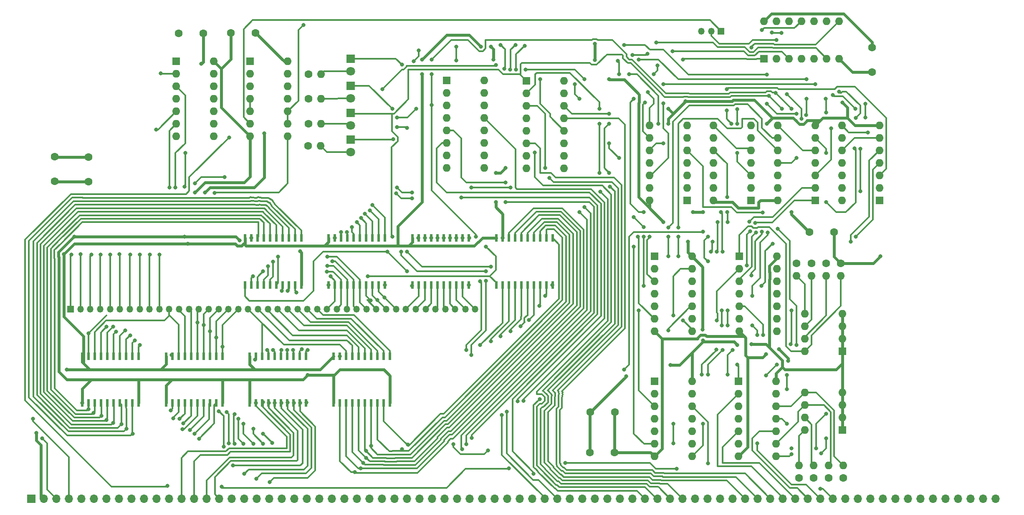
<source format=gtl>
%TF.GenerationSoftware,KiCad,Pcbnew,6.0.1-79c1e3a40b~116~ubuntu21.10.1*%
%TF.CreationDate,2022-02-14T17:50:43+01:00*%
%TF.ProjectId,Activation_Module,41637469-7661-4746-996f-6e5f4d6f6475,v0.3*%
%TF.SameCoordinates,Original*%
%TF.FileFunction,Copper,L1,Top*%
%TF.FilePolarity,Positive*%
%FSLAX46Y46*%
G04 Gerber Fmt 4.6, Leading zero omitted, Abs format (unit mm)*
G04 Created by KiCad (PCBNEW 6.0.1-79c1e3a40b~116~ubuntu21.10.1) date 2022-02-14 17:50:43*
%MOMM*%
%LPD*%
G01*
G04 APERTURE LIST*
%TA.AperFunction,ComponentPad*%
%ADD10R,1.600000X1.600000*%
%TD*%
%TA.AperFunction,ComponentPad*%
%ADD11O,1.600000X1.600000*%
%TD*%
%TA.AperFunction,ComponentPad*%
%ADD12R,1.800000X1.800000*%
%TD*%
%TA.AperFunction,ComponentPad*%
%ADD13C,1.800000*%
%TD*%
%TA.AperFunction,SMDPad,CuDef*%
%ADD14R,0.600000X1.500000*%
%TD*%
%TA.AperFunction,ComponentPad*%
%ADD15C,1.600000*%
%TD*%
%TA.AperFunction,ComponentPad*%
%ADD16R,1.700000X1.700000*%
%TD*%
%TA.AperFunction,ComponentPad*%
%ADD17O,1.700000X1.700000*%
%TD*%
%TA.AperFunction,ComponentPad*%
%ADD18R,1.350000X1.350000*%
%TD*%
%TA.AperFunction,ComponentPad*%
%ADD19O,1.350000X1.350000*%
%TD*%
%TA.AperFunction,ViaPad*%
%ADD20C,0.800000*%
%TD*%
%TA.AperFunction,Conductor*%
%ADD21C,0.200000*%
%TD*%
%TA.AperFunction,Conductor*%
%ADD22C,0.600000*%
%TD*%
%TA.AperFunction,Conductor*%
%ADD23C,0.300000*%
%TD*%
G04 APERTURE END LIST*
D10*
%TO.P,U19,1*%
%TO.N,Net-(U18-Pad3)*%
X60380000Y-40295000D03*
D11*
%TO.P,U19,2*%
%TO.N,Net-(J1-Pad4)*%
X60380000Y-42835000D03*
%TO.P,U19,3*%
%TO.N,/WE_F*%
X60380000Y-45375000D03*
%TO.P,U19,4*%
%TO.N,Net-(U18-Pad3)*%
X60380000Y-47915000D03*
%TO.P,U19,5*%
%TO.N,Net-(J1-Pad3)*%
X60380000Y-50455000D03*
%TO.P,U19,6*%
%TO.N,/WE_R*%
X60380000Y-52995000D03*
%TO.P,U19,7,GND*%
%TO.N,+5V*%
X60380000Y-55535000D03*
%TO.P,U19,8*%
%TO.N,N/C*%
X68000000Y-55535000D03*
%TO.P,U19,9*%
X68000000Y-52995000D03*
%TO.P,U19,10*%
X68000000Y-50455000D03*
%TO.P,U19,11*%
X68000000Y-47915000D03*
%TO.P,U19,12*%
X68000000Y-45375000D03*
%TO.P,U19,13*%
X68000000Y-42835000D03*
%TO.P,U19,14,VCC*%
%TO.N,GND*%
X68000000Y-40295000D03*
%TD*%
D10*
%TO.P,U6,1*%
%TO.N,Net-(U4-Pad3)*%
X163980000Y-68545000D03*
D11*
%TO.P,U6,2*%
%TO.N,Net-(U4-Pad6)*%
X163980000Y-66005000D03*
%TO.P,U6,3*%
%TO.N,Net-(U6-Pad3)*%
X163980000Y-63465000D03*
%TO.P,U6,4*%
%TO.N,Net-(U5-Pad8)*%
X163980000Y-60925000D03*
%TO.P,U6,5*%
%TO.N,Net-(U5-Pad11)*%
X163980000Y-58385000D03*
%TO.P,U6,6*%
%TO.N,Net-(U6-Pad10)*%
X163980000Y-55845000D03*
%TO.P,U6,7,GND*%
%TO.N,GND*%
X163980000Y-53305000D03*
%TO.P,U6,8*%
%TO.N,Net-(U22-Pad1)*%
X156360000Y-53305000D03*
%TO.P,U6,9*%
%TO.N,Net-(U6-Pad9)*%
X156360000Y-55845000D03*
%TO.P,U6,10*%
%TO.N,Net-(U6-Pad10)*%
X156360000Y-58385000D03*
%TO.P,U6,11*%
%TO.N,Net-(U18-Pad1)*%
X156360000Y-60925000D03*
%TO.P,U6,12*%
%TO.N,/~{WE1}*%
X156360000Y-63465000D03*
%TO.P,U6,13*%
%TO.N,/~{WE2}*%
X156360000Y-66005000D03*
%TO.P,U6,14,VCC*%
%TO.N,+5V*%
X156360000Y-68545000D03*
%TD*%
D12*
%TO.P,D3,1,K*%
%TO.N,/~{RE1}*%
X95720000Y-50745000D03*
D13*
%TO.P,D3,2,A*%
%TO.N,Net-(D3-Pad2)*%
X95720000Y-53285000D03*
%TD*%
D10*
%TO.P,U5,1*%
%TO.N,Net-(R1-Pad2)*%
X174580000Y-79920000D03*
D11*
%TO.P,U5,2*%
%TO.N,/WE2:3*%
X174580000Y-82460000D03*
%TO.P,U5,3*%
%TO.N,Net-(U5-Pad3)*%
X174580000Y-85000000D03*
%TO.P,U5,4*%
%TO.N,Net-(R2-Pad2)*%
X174580000Y-87540000D03*
%TO.P,U5,5*%
%TO.N,/WE2:4*%
X174580000Y-90080000D03*
%TO.P,U5,6*%
%TO.N,Net-(U5-Pad6)*%
X174580000Y-92620000D03*
%TO.P,U5,7,GND*%
%TO.N,GND*%
X174580000Y-95160000D03*
%TO.P,U5,8*%
%TO.N,Net-(U5-Pad8)*%
X182200000Y-95160000D03*
%TO.P,U5,9*%
%TO.N,Net-(R3-Pad2)*%
X182200000Y-92620000D03*
%TO.P,U5,10*%
%TO.N,/WE2:5*%
X182200000Y-90080000D03*
%TO.P,U5,11*%
%TO.N,Net-(U5-Pad11)*%
X182200000Y-87540000D03*
%TO.P,U5,12*%
%TO.N,Net-(R4-Pad2)*%
X182200000Y-85000000D03*
%TO.P,U5,13*%
%TO.N,/WE2:6*%
X182200000Y-82460000D03*
%TO.P,U5,14,VCC*%
%TO.N,+5V*%
X182200000Y-79920000D03*
%TD*%
D14*
%TO.P,U10,1,~{G1}*%
%TO.N,/~{RE2}*%
X91285954Y-85695000D03*
%TO.P,U10,2,A1*%
%TO.N,Net-(U1-Pad2)*%
X92555954Y-85695000D03*
%TO.P,U10,3,A2*%
%TO.N,Net-(U1-Pad3)*%
X93825954Y-85695000D03*
%TO.P,U10,4,A3*%
%TO.N,Net-(U1-Pad4)*%
X95095954Y-85695000D03*
%TO.P,U10,5,A4*%
%TO.N,Net-(U1-Pad5)*%
X96365954Y-85695000D03*
%TO.P,U10,6,A5*%
%TO.N,Net-(U1-Pad6)*%
X97635954Y-85695000D03*
%TO.P,U10,7,A6*%
%TO.N,Net-(U1-Pad7)*%
X98905954Y-85695000D03*
%TO.P,U10,8,A7*%
%TO.N,Net-(U1-Pad8)*%
X100175954Y-85695000D03*
%TO.P,U10,9,A8*%
%TO.N,Net-(U1-Pad9)*%
X101445954Y-85695000D03*
%TO.P,U10,10,GND*%
%TO.N,GND*%
X102715954Y-85695000D03*
%TO.P,U10,11,Y8*%
%TO.N,Net-(J1-Pad28)*%
X102715954Y-76195000D03*
%TO.P,U10,12,Y7*%
%TO.N,Net-(J1-Pad27)*%
X101445954Y-76195000D03*
%TO.P,U10,13,Y6*%
%TO.N,Net-(J1-Pad26)*%
X100175954Y-76195000D03*
%TO.P,U10,14,Y5*%
%TO.N,Net-(J1-Pad25)*%
X98905954Y-76195000D03*
%TO.P,U10,15,Y4*%
%TO.N,Net-(J1-Pad24)*%
X97635954Y-76195000D03*
%TO.P,U10,16,Y3*%
%TO.N,Net-(J1-Pad23)*%
X96365954Y-76195000D03*
%TO.P,U10,17,Y2*%
%TO.N,Net-(J1-Pad22)*%
X95095954Y-76195000D03*
%TO.P,U10,18,Y1*%
%TO.N,Net-(J1-Pad21)*%
X93825954Y-76195000D03*
%TO.P,U10,19,~{G2}*%
%TO.N,GND*%
X92555954Y-76195000D03*
%TO.P,U10,20,Vcc*%
%TO.N,+5V*%
X91285954Y-76195000D03*
%TD*%
D10*
%TO.P,U7,1*%
%TO.N,Net-(U5-Pad3)*%
X189980000Y-68545000D03*
D11*
%TO.P,U7,2*%
%TO.N,Net-(U5-Pad6)*%
X189980000Y-66005000D03*
%TO.P,U7,3*%
%TO.N,Net-(U6-Pad9)*%
X189980000Y-63465000D03*
%TO.P,U7,4*%
%TO.N,Net-(U6-Pad3)*%
X189980000Y-60925000D03*
%TO.P,U7,5*%
%TO.N,Net-(U7-Pad5)*%
X189980000Y-58385000D03*
%TO.P,U7,6*%
%TO.N,Net-(U22-Pad4)*%
X189980000Y-55845000D03*
%TO.P,U7,7,GND*%
%TO.N,GND*%
X189980000Y-53305000D03*
%TO.P,U7,8*%
%TO.N,Net-(U7-Pad5)*%
X182360000Y-53305000D03*
%TO.P,U7,9*%
%TO.N,Net-(U4-Pad8)*%
X182360000Y-55845000D03*
%TO.P,U7,10*%
%TO.N,Net-(U4-Pad11)*%
X182360000Y-58385000D03*
%TO.P,U7,11*%
%TO.N,Net-(U18-Pad10)*%
X182360000Y-60925000D03*
%TO.P,U7,12*%
%TO.N,/~{RE1}*%
X182360000Y-63465000D03*
%TO.P,U7,13*%
%TO.N,/~{RE2}*%
X182360000Y-66005000D03*
%TO.P,U7,14,VCC*%
%TO.N,+5V*%
X182360000Y-68545000D03*
%TD*%
D15*
%TO.P,R9,1*%
%TO.N,GND*%
X192680000Y-124937628D03*
D11*
%TO.P,R9,2*%
%TO.N,Net-(R9-Pad2)*%
X192680000Y-122397628D03*
%TD*%
D15*
%TO.P,R10,1*%
%TO.N,GND*%
X195680000Y-124937628D03*
D11*
%TO.P,R10,2*%
%TO.N,Net-(R10-Pad2)*%
X195680000Y-122397628D03*
%TD*%
D15*
%TO.P,R1,1*%
%TO.N,GND*%
X195180000Y-81352628D03*
D11*
%TO.P,R1,2*%
%TO.N,Net-(R1-Pad2)*%
X195180000Y-83892628D03*
%TD*%
D10*
%TO.P,U4,1*%
%TO.N,Net-(R1-Pad2)*%
X157380000Y-79920000D03*
D11*
%TO.P,U4,2*%
%TO.N,/WE1:3*%
X157380000Y-82460000D03*
%TO.P,U4,3*%
%TO.N,Net-(U4-Pad3)*%
X157380000Y-85000000D03*
%TO.P,U4,4*%
%TO.N,Net-(R2-Pad2)*%
X157380000Y-87540000D03*
%TO.P,U4,5*%
%TO.N,/WE1:4*%
X157380000Y-90080000D03*
%TO.P,U4,6*%
%TO.N,Net-(U4-Pad6)*%
X157380000Y-92620000D03*
%TO.P,U4,7,GND*%
%TO.N,GND*%
X157380000Y-95160000D03*
%TO.P,U4,8*%
%TO.N,Net-(U4-Pad8)*%
X165000000Y-95160000D03*
%TO.P,U4,9*%
%TO.N,Net-(R3-Pad2)*%
X165000000Y-92620000D03*
%TO.P,U4,10*%
%TO.N,/WE1:5*%
X165000000Y-90080000D03*
%TO.P,U4,11*%
%TO.N,Net-(U4-Pad11)*%
X165000000Y-87540000D03*
%TO.P,U4,12*%
%TO.N,Net-(R4-Pad2)*%
X165000000Y-85000000D03*
%TO.P,U4,13*%
%TO.N,/WE1:6*%
X165000000Y-82460000D03*
%TO.P,U4,14,VCC*%
%TO.N,+5V*%
X165000000Y-79920000D03*
%TD*%
D14*
%TO.P,U8,1,~{G1}*%
%TO.N,GND*%
X41285954Y-109695000D03*
%TO.P,U8,2,A1*%
%TO.N,Net-(J1-Pad5)*%
X42555954Y-109695000D03*
%TO.P,U8,3,A2*%
%TO.N,Net-(J1-Pad6)*%
X43825954Y-109695000D03*
%TO.P,U8,4,A3*%
%TO.N,Net-(J1-Pad7)*%
X45095954Y-109695000D03*
%TO.P,U8,5,A4*%
%TO.N,Net-(J1-Pad8)*%
X46365954Y-109695000D03*
%TO.P,U8,6,A5*%
%TO.N,Net-(J1-Pad9)*%
X47635954Y-109695000D03*
%TO.P,U8,7,A6*%
%TO.N,Net-(J1-Pad10)*%
X48905954Y-109695000D03*
%TO.P,U8,8,A7*%
%TO.N,Net-(J1-Pad11)*%
X50175954Y-109695000D03*
%TO.P,U8,9,A8*%
%TO.N,Net-(J1-Pad12)*%
X51445954Y-109695000D03*
%TO.P,U8,10,GND*%
%TO.N,GND*%
X52715954Y-109695000D03*
%TO.P,U8,11,Y8*%
%TO.N,Net-(U14-Pad11)*%
X52715954Y-100195000D03*
%TO.P,U8,12,Y7*%
%TO.N,Net-(U14-Pad12)*%
X51445954Y-100195000D03*
%TO.P,U8,13,Y6*%
%TO.N,Net-(U14-Pad13)*%
X50175954Y-100195000D03*
%TO.P,U8,14,Y5*%
%TO.N,Net-(U14-Pad14)*%
X48905954Y-100195000D03*
%TO.P,U8,15,Y4*%
%TO.N,Net-(U14-Pad15)*%
X47635954Y-100195000D03*
%TO.P,U8,16,Y3*%
%TO.N,Net-(U14-Pad16)*%
X46365954Y-100195000D03*
%TO.P,U8,17,Y2*%
%TO.N,Net-(U14-Pad17)*%
X45095954Y-100195000D03*
%TO.P,U8,18,Y1*%
%TO.N,Net-(U14-Pad18)*%
X43825954Y-100195000D03*
%TO.P,U8,19,~{G2}*%
%TO.N,/~{WE1}*%
X42555954Y-100195000D03*
%TO.P,U8,20,Vcc*%
%TO.N,+5V*%
X41285954Y-100195000D03*
%TD*%
D15*
%TO.P,C5,1*%
%TO.N,GND*%
X149380000Y-111580000D03*
%TO.P,C5,2*%
%TO.N,+5V*%
X144380000Y-111580000D03*
%TD*%
D14*
%TO.P,U3,1,~{G1}*%
%TO.N,/~{RE1}*%
X108285954Y-85695000D03*
%TO.P,U3,2,A1*%
%TO.N,Net-(U11-Pad2)*%
X109555954Y-85695000D03*
%TO.P,U3,3,A2*%
%TO.N,Net-(U11-Pad3)*%
X110825954Y-85695000D03*
%TO.P,U3,4,A3*%
%TO.N,Net-(U11-Pad4)*%
X112095954Y-85695000D03*
%TO.P,U3,5,A4*%
%TO.N,Net-(U11-Pad5)*%
X113365954Y-85695000D03*
%TO.P,U3,6,A5*%
%TO.N,Net-(U11-Pad6)*%
X114635954Y-85695000D03*
%TO.P,U3,7,A6*%
%TO.N,Net-(U11-Pad7)*%
X115905954Y-85695000D03*
%TO.P,U3,8,A7*%
%TO.N,Net-(U11-Pad8)*%
X117175954Y-85695000D03*
%TO.P,U3,9,A8*%
%TO.N,Net-(U11-Pad9)*%
X118445954Y-85695000D03*
%TO.P,U3,10,GND*%
%TO.N,GND*%
X119715954Y-85695000D03*
%TO.P,U3,11,Y8*%
%TO.N,Net-(J1-Pad20)*%
X119715954Y-76195000D03*
%TO.P,U3,12,Y7*%
%TO.N,Net-(J1-Pad19)*%
X118445954Y-76195000D03*
%TO.P,U3,13,Y6*%
%TO.N,Net-(J1-Pad18)*%
X117175954Y-76195000D03*
%TO.P,U3,14,Y5*%
%TO.N,Net-(J1-Pad17)*%
X115905954Y-76195000D03*
%TO.P,U3,15,Y4*%
%TO.N,Net-(J1-Pad16)*%
X114635954Y-76195000D03*
%TO.P,U3,16,Y3*%
%TO.N,Net-(J1-Pad15)*%
X113365954Y-76195000D03*
%TO.P,U3,17,Y2*%
%TO.N,Net-(J1-Pad14)*%
X112095954Y-76195000D03*
%TO.P,U3,18,Y1*%
%TO.N,Net-(J1-Pad13)*%
X110825954Y-76195000D03*
%TO.P,U3,19,~{G2}*%
%TO.N,GND*%
X109555954Y-76195000D03*
%TO.P,U3,20,Vcc*%
%TO.N,+5V*%
X108285954Y-76195000D03*
%TD*%
D15*
%TO.P,R3,1*%
%TO.N,GND*%
X189180000Y-81352628D03*
D11*
%TO.P,R3,2*%
%TO.N,Net-(R3-Pad2)*%
X189180000Y-83892628D03*
%TD*%
D15*
%TO.P,R6,1*%
%TO.N,+5V*%
X87180000Y-42920000D03*
D11*
%TO.P,R6,2*%
%TO.N,Net-(D2-Pad2)*%
X89720000Y-42920000D03*
%TD*%
D16*
%TO.P,J1,1,GND*%
%TO.N,GND*%
X30950954Y-129120000D03*
D17*
%TO.P,J1,2,Vcc*%
%TO.N,+5V*%
X33490954Y-129120000D03*
%TO.P,J1,3,CLK_R*%
%TO.N,Net-(J1-Pad3)*%
X36030954Y-129120000D03*
%TO.P,J1,4,CLK_F*%
%TO.N,Net-(J1-Pad4)*%
X38570954Y-129120000D03*
%TO.P,J1,5,BUS1:0*%
%TO.N,Net-(J1-Pad5)*%
X41110954Y-129120000D03*
%TO.P,J1,6,BUS1:1*%
%TO.N,Net-(J1-Pad6)*%
X43650954Y-129120000D03*
%TO.P,J1,7,BUS1:2*%
%TO.N,Net-(J1-Pad7)*%
X46190954Y-129120000D03*
%TO.P,J1,8,BUS1:3*%
%TO.N,Net-(J1-Pad8)*%
X48730954Y-129120000D03*
%TO.P,J1,9,BUS1:4*%
%TO.N,Net-(J1-Pad9)*%
X51270954Y-129120000D03*
%TO.P,J1,10,BUS1:5*%
%TO.N,Net-(J1-Pad10)*%
X53810954Y-129120000D03*
%TO.P,J1,11,BUS1:6*%
%TO.N,Net-(J1-Pad11)*%
X56350954Y-129120000D03*
%TO.P,J1,12,BUS1:7*%
%TO.N,Net-(J1-Pad12)*%
X58890954Y-129120000D03*
%TO.P,J1,13,BUS1:8*%
%TO.N,Net-(J1-Pad13)*%
X61430954Y-129120000D03*
%TO.P,J1,14,BUS1:9*%
%TO.N,Net-(J1-Pad14)*%
X63970954Y-129120000D03*
%TO.P,J1,15,BUS1:A*%
%TO.N,Net-(J1-Pad15)*%
X66510954Y-129120000D03*
%TO.P,J1,16,BUS1:B*%
%TO.N,Net-(J1-Pad16)*%
X69050954Y-129120000D03*
%TO.P,J1,17,BUS1:C*%
%TO.N,Net-(J1-Pad17)*%
X71590954Y-129120000D03*
%TO.P,J1,18,BUS1:D*%
%TO.N,Net-(J1-Pad18)*%
X74130954Y-129120000D03*
%TO.P,J1,19,BUS1:E*%
%TO.N,Net-(J1-Pad19)*%
X76670954Y-129120000D03*
%TO.P,J1,20,BUS1:F*%
%TO.N,Net-(J1-Pad20)*%
X79210954Y-129120000D03*
%TO.P,J1,21,BUS2:0*%
%TO.N,Net-(J1-Pad21)*%
X81750954Y-129120000D03*
%TO.P,J1,22,BUS2:1*%
%TO.N,Net-(J1-Pad22)*%
X84290954Y-129120000D03*
%TO.P,J1,23,BUS2:2*%
%TO.N,Net-(J1-Pad23)*%
X86830954Y-129120000D03*
%TO.P,J1,24,BUS2:3*%
%TO.N,Net-(J1-Pad24)*%
X89370954Y-129120000D03*
%TO.P,J1,25,BUS2:4*%
%TO.N,Net-(J1-Pad25)*%
X91910954Y-129120000D03*
%TO.P,J1,26,BUS2:5*%
%TO.N,Net-(J1-Pad26)*%
X94450954Y-129120000D03*
%TO.P,J1,27,BUS2:6*%
%TO.N,Net-(J1-Pad27)*%
X96990954Y-129120000D03*
%TO.P,J1,28,BUS2:7*%
%TO.N,Net-(J1-Pad28)*%
X99530954Y-129120000D03*
%TO.P,J1,29,BUS2:8*%
%TO.N,Net-(J1-Pad29)*%
X102070954Y-129120000D03*
%TO.P,J1,30,BUS2:9*%
%TO.N,Net-(J1-Pad30)*%
X104610954Y-129120000D03*
%TO.P,J1,31,BUS2:A*%
%TO.N,Net-(J1-Pad31)*%
X107150954Y-129120000D03*
%TO.P,J1,32,BUS2:B*%
%TO.N,Net-(J1-Pad32)*%
X109690954Y-129120000D03*
%TO.P,J1,33,BUS2:C*%
%TO.N,Net-(J1-Pad33)*%
X112230954Y-129120000D03*
%TO.P,J1,34,BUS2:D*%
%TO.N,Net-(J1-Pad34)*%
X114770954Y-129120000D03*
%TO.P,J1,35,BUS2:E*%
%TO.N,Net-(J1-Pad35)*%
X117310954Y-129120000D03*
%TO.P,J1,36,BUS2:F*%
%TO.N,Net-(J1-Pad36)*%
X119850954Y-129120000D03*
%TO.P,J1,37,WE1:0*%
%TO.N,/WE1:0*%
X122390954Y-129120000D03*
%TO.P,J1,38,WE1:1*%
%TO.N,/WE1:1*%
X124930954Y-129120000D03*
%TO.P,J1,39,WE1:2*%
%TO.N,/WE1:2*%
X127470954Y-129120000D03*
%TO.P,J1,40,WE1:3*%
%TO.N,/WE1:3*%
X130010954Y-129120000D03*
%TO.P,J1,41,WE1:4*%
%TO.N,/WE1:4*%
X132550954Y-129120000D03*
%TO.P,J1,42,WE1:5*%
%TO.N,/WE1:5*%
X135090954Y-129120000D03*
%TO.P,J1,43,WE1:6*%
%TO.N,/WE1:6*%
X137630954Y-129120000D03*
%TO.P,J1,44,WE2:0*%
%TO.N,/WE2:0*%
X140170954Y-129120000D03*
%TO.P,J1,45,WE2:1*%
%TO.N,/WE2:1*%
X142710954Y-129120000D03*
%TO.P,J1,46,WE2:2*%
%TO.N,/WE2:2*%
X145250954Y-129120000D03*
%TO.P,J1,47,WE2:3*%
%TO.N,/WE2:3*%
X147790954Y-129120000D03*
%TO.P,J1,48,WE2:4*%
%TO.N,/WE2:4*%
X150330954Y-129120000D03*
%TO.P,J1,49,WE2:5*%
%TO.N,/WE2:5*%
X152870954Y-129120000D03*
%TO.P,J1,50,WE2:6*%
%TO.N,/WE2:6*%
X155410954Y-129120000D03*
%TO.P,J1,51,RE1:0*%
%TO.N,/RE1:0*%
X157950954Y-129120000D03*
%TO.P,J1,52,RE1:1*%
%TO.N,/RE1:1*%
X160490954Y-129120000D03*
%TO.P,J1,53,RE1:2*%
%TO.N,/RE1:2*%
X163030954Y-129120000D03*
%TO.P,J1,54,RE1:3*%
%TO.N,/RE1:3*%
X165570954Y-129120000D03*
%TO.P,J1,55,RE1:4*%
%TO.N,/RE1:4*%
X168110954Y-129120000D03*
%TO.P,J1,56,RE1:5*%
%TO.N,/RE1:5*%
X170650954Y-129120000D03*
%TO.P,J1,57,RE1:6*%
%TO.N,/RE1:6*%
X173190954Y-129120000D03*
%TO.P,J1,58,RE2:0*%
%TO.N,/RE2:0*%
X175730954Y-129120000D03*
%TO.P,J1,59,RE2:1*%
%TO.N,/RE2:1*%
X178270954Y-129120000D03*
%TO.P,J1,60,RE2:2*%
%TO.N,/RE2:2*%
X180810954Y-129120000D03*
%TO.P,J1,61,RE2:3*%
%TO.N,/RE2:3*%
X183350954Y-129120000D03*
%TO.P,J1,62,RE2:4*%
%TO.N,/RE2:4*%
X185890954Y-129120000D03*
%TO.P,J1,63,RE2:5*%
%TO.N,/RE2:5*%
X188430954Y-129120000D03*
%TO.P,J1,64,RE2:6*%
%TO.N,/RE2:6*%
X190970954Y-129120000D03*
%TO.P,J1,65,Sup*%
%TO.N,Net-(J1-Pad65)*%
X193510954Y-129120000D03*
%TO.P,J1,66,Set_Sup*%
%TO.N,unconnected-(J1-Pad66)*%
X196050954Y-129120000D03*
%TO.P,J1,67,Reset_Sup*%
%TO.N,unconnected-(J1-Pad67)*%
X198590954Y-129120000D03*
%TO.P,J1,68*%
%TO.N,N/C*%
X201130954Y-129120000D03*
%TO.P,J1,69*%
X203670954Y-129120000D03*
%TO.P,J1,70*%
X206210954Y-129120000D03*
%TO.P,J1,71*%
X208750954Y-129120000D03*
%TO.P,J1,72*%
X211290954Y-129120000D03*
%TO.P,J1,73*%
X213830954Y-129120000D03*
%TO.P,J1,74*%
X216370954Y-129120000D03*
%TO.P,J1,75*%
X218910954Y-129120000D03*
%TO.P,J1,76*%
X221450954Y-129120000D03*
%TO.P,J1,77*%
X223990954Y-129120000D03*
%TO.P,J1,78*%
X226530954Y-129120000D03*
%TD*%
D12*
%TO.P,D4,1,K*%
%TO.N,/~{RE2}*%
X95730000Y-45260000D03*
D13*
%TO.P,D4,2,A*%
%TO.N,Net-(D4-Pad2)*%
X95730000Y-47800000D03*
%TD*%
D14*
%TO.P,U11,1,~{G1}*%
%TO.N,/~{RE2}*%
X125285954Y-85695000D03*
%TO.P,U11,2,A1*%
%TO.N,Net-(U11-Pad2)*%
X126555954Y-85695000D03*
%TO.P,U11,3,A2*%
%TO.N,Net-(U11-Pad3)*%
X127825954Y-85695000D03*
%TO.P,U11,4,A3*%
%TO.N,Net-(U11-Pad4)*%
X129095954Y-85695000D03*
%TO.P,U11,5,A4*%
%TO.N,Net-(U11-Pad5)*%
X130365954Y-85695000D03*
%TO.P,U11,6,A5*%
%TO.N,Net-(U11-Pad6)*%
X131635954Y-85695000D03*
%TO.P,U11,7,A6*%
%TO.N,Net-(U11-Pad7)*%
X132905954Y-85695000D03*
%TO.P,U11,8,A7*%
%TO.N,Net-(U11-Pad8)*%
X134175954Y-85695000D03*
%TO.P,U11,9,A8*%
%TO.N,Net-(U11-Pad9)*%
X135445954Y-85695000D03*
%TO.P,U11,10,GND*%
%TO.N,GND*%
X136715954Y-85695000D03*
%TO.P,U11,11,Y8*%
%TO.N,Net-(J1-Pad36)*%
X136715954Y-76195000D03*
%TO.P,U11,12,Y7*%
%TO.N,Net-(J1-Pad35)*%
X135445954Y-76195000D03*
%TO.P,U11,13,Y6*%
%TO.N,Net-(J1-Pad34)*%
X134175954Y-76195000D03*
%TO.P,U11,14,Y5*%
%TO.N,Net-(J1-Pad33)*%
X132905954Y-76195000D03*
%TO.P,U11,15,Y4*%
%TO.N,Net-(J1-Pad32)*%
X131635954Y-76195000D03*
%TO.P,U11,16,Y3*%
%TO.N,Net-(J1-Pad31)*%
X130365954Y-76195000D03*
%TO.P,U11,17,Y2*%
%TO.N,Net-(J1-Pad30)*%
X129095954Y-76195000D03*
%TO.P,U11,18,Y1*%
%TO.N,Net-(J1-Pad29)*%
X127825954Y-76195000D03*
%TO.P,U11,19,~{G2}*%
%TO.N,GND*%
X126555954Y-76195000D03*
%TO.P,U11,20,Vcc*%
%TO.N,+5V*%
X125285954Y-76195000D03*
%TD*%
%TO.P,U14,1,~{G1}*%
%TO.N,GND*%
X58285954Y-109695000D03*
%TO.P,U14,2,A1*%
%TO.N,Net-(J1-Pad21)*%
X59555954Y-109695000D03*
%TO.P,U14,3,A2*%
%TO.N,Net-(J1-Pad22)*%
X60825954Y-109695000D03*
%TO.P,U14,4,A3*%
%TO.N,Net-(J1-Pad23)*%
X62095954Y-109695000D03*
%TO.P,U14,5,A4*%
%TO.N,Net-(J1-Pad24)*%
X63365954Y-109695000D03*
%TO.P,U14,6,A5*%
%TO.N,Net-(J1-Pad25)*%
X64635954Y-109695000D03*
%TO.P,U14,7,A6*%
%TO.N,Net-(J1-Pad26)*%
X65905954Y-109695000D03*
%TO.P,U14,8,A7*%
%TO.N,Net-(J1-Pad27)*%
X67175954Y-109695000D03*
%TO.P,U14,9,A8*%
%TO.N,Net-(J1-Pad28)*%
X68445954Y-109695000D03*
%TO.P,U14,10,GND*%
%TO.N,GND*%
X69715954Y-109695000D03*
%TO.P,U14,11,Y8*%
%TO.N,Net-(U14-Pad11)*%
X69715954Y-100195000D03*
%TO.P,U14,12,Y7*%
%TO.N,Net-(U14-Pad12)*%
X68445954Y-100195000D03*
%TO.P,U14,13,Y6*%
%TO.N,Net-(U14-Pad13)*%
X67175954Y-100195000D03*
%TO.P,U14,14,Y5*%
%TO.N,Net-(U14-Pad14)*%
X65905954Y-100195000D03*
%TO.P,U14,15,Y4*%
%TO.N,Net-(U14-Pad15)*%
X64635954Y-100195000D03*
%TO.P,U14,16,Y3*%
%TO.N,Net-(U14-Pad16)*%
X63365954Y-100195000D03*
%TO.P,U14,17,Y2*%
%TO.N,Net-(U14-Pad17)*%
X62095954Y-100195000D03*
%TO.P,U14,18,Y1*%
%TO.N,Net-(U14-Pad18)*%
X60825954Y-100195000D03*
%TO.P,U14,19,~{G2}*%
%TO.N,/~{WE2}*%
X59555954Y-100195000D03*
%TO.P,U14,20,Vcc*%
%TO.N,+5V*%
X58285954Y-100195000D03*
%TD*%
D10*
%TO.P,U20,1,A/B*%
%TO.N,/~{RE1}*%
X131380000Y-44220000D03*
D11*
%TO.P,U20,2,I0a*%
%TO.N,/RE1:0*%
X131380000Y-46760000D03*
%TO.P,U20,3,I1a*%
%TO.N,/RE2:0*%
X131380000Y-49300000D03*
%TO.P,U20,4,Qa*%
%TO.N,Net-(U2-Pad1)*%
X131380000Y-51840000D03*
%TO.P,U20,5,I0b*%
%TO.N,/RE1:1*%
X131380000Y-54380000D03*
%TO.P,U20,6,I1b*%
%TO.N,/RE2:1*%
X131380000Y-56920000D03*
%TO.P,U20,7,Qb*%
%TO.N,Net-(U2-Pad2)*%
X131380000Y-59460000D03*
%TO.P,U20,8,GND*%
%TO.N,GND*%
X131380000Y-62000000D03*
%TO.P,U20,9,Qd*%
%TO.N,unconnected-(U20-Pad9)*%
X139000000Y-62000000D03*
%TO.P,U20,10,I1d*%
%TO.N,unconnected-(U20-Pad10)*%
X139000000Y-59460000D03*
%TO.P,U20,11,I0d*%
%TO.N,unconnected-(U20-Pad11)*%
X139000000Y-56920000D03*
%TO.P,U20,12,Qc*%
%TO.N,Net-(U2-Pad3)*%
X139000000Y-54380000D03*
%TO.P,U20,13,I1c*%
%TO.N,/RE2:2*%
X139000000Y-51840000D03*
%TO.P,U20,14,I0c*%
%TO.N,/RE1:2*%
X139000000Y-49300000D03*
%TO.P,U20,15,~{EN}*%
%TO.N,GND*%
X139000000Y-46760000D03*
%TO.P,U20,16,VCC*%
%TO.N,+5V*%
X139000000Y-44220000D03*
%TD*%
D15*
%TO.P,R12,1*%
%TO.N,+5V*%
X87180000Y-47920000D03*
D11*
%TO.P,R12,2*%
%TO.N,Net-(D4-Pad2)*%
X89720000Y-47920000D03*
%TD*%
D14*
%TO.P,U17,1,~{G1}*%
%TO.N,GND*%
X92285954Y-109695000D03*
%TO.P,U17,2,A1*%
%TO.N,Net-(J1-Pad29)*%
X93555954Y-109695000D03*
%TO.P,U17,3,A2*%
%TO.N,Net-(J1-Pad30)*%
X94825954Y-109695000D03*
%TO.P,U17,4,A3*%
%TO.N,Net-(J1-Pad31)*%
X96095954Y-109695000D03*
%TO.P,U17,5,A4*%
%TO.N,Net-(J1-Pad32)*%
X97365954Y-109695000D03*
%TO.P,U17,6,A5*%
%TO.N,Net-(J1-Pad33)*%
X98635954Y-109695000D03*
%TO.P,U17,7,A6*%
%TO.N,Net-(J1-Pad34)*%
X99905954Y-109695000D03*
%TO.P,U17,8,A7*%
%TO.N,Net-(J1-Pad35)*%
X101175954Y-109695000D03*
%TO.P,U17,9,A8*%
%TO.N,Net-(J1-Pad36)*%
X102445954Y-109695000D03*
%TO.P,U17,10,GND*%
%TO.N,GND*%
X103715954Y-109695000D03*
%TO.P,U17,11,Y8*%
%TO.N,Net-(U17-Pad11)*%
X103715954Y-100195000D03*
%TO.P,U17,12,Y7*%
%TO.N,Net-(U17-Pad12)*%
X102445954Y-100195000D03*
%TO.P,U17,13,Y6*%
%TO.N,Net-(U17-Pad13)*%
X101175954Y-100195000D03*
%TO.P,U17,14,Y5*%
%TO.N,Net-(U17-Pad14)*%
X99905954Y-100195000D03*
%TO.P,U17,15,Y4*%
%TO.N,Net-(U17-Pad15)*%
X98635954Y-100195000D03*
%TO.P,U17,16,Y3*%
%TO.N,Net-(U17-Pad16)*%
X97365954Y-100195000D03*
%TO.P,U17,17,Y2*%
%TO.N,Net-(U17-Pad17)*%
X96095954Y-100195000D03*
%TO.P,U17,18,Y1*%
%TO.N,Net-(U17-Pad18)*%
X94825954Y-100195000D03*
%TO.P,U17,19,~{G2}*%
%TO.N,/~{WE2}*%
X93555954Y-100195000D03*
%TO.P,U17,20,Vcc*%
%TO.N,+5V*%
X92285954Y-100195000D03*
%TD*%
D15*
%TO.P,R5,1*%
%TO.N,+5V*%
X87105000Y-57450000D03*
D11*
%TO.P,R5,2*%
%TO.N,Net-(D1-Pad2)*%
X89645000Y-57450000D03*
%TD*%
D18*
%TO.P,U2,1,Mode_R0*%
%TO.N,Net-(U2-Pad1)*%
X38950954Y-90620000D03*
D19*
%TO.P,U2,2,Mode_R1*%
%TO.N,Net-(U2-Pad2)*%
X40950954Y-90620000D03*
%TO.P,U2,3,Mode_R2*%
%TO.N,Net-(U2-Pad3)*%
X42950954Y-90620000D03*
%TO.P,U2,4,Mode_W0*%
%TO.N,Net-(U2-Pad4)*%
X44950954Y-90620000D03*
%TO.P,U2,5,Mode_W1*%
%TO.N,Net-(U2-Pad5)*%
X46950954Y-90620000D03*
%TO.P,U2,6,Mode_W2*%
%TO.N,Net-(U2-Pad6)*%
X48950954Y-90620000D03*
%TO.P,U2,7,WE_R*%
%TO.N,/WE_R*%
X50950954Y-90620000D03*
%TO.P,U2,8,WE_F*%
%TO.N,/WE_F*%
X52950954Y-90620000D03*
%TO.P,U2,9,WE*%
%TO.N,Net-(U18-Pad3)*%
X54950954Y-90620000D03*
%TO.P,U2,10,RE*%
%TO.N,Net-(U18-Pad8)*%
X56950954Y-90620000D03*
%TO.P,U2,11,from_Bus0*%
%TO.N,Net-(U14-Pad18)*%
X58950954Y-90620000D03*
%TO.P,U2,12,from_Bus1*%
%TO.N,Net-(U14-Pad17)*%
X60950954Y-90620000D03*
%TO.P,U2,13,from_Bus2*%
%TO.N,Net-(U14-Pad16)*%
X62950954Y-90620000D03*
%TO.P,U2,14,from_Bus3*%
%TO.N,Net-(U14-Pad15)*%
X64950954Y-90620000D03*
%TO.P,U2,15,from_Bus4*%
%TO.N,Net-(U14-Pad14)*%
X66950954Y-90620000D03*
%TO.P,U2,16,from_Bus5*%
%TO.N,Net-(U14-Pad13)*%
X68950954Y-90620000D03*
%TO.P,U2,17,from_Bus6*%
%TO.N,Net-(U14-Pad12)*%
X70950954Y-90620000D03*
%TO.P,U2,18,from_Bus7*%
%TO.N,Net-(U14-Pad11)*%
X72950954Y-90620000D03*
%TO.P,U2,19,from_Bus8*%
%TO.N,Net-(U17-Pad18)*%
X74950954Y-90620000D03*
%TO.P,U2,20,from_Bus9*%
%TO.N,Net-(U17-Pad17)*%
X76950954Y-90620000D03*
%TO.P,U2,21,from_Bus10*%
%TO.N,Net-(U17-Pad16)*%
X78950954Y-90620000D03*
%TO.P,U2,22,from_Bus11*%
%TO.N,Net-(U17-Pad15)*%
X80950954Y-90620000D03*
%TO.P,U2,23,from_Bus12*%
%TO.N,Net-(U17-Pad14)*%
X82950954Y-90620000D03*
%TO.P,U2,24,from_Bus13*%
%TO.N,Net-(U17-Pad13)*%
X84950954Y-90620000D03*
%TO.P,U2,25,from_Bus14*%
%TO.N,Net-(U17-Pad12)*%
X86950954Y-90620000D03*
%TO.P,U2,26,from_Bus15*%
%TO.N,Net-(U17-Pad11)*%
X88950954Y-90620000D03*
%TO.P,U2,27,to_Bus0*%
%TO.N,Net-(U1-Pad2)*%
X90950954Y-90620000D03*
%TO.P,U2,28,to_Bus1*%
%TO.N,Net-(U1-Pad3)*%
X92950954Y-90620000D03*
%TO.P,U2,29,to_Bus2*%
%TO.N,Net-(U1-Pad4)*%
X94950954Y-90620000D03*
%TO.P,U2,30,to_Bus3*%
%TO.N,Net-(U1-Pad5)*%
X96950954Y-90620000D03*
%TO.P,U2,31,to_Bus4*%
%TO.N,Net-(U1-Pad6)*%
X98950954Y-90620000D03*
%TO.P,U2,32,to_Bus5*%
%TO.N,Net-(U1-Pad7)*%
X100950954Y-90620000D03*
%TO.P,U2,33,to_Bus6*%
%TO.N,Net-(U1-Pad8)*%
X102950954Y-90620000D03*
%TO.P,U2,34,to_Bus7*%
%TO.N,Net-(U1-Pad9)*%
X104950954Y-90620000D03*
%TO.P,U2,35,to_Bus8*%
%TO.N,Net-(U11-Pad2)*%
X106950954Y-90620000D03*
%TO.P,U2,36,to_Bus9*%
%TO.N,Net-(U11-Pad3)*%
X108950954Y-90620000D03*
%TO.P,U2,37,to_Bus10*%
%TO.N,Net-(U11-Pad4)*%
X110950954Y-90620000D03*
%TO.P,U2,38,to_Bus11*%
%TO.N,Net-(U11-Pad5)*%
X112950954Y-90620000D03*
%TO.P,U2,39,to_Bus12*%
%TO.N,Net-(U11-Pad6)*%
X114950954Y-90620000D03*
%TO.P,U2,40,to_Bus13*%
%TO.N,Net-(U11-Pad7)*%
X116950954Y-90620000D03*
%TO.P,U2,41,to_Bus14*%
%TO.N,Net-(U11-Pad8)*%
X119010954Y-90620000D03*
%TO.P,U2,42,to_Bus15*%
%TO.N,Net-(U11-Pad9)*%
X121010954Y-90620000D03*
%TD*%
D10*
%TO.P,U16,1*%
%TO.N,Net-(U13-Pad3)*%
X176980000Y-68545000D03*
D11*
%TO.P,U16,2*%
%TO.N,Net-(U13-Pad6)*%
X176980000Y-66005000D03*
%TO.P,U16,3*%
%TO.N,Net-(U15-Pad9)*%
X176980000Y-63465000D03*
%TO.P,U16,4*%
%TO.N,Net-(U15-Pad3)*%
X176980000Y-60925000D03*
%TO.P,U16,5*%
%TO.N,Net-(U16-Pad5)*%
X176980000Y-58385000D03*
%TO.P,U16,6*%
%TO.N,Net-(U16-Pad6)*%
X176980000Y-55845000D03*
%TO.P,U16,7,GND*%
%TO.N,GND*%
X176980000Y-53305000D03*
%TO.P,U16,8*%
%TO.N,Net-(U16-Pad5)*%
X169360000Y-53305000D03*
%TO.P,U16,9*%
%TO.N,Net-(U12-Pad8)*%
X169360000Y-55845000D03*
%TO.P,U16,10*%
%TO.N,Net-(U12-Pad11)*%
X169360000Y-58385000D03*
%TO.P,U16,11*%
%TO.N,N/C*%
X169360000Y-60925000D03*
%TO.P,U16,12*%
X169360000Y-63465000D03*
%TO.P,U16,13*%
X169360000Y-66005000D03*
%TO.P,U16,14,VCC*%
%TO.N,+5V*%
X169360000Y-68545000D03*
%TD*%
D10*
%TO.P,U13,1*%
%TO.N,Net-(R7-Pad2)*%
X174380000Y-105295000D03*
D11*
%TO.P,U13,2*%
%TO.N,/RE2:3*%
X174380000Y-107835000D03*
%TO.P,U13,3*%
%TO.N,Net-(U13-Pad3)*%
X174380000Y-110375000D03*
%TO.P,U13,4*%
%TO.N,Net-(R8-Pad2)*%
X174380000Y-112915000D03*
%TO.P,U13,5*%
%TO.N,/RE2:4*%
X174380000Y-115455000D03*
%TO.P,U13,6*%
%TO.N,Net-(U13-Pad6)*%
X174380000Y-117995000D03*
%TO.P,U13,7,GND*%
%TO.N,GND*%
X174380000Y-120535000D03*
%TO.P,U13,8*%
%TO.N,Net-(U13-Pad8)*%
X182000000Y-120535000D03*
%TO.P,U13,9*%
%TO.N,Net-(R9-Pad2)*%
X182000000Y-117995000D03*
%TO.P,U13,10*%
%TO.N,/RE2:5*%
X182000000Y-115455000D03*
%TO.P,U13,11*%
%TO.N,Net-(U13-Pad11)*%
X182000000Y-112915000D03*
%TO.P,U13,12*%
%TO.N,Net-(R10-Pad2)*%
X182000000Y-110375000D03*
%TO.P,U13,13*%
%TO.N,/RE2:6*%
X182000000Y-107835000D03*
%TO.P,U13,14,VCC*%
%TO.N,+5V*%
X182000000Y-105295000D03*
%TD*%
D15*
%TO.P,R2,1*%
%TO.N,GND*%
X192180000Y-81352628D03*
D11*
%TO.P,R2,2*%
%TO.N,Net-(R2-Pad2)*%
X192180000Y-83892628D03*
%TD*%
D18*
%TO.P,J2,1,Pin_1*%
%TO.N,Net-(J2-Pad1)*%
X170880000Y-34146000D03*
D19*
%TO.P,J2,2,Pin_2*%
%TO.N,/~{SUP}*%
X168880000Y-34146000D03*
%TO.P,J2,3,Pin_3*%
%TO.N,GND*%
X166880000Y-34146000D03*
%TD*%
D12*
%TO.P,D1,1,K*%
%TO.N,/~{WE1}*%
X95710000Y-56200000D03*
D13*
%TO.P,D1,2,A*%
%TO.N,Net-(D1-Pad2)*%
X95710000Y-58740000D03*
%TD*%
D10*
%TO.P,SW2,1*%
%TO.N,+5V*%
X195447500Y-115197628D03*
D11*
%TO.P,SW2,2*%
X195447500Y-112657628D03*
%TO.P,SW2,3*%
X195447500Y-110117628D03*
%TO.P,SW2,4*%
X195447500Y-107577628D03*
%TO.P,SW2,5*%
%TO.N,Net-(R10-Pad2)*%
X187827500Y-107577628D03*
%TO.P,SW2,6*%
%TO.N,Net-(R9-Pad2)*%
X187827500Y-110117628D03*
%TO.P,SW2,7*%
%TO.N,Net-(R8-Pad2)*%
X187827500Y-112657628D03*
%TO.P,SW2,8*%
%TO.N,Net-(R7-Pad2)*%
X187827500Y-115197628D03*
%TD*%
D10*
%TO.P,U22,1*%
%TO.N,Net-(U22-Pad1)*%
X179555000Y-39720000D03*
D11*
%TO.P,U22,2*%
%TO.N,/~{SUP}*%
X182095000Y-39720000D03*
%TO.P,U22,3*%
%TO.N,/~{WE2}*%
X184635000Y-39720000D03*
%TO.P,U22,4*%
%TO.N,Net-(U22-Pad4)*%
X187175000Y-39720000D03*
%TO.P,U22,5*%
%TO.N,/~{SUP}*%
X189715000Y-39720000D03*
%TO.P,U22,6*%
%TO.N,/~{WE1}*%
X192255000Y-39720000D03*
%TO.P,U22,7,GND*%
%TO.N,GND*%
X194795000Y-39720000D03*
%TO.P,U22,8*%
%TO.N,/~{RE2}*%
X194795000Y-32100000D03*
%TO.P,U22,9*%
%TO.N,Net-(U15-Pad8)*%
X192255000Y-32100000D03*
%TO.P,U22,10*%
%TO.N,/~{SUP}*%
X189715000Y-32100000D03*
%TO.P,U22,11*%
%TO.N,/~{RE1}*%
X187175000Y-32100000D03*
%TO.P,U22,12*%
%TO.N,Net-(U16-Pad6)*%
X184635000Y-32100000D03*
%TO.P,U22,13*%
%TO.N,/~{SUP}*%
X182095000Y-32100000D03*
%TO.P,U22,14,VCC*%
%TO.N,+5V*%
X179555000Y-32100000D03*
%TD*%
D10*
%TO.P,U18,1*%
%TO.N,Net-(U18-Pad1)*%
X75380000Y-40295000D03*
D11*
%TO.P,U18,2*%
X75380000Y-42835000D03*
%TO.P,U18,3*%
%TO.N,Net-(U18-Pad3)*%
X75380000Y-45375000D03*
%TO.P,U18,4*%
%TO.N,Net-(J1-Pad65)*%
X75380000Y-47915000D03*
%TO.P,U18,5*%
X75380000Y-50455000D03*
%TO.P,U18,6*%
%TO.N,Net-(J2-Pad1)*%
X75380000Y-52995000D03*
%TO.P,U18,7,GND*%
%TO.N,GND*%
X75380000Y-55535000D03*
%TO.P,U18,8*%
%TO.N,Net-(U18-Pad8)*%
X83000000Y-55535000D03*
%TO.P,U18,9*%
%TO.N,Net-(U18-Pad10)*%
X83000000Y-52995000D03*
%TO.P,U18,10*%
X83000000Y-50455000D03*
%TO.P,U18,11*%
%TO.N,N/C*%
X83000000Y-47915000D03*
%TO.P,U18,12*%
X83000000Y-45375000D03*
%TO.P,U18,13*%
X83000000Y-42835000D03*
%TO.P,U18,14,VCC*%
%TO.N,+5V*%
X83000000Y-40295000D03*
%TD*%
D14*
%TO.P,U1,1,~{G1}*%
%TO.N,/~{RE1}*%
X74285954Y-85695000D03*
%TO.P,U1,2,A1*%
%TO.N,Net-(U1-Pad2)*%
X75555954Y-85695000D03*
%TO.P,U1,3,A2*%
%TO.N,Net-(U1-Pad3)*%
X76825954Y-85695000D03*
%TO.P,U1,4,A3*%
%TO.N,Net-(U1-Pad4)*%
X78095954Y-85695000D03*
%TO.P,U1,5,A4*%
%TO.N,Net-(U1-Pad5)*%
X79365954Y-85695000D03*
%TO.P,U1,6,A5*%
%TO.N,Net-(U1-Pad6)*%
X80635954Y-85695000D03*
%TO.P,U1,7,A6*%
%TO.N,Net-(U1-Pad7)*%
X81905954Y-85695000D03*
%TO.P,U1,8,A7*%
%TO.N,Net-(U1-Pad8)*%
X83175954Y-85695000D03*
%TO.P,U1,9,A8*%
%TO.N,Net-(U1-Pad9)*%
X84445954Y-85695000D03*
%TO.P,U1,10,GND*%
%TO.N,GND*%
X85715954Y-85695000D03*
%TO.P,U1,11,Y8*%
%TO.N,Net-(J1-Pad12)*%
X85715954Y-76195000D03*
%TO.P,U1,12,Y7*%
%TO.N,Net-(J1-Pad11)*%
X84445954Y-76195000D03*
%TO.P,U1,13,Y6*%
%TO.N,Net-(J1-Pad10)*%
X83175954Y-76195000D03*
%TO.P,U1,14,Y5*%
%TO.N,Net-(J1-Pad9)*%
X81905954Y-76195000D03*
%TO.P,U1,15,Y4*%
%TO.N,Net-(J1-Pad8)*%
X80635954Y-76195000D03*
%TO.P,U1,16,Y3*%
%TO.N,Net-(J1-Pad7)*%
X79365954Y-76195000D03*
%TO.P,U1,17,Y2*%
%TO.N,Net-(J1-Pad6)*%
X78095954Y-76195000D03*
%TO.P,U1,18,Y1*%
%TO.N,Net-(J1-Pad5)*%
X76825954Y-76195000D03*
%TO.P,U1,19,~{G2}*%
%TO.N,GND*%
X75555954Y-76195000D03*
%TO.P,U1,20,Vcc*%
%TO.N,+5V*%
X74285954Y-76195000D03*
%TD*%
D15*
%TO.P,R8,1*%
%TO.N,GND*%
X189680000Y-124937628D03*
D11*
%TO.P,R8,2*%
%TO.N,Net-(R8-Pad2)*%
X189680000Y-122397628D03*
%TD*%
D14*
%TO.P,U9,1,~{G1}*%
%TO.N,GND*%
X75285954Y-109695000D03*
%TO.P,U9,2,A1*%
%TO.N,Net-(J1-Pad13)*%
X76555954Y-109695000D03*
%TO.P,U9,3,A2*%
%TO.N,Net-(J1-Pad14)*%
X77825954Y-109695000D03*
%TO.P,U9,4,A3*%
%TO.N,Net-(J1-Pad15)*%
X79095954Y-109695000D03*
%TO.P,U9,5,A4*%
%TO.N,Net-(J1-Pad16)*%
X80365954Y-109695000D03*
%TO.P,U9,6,A5*%
%TO.N,Net-(J1-Pad17)*%
X81635954Y-109695000D03*
%TO.P,U9,7,A6*%
%TO.N,Net-(J1-Pad18)*%
X82905954Y-109695000D03*
%TO.P,U9,8,A7*%
%TO.N,Net-(J1-Pad19)*%
X84175954Y-109695000D03*
%TO.P,U9,9,A8*%
%TO.N,Net-(J1-Pad20)*%
X85445954Y-109695000D03*
%TO.P,U9,10,GND*%
%TO.N,GND*%
X86715954Y-109695000D03*
%TO.P,U9,11,Y8*%
%TO.N,Net-(U17-Pad11)*%
X86715954Y-100195000D03*
%TO.P,U9,12,Y7*%
%TO.N,Net-(U17-Pad12)*%
X85445954Y-100195000D03*
%TO.P,U9,13,Y6*%
%TO.N,Net-(U17-Pad13)*%
X84175954Y-100195000D03*
%TO.P,U9,14,Y5*%
%TO.N,Net-(U17-Pad14)*%
X82905954Y-100195000D03*
%TO.P,U9,15,Y4*%
%TO.N,Net-(U17-Pad15)*%
X81635954Y-100195000D03*
%TO.P,U9,16,Y3*%
%TO.N,Net-(U17-Pad16)*%
X80365954Y-100195000D03*
%TO.P,U9,17,Y2*%
%TO.N,Net-(U17-Pad17)*%
X79095954Y-100195000D03*
%TO.P,U9,18,Y1*%
%TO.N,Net-(U17-Pad18)*%
X77825954Y-100195000D03*
%TO.P,U9,19,~{G2}*%
%TO.N,/~{WE1}*%
X76555954Y-100195000D03*
%TO.P,U9,20,Vcc*%
%TO.N,+5V*%
X75285954Y-100195000D03*
%TD*%
D15*
%TO.P,C2,1*%
%TO.N,+5V*%
X144280000Y-119730000D03*
%TO.P,C2,2*%
%TO.N,GND*%
X149280000Y-119730000D03*
%TD*%
%TO.P,C1,1*%
%TO.N,+5V*%
X76450000Y-34490000D03*
%TO.P,C1,2*%
%TO.N,GND*%
X71450000Y-34490000D03*
%TD*%
D10*
%TO.P,U12,1*%
%TO.N,Net-(R7-Pad2)*%
X157380000Y-105295000D03*
D11*
%TO.P,U12,2*%
%TO.N,/RE1:3*%
X157380000Y-107835000D03*
%TO.P,U12,3*%
%TO.N,Net-(U12-Pad3)*%
X157380000Y-110375000D03*
%TO.P,U12,4*%
%TO.N,Net-(R8-Pad2)*%
X157380000Y-112915000D03*
%TO.P,U12,5*%
%TO.N,/RE1:4*%
X157380000Y-115455000D03*
%TO.P,U12,6*%
%TO.N,Net-(U12-Pad6)*%
X157380000Y-117995000D03*
%TO.P,U12,7,GND*%
%TO.N,GND*%
X157380000Y-120535000D03*
%TO.P,U12,8*%
%TO.N,Net-(U12-Pad8)*%
X165000000Y-120535000D03*
%TO.P,U12,9*%
%TO.N,Net-(R9-Pad2)*%
X165000000Y-117995000D03*
%TO.P,U12,10*%
%TO.N,/RE1:5*%
X165000000Y-115455000D03*
%TO.P,U12,11*%
%TO.N,Net-(U12-Pad11)*%
X165000000Y-112915000D03*
%TO.P,U12,12*%
%TO.N,Net-(R10-Pad2)*%
X165000000Y-110375000D03*
%TO.P,U12,13*%
%TO.N,/RE1:6*%
X165000000Y-107835000D03*
%TO.P,U12,14,VCC*%
%TO.N,+5V*%
X165000000Y-105295000D03*
%TD*%
D15*
%TO.P,C7,1*%
%TO.N,GND*%
X35710000Y-64620000D03*
%TO.P,C7,2*%
%TO.N,+5V*%
X35710000Y-59620000D03*
%TD*%
%TO.P,C4,1*%
%TO.N,GND*%
X201500000Y-42470000D03*
%TO.P,C4,2*%
%TO.N,+5V*%
X201500000Y-37470000D03*
%TD*%
%TO.P,C3,1*%
%TO.N,+5V*%
X42540000Y-59770000D03*
%TO.P,C3,2*%
%TO.N,GND*%
X42540000Y-64770000D03*
%TD*%
D12*
%TO.P,D2,1,K*%
%TO.N,/~{WE2}*%
X95720000Y-39770000D03*
D13*
%TO.P,D2,2,A*%
%TO.N,Net-(D2-Pad2)*%
X95720000Y-42310000D03*
%TD*%
D10*
%TO.P,SW1,1*%
%TO.N,+5V*%
X195447500Y-99197628D03*
D11*
%TO.P,SW1,2*%
X195447500Y-96657628D03*
%TO.P,SW1,3*%
X195447500Y-94117628D03*
%TO.P,SW1,4*%
X195447500Y-91577628D03*
%TO.P,SW1,5*%
%TO.N,Net-(R4-Pad2)*%
X187827500Y-91577628D03*
%TO.P,SW1,6*%
%TO.N,Net-(R3-Pad2)*%
X187827500Y-94117628D03*
%TO.P,SW1,7*%
%TO.N,Net-(R2-Pad2)*%
X187827500Y-96657628D03*
%TO.P,SW1,8*%
%TO.N,Net-(R1-Pad2)*%
X187827500Y-99197628D03*
%TD*%
D15*
%TO.P,C8,1*%
%TO.N,GND*%
X60830000Y-34600000D03*
%TO.P,C8,2*%
%TO.N,+5V*%
X65830000Y-34600000D03*
%TD*%
D10*
%TO.P,U21,1,A/B*%
%TO.N,/~{WE1}*%
X115180000Y-44120000D03*
D11*
%TO.P,U21,2,I0a*%
%TO.N,/WE1:0*%
X115180000Y-46660000D03*
%TO.P,U21,3,I1a*%
%TO.N,/WE2:0*%
X115180000Y-49200000D03*
%TO.P,U21,4,Qa*%
%TO.N,Net-(U2-Pad4)*%
X115180000Y-51740000D03*
%TO.P,U21,5,I0b*%
%TO.N,/WE1:1*%
X115180000Y-54280000D03*
%TO.P,U21,6,I1b*%
%TO.N,/WE2:1*%
X115180000Y-56820000D03*
%TO.P,U21,7,Qb*%
%TO.N,Net-(U2-Pad5)*%
X115180000Y-59360000D03*
%TO.P,U21,8,GND*%
%TO.N,GND*%
X115180000Y-61900000D03*
%TO.P,U21,9,Qd*%
%TO.N,unconnected-(U21-Pad9)*%
X122800000Y-61900000D03*
%TO.P,U21,10,I1d*%
%TO.N,unconnected-(U21-Pad10)*%
X122800000Y-59360000D03*
%TO.P,U21,11,I0d*%
%TO.N,unconnected-(U21-Pad11)*%
X122800000Y-56820000D03*
%TO.P,U21,12,Qc*%
%TO.N,Net-(U2-Pad6)*%
X122800000Y-54280000D03*
%TO.P,U21,13,I1c*%
%TO.N,/WE2:2*%
X122800000Y-51740000D03*
%TO.P,U21,14,I0c*%
%TO.N,/WE1:2*%
X122800000Y-49200000D03*
%TO.P,U21,15,~{EN}*%
%TO.N,GND*%
X122800000Y-46660000D03*
%TO.P,U21,16,VCC*%
%TO.N,+5V*%
X122800000Y-44120000D03*
%TD*%
D15*
%TO.P,R11,1*%
%TO.N,+5V*%
X87180000Y-52920000D03*
D11*
%TO.P,R11,2*%
%TO.N,Net-(D3-Pad2)*%
X89720000Y-52920000D03*
%TD*%
D15*
%TO.P,R7,1*%
%TO.N,GND*%
X186680000Y-124937628D03*
D11*
%TO.P,R7,2*%
%TO.N,Net-(R7-Pad2)*%
X186680000Y-122397628D03*
%TD*%
D10*
%TO.P,U15,1*%
%TO.N,Net-(U12-Pad3)*%
X202980000Y-68545000D03*
D11*
%TO.P,U15,2*%
%TO.N,Net-(U12-Pad6)*%
X202980000Y-66005000D03*
%TO.P,U15,3*%
%TO.N,Net-(U15-Pad3)*%
X202980000Y-63465000D03*
%TO.P,U15,4*%
%TO.N,Net-(U13-Pad8)*%
X202980000Y-60925000D03*
%TO.P,U15,5*%
%TO.N,Net-(U13-Pad11)*%
X202980000Y-58385000D03*
%TO.P,U15,6*%
%TO.N,Net-(U15-Pad10)*%
X202980000Y-55845000D03*
%TO.P,U15,7,GND*%
%TO.N,GND*%
X202980000Y-53305000D03*
%TO.P,U15,8*%
%TO.N,Net-(U15-Pad8)*%
X195360000Y-53305000D03*
%TO.P,U15,9*%
%TO.N,Net-(U15-Pad9)*%
X195360000Y-55845000D03*
%TO.P,U15,10*%
%TO.N,Net-(U15-Pad10)*%
X195360000Y-58385000D03*
%TO.P,U15,11*%
%TO.N,N/C*%
X195360000Y-60925000D03*
%TO.P,U15,12*%
X195360000Y-63465000D03*
%TO.P,U15,13*%
X195360000Y-66005000D03*
%TO.P,U15,14,VCC*%
%TO.N,+5V*%
X195360000Y-68545000D03*
%TD*%
D15*
%TO.P,R4,1*%
%TO.N,GND*%
X186180000Y-81357628D03*
D11*
%TO.P,R4,2*%
%TO.N,Net-(R4-Pad2)*%
X186180000Y-83897628D03*
%TD*%
D15*
%TO.P,C6,1*%
%TO.N,GND*%
X193780000Y-74990000D03*
%TO.P,C6,2*%
%TO.N,+5V*%
X188780000Y-74990000D03*
%TD*%
D20*
%TO.N,GND*%
X126555954Y-76195000D03*
X87000954Y-104019500D03*
X119715954Y-85695000D03*
X127180000Y-61920000D03*
X182594964Y-98780036D03*
X163681477Y-48418523D03*
X64180000Y-66946545D03*
X125180000Y-68920000D03*
X180180000Y-52920000D03*
X125180000Y-62920000D03*
X41285954Y-109695000D03*
X62080500Y-75945000D03*
X75555954Y-76195000D03*
X179980000Y-99770000D03*
X102715954Y-85695000D03*
X75555954Y-76195000D03*
X136615965Y-85695000D03*
X86778273Y-109632681D03*
X160180000Y-52920000D03*
X195475796Y-48622593D03*
X160180000Y-49920000D03*
X109500954Y-76120000D03*
X73184755Y-76628801D03*
X92555954Y-76195000D03*
X85535954Y-78910000D03*
X184480000Y-101120000D03*
X39681196Y-75945000D03*
X203180000Y-79920000D03*
%TO.N,+5V*%
X145258000Y-39988000D03*
X124724571Y-39920488D03*
X110180000Y-39920000D03*
X167159040Y-94771499D03*
X110180000Y-42920000D03*
X37576443Y-79503295D03*
X185180000Y-70920000D03*
X164180000Y-76920000D03*
X148180000Y-43920000D03*
X124180000Y-37268522D03*
X38180000Y-102920000D03*
X167180000Y-70920000D03*
X62754501Y-77345499D03*
X66180000Y-66920000D03*
X145258000Y-36686000D03*
X159180000Y-72920000D03*
X160560000Y-102020000D03*
X165180000Y-70920000D03*
X78180000Y-54920000D03*
X174180000Y-97920000D03*
X31991127Y-115760652D03*
X167169815Y-96970500D03*
X65462536Y-40787464D03*
X151620000Y-104240000D03*
X122180000Y-37268522D03*
X177008602Y-97748602D03*
%TO.N,Net-(J1-Pad3)*%
X56280000Y-54130000D03*
X33180000Y-116920000D03*
%TO.N,Net-(J1-Pad4)*%
X57240000Y-42750000D03*
X31279031Y-112920000D03*
%TO.N,Net-(J1-Pad5)*%
X42555954Y-110974022D03*
%TO.N,Net-(J1-Pad6)*%
X43580000Y-111720000D03*
%TO.N,Net-(J1-Pad7)*%
X45180000Y-112320000D03*
%TO.N,Net-(J1-Pad8)*%
X46180000Y-113120000D03*
%TO.N,Net-(J1-Pad9)*%
X47580000Y-113720000D03*
%TO.N,Net-(J1-Pad10)*%
X49252454Y-114040000D03*
%TO.N,Net-(J1-Pad11)*%
X50268454Y-114964323D03*
%TO.N,Net-(J1-Pad12)*%
X51538454Y-115945000D03*
%TO.N,Net-(J1-Pad13)*%
X76555954Y-109695000D03*
X110825954Y-76195000D03*
%TO.N,Net-(J1-Pad14)*%
X112095954Y-76195000D03*
X77961875Y-109559079D03*
%TO.N,Net-(J1-Pad15)*%
X79152854Y-109701820D03*
X113365954Y-76195000D03*
%TO.N,Net-(J1-Pad16)*%
X114635954Y-76195000D03*
X80365954Y-109695000D03*
%TO.N,Net-(J1-Pad17)*%
X81672352Y-109658602D03*
X71879511Y-122420489D03*
X115905954Y-76195000D03*
%TO.N,Net-(J1-Pad18)*%
X82978750Y-109622204D03*
X74180000Y-124120000D03*
X117175954Y-76195000D03*
%TO.N,Net-(J1-Pad19)*%
X118445954Y-76195000D03*
X84212352Y-109658602D03*
X76580000Y-125120000D03*
%TO.N,Net-(J1-Pad20)*%
X79308602Y-125791398D03*
X119780000Y-76120000D03*
X85471875Y-109669079D03*
%TO.N,Net-(J1-Pad21)*%
X59224305Y-111214098D03*
X93801451Y-74945000D03*
X70000954Y-118596478D03*
X69020570Y-111362974D03*
%TO.N,Net-(J1-Pad22)*%
X95000954Y-74945000D03*
X71005990Y-117941719D03*
X70572676Y-111572283D03*
X59723460Y-112844437D03*
%TO.N,Net-(J1-Pad23)*%
X96000954Y-73945000D03*
X72200457Y-111945000D03*
X72205488Y-117945014D03*
X61000892Y-112944926D03*
%TO.N,Net-(J1-Pad24)*%
X73000954Y-112945000D03*
X61783654Y-113853818D03*
X74000954Y-117945000D03*
X96989094Y-72956573D03*
%TO.N,Net-(J1-Pad25)*%
X61630715Y-115043531D03*
X76000954Y-117945000D03*
X74000954Y-113945000D03*
X97847588Y-72118841D03*
%TO.N,Net-(J1-Pad26)*%
X78000954Y-117945000D03*
X76000954Y-114945000D03*
X63157284Y-115165926D03*
X98641138Y-71219350D03*
%TO.N,Net-(J1-Pad27)*%
X78000954Y-115945000D03*
X64038502Y-115979720D03*
X79808342Y-117794816D03*
X99624617Y-70532637D03*
%TO.N,Net-(J1-Pad28)*%
X100185506Y-69472349D03*
X65000954Y-116945000D03*
%TO.N,Net-(J1-Pad29)*%
X96605490Y-123745490D03*
%TO.N,Net-(J1-Pad30)*%
X97799075Y-122959551D03*
%TO.N,Net-(J1-Pad31)*%
X98251399Y-121848601D03*
%TO.N,Net-(J1-Pad32)*%
X98877977Y-120822023D03*
%TO.N,Net-(J1-Pad33)*%
X98849376Y-119450624D03*
%TO.N,Net-(J1-Pad34)*%
X99905954Y-118445954D03*
%TO.N,Net-(J1-Pad35)*%
X106180000Y-119120000D03*
%TO.N,Net-(J1-Pad36)*%
X107380000Y-118120000D03*
%TO.N,/WE_F*%
X60180000Y-65920000D03*
X53000954Y-79545000D03*
%TO.N,/WE_R*%
X58980497Y-65920000D03*
X51000954Y-79545000D03*
%TO.N,Net-(R3-Pad2)*%
X169180000Y-76920000D03*
X168780994Y-78920000D03*
%TO.N,Net-(R4-Pad2)*%
X168180000Y-75920000D03*
X168180000Y-80920000D03*
%TO.N,Net-(R7-Pad2)*%
X184180000Y-106920000D03*
X174180000Y-101920000D03*
X184180001Y-104019500D03*
%TO.N,Net-(U4-Pad6)*%
X153980497Y-75920000D03*
%TO.N,Net-(U4-Pad11)*%
X162180000Y-74019500D03*
X162180000Y-75920000D03*
X162180000Y-79920000D03*
%TO.N,Net-(U4-Pad3)*%
X156379503Y-75920000D03*
%TO.N,Net-(U4-Pad8)*%
X160180000Y-75920000D03*
X160180000Y-74019500D03*
X160180000Y-79920000D03*
X163180000Y-92920000D03*
%TO.N,Net-(U5-Pad6)*%
X176730540Y-74772664D03*
X176061341Y-81706605D03*
X176616326Y-72847659D03*
%TO.N,Net-(U5-Pad3)*%
X177915062Y-75036210D03*
X177780357Y-73137209D03*
%TO.N,Net-(U6-Pad10)*%
X159180000Y-56920000D03*
%TO.N,Net-(U6-Pad3)*%
X150180000Y-42920000D03*
X188180000Y-47885570D03*
X188129500Y-51183592D03*
X188180000Y-43920000D03*
X155180000Y-70920000D03*
X153180000Y-47920000D03*
X154180000Y-39921500D03*
X149967859Y-40176938D03*
%TO.N,Net-(U11-Pad3)*%
X124172352Y-97116398D03*
%TO.N,Net-(U11-Pad8)*%
X134000954Y-89945000D03*
%TO.N,Net-(U11-Pad9)*%
X135180000Y-87920000D03*
%TO.N,Net-(U11-Pad4)*%
X126172352Y-96116398D03*
%TO.N,Net-(U11-Pad5)*%
X128172352Y-95116398D03*
%TO.N,Net-(U11-Pad6)*%
X130172352Y-94116398D03*
%TO.N,Net-(U15-Pad3)*%
X172980497Y-52920000D03*
X172055359Y-45920000D03*
X172016313Y-50217533D03*
%TO.N,Net-(U15-Pad8)*%
X200122000Y-48878000D03*
X200630000Y-54720000D03*
X200122000Y-51672000D03*
%TO.N,Net-(U16-Pad6)*%
X199106000Y-58022000D03*
X199106000Y-66658000D03*
X183104000Y-34466498D03*
X198090000Y-49894000D03*
X181154175Y-34409378D03*
X193518000Y-47100000D03*
%TO.N,Net-(U17-Pad13)*%
X84072120Y-98970500D03*
%TO.N,Net-(U17-Pad12)*%
X85809868Y-98803154D03*
%TO.N,Net-(U17-Pad11)*%
X87000954Y-98945000D03*
%TO.N,Net-(U18-Pad3)*%
X62180000Y-58920000D03*
X55000954Y-79545000D03*
X62008602Y-65748602D03*
%TO.N,/~{WE1}*%
X107180000Y-53770000D03*
X123180000Y-84920000D03*
X108521185Y-40220489D03*
X107180000Y-78920000D03*
X42555954Y-95544046D03*
X120180000Y-99920000D03*
X76385456Y-100920000D03*
X109503915Y-38021488D03*
X105150000Y-53670000D03*
X159180000Y-48820500D03*
X124204395Y-81960340D03*
X157704000Y-36432000D03*
X104350000Y-56060000D03*
%TO.N,/~{WE2}*%
X152878000Y-38972000D03*
X119180000Y-98920000D03*
X155926000Y-38718000D03*
X123180000Y-82920000D03*
X152180000Y-42920000D03*
X93555954Y-100195000D03*
X105980497Y-78920000D03*
X161006000Y-38210000D03*
X158180000Y-52920000D03*
X121982539Y-84989950D03*
X106129501Y-40970499D03*
X59385456Y-99920000D03*
%TO.N,/~{RE1}*%
X180579022Y-47319022D03*
X108180000Y-85920000D03*
X179180000Y-33920000D03*
X183180000Y-49920000D03*
X107180000Y-82920000D03*
X103180000Y-78920000D03*
X104180000Y-75920000D03*
%TO.N,/~{RE2}*%
X104180000Y-49950000D03*
X112180000Y-39920000D03*
X177060041Y-37452750D03*
X91285954Y-85695000D03*
X123180000Y-77920002D03*
X112180000Y-49120000D03*
X181970000Y-46710000D03*
X121180000Y-75920000D03*
X105100000Y-51730000D03*
X185180000Y-49920000D03*
X112180000Y-42920000D03*
X99180000Y-83920000D03*
X109040000Y-49910000D03*
%TO.N,/WE1:0*%
X128180000Y-65920000D03*
X118380000Y-119120000D03*
X120180000Y-65920000D03*
X142180000Y-70920000D03*
%TO.N,/WE1:1*%
X127180000Y-64920000D03*
X119229259Y-118095371D03*
X143180000Y-69920000D03*
%TO.N,/WE1:2*%
X127180000Y-68920000D03*
X120329500Y-116791398D03*
%TO.N,/WE1:3*%
X123580000Y-119320000D03*
X116540826Y-118080826D03*
%TO.N,/WE2:2*%
X130777712Y-109254483D03*
%TO.N,/RE1:2*%
X148180000Y-52920000D03*
X148180000Y-50920000D03*
X148351398Y-65748602D03*
X148180000Y-62920000D03*
%TO.N,/WE2:3*%
X170030997Y-92920000D03*
%TO.N,/WE2:4*%
X179379503Y-95920000D03*
%TO.N,Net-(J1-Pad65)*%
X161829011Y-123053972D03*
X58580000Y-126520000D03*
X127790590Y-122987794D03*
X69580000Y-126720000D03*
X190980000Y-127120000D03*
X71100000Y-55720000D03*
X139243883Y-121878833D03*
%TO.N,/WE2:1*%
X129580000Y-109320000D03*
%TO.N,/WE1:6*%
X127408565Y-111502861D03*
X161180000Y-91920000D03*
%TO.N,/WE2:6*%
X151180000Y-102920000D03*
X167180000Y-74920000D03*
X134128522Y-108898602D03*
%TO.N,/RE2:6*%
X178180000Y-117920000D03*
%TO.N,/RE2:0*%
X136056159Y-63970500D03*
X135180000Y-61920000D03*
%TO.N,/WE1:5*%
X126380000Y-112120000D03*
X160180000Y-94920000D03*
%TO.N,/RE1:6*%
X161180000Y-117920000D03*
X161180000Y-113920000D03*
%TO.N,/RE1:0*%
X146351398Y-66748602D03*
X146180000Y-52920000D03*
X146180000Y-62920000D03*
X146180000Y-49920000D03*
X146180000Y-52920000D03*
%TO.N,/WE2:5*%
X185180000Y-90920000D03*
X184993136Y-97746339D03*
%TO.N,/WE2:0*%
X132851398Y-124048602D03*
X118180000Y-67920000D03*
%TO.N,/RE1:1*%
X133063696Y-58761375D03*
%TO.N,/~{SUP}*%
X182095000Y-35924000D03*
%TO.N,Net-(R10-Pad2)*%
X168180000Y-121970500D03*
%TO.N,Net-(U2-Pad1)*%
X129180000Y-36920000D03*
X39091476Y-79543191D03*
X128075344Y-41928603D03*
%TO.N,Net-(U2-Pad2)*%
X126880745Y-41820249D03*
X126180000Y-36920000D03*
X41000954Y-79445000D03*
%TO.N,Net-(U2-Pad3)*%
X134180000Y-43920000D03*
X43200954Y-79545000D03*
X125221605Y-41012167D03*
X102180000Y-45920000D03*
%TO.N,Net-(U2-Pad4)*%
X105180000Y-65920000D03*
X108180000Y-66920000D03*
X45000954Y-79545000D03*
%TO.N,Net-(U2-Pad5)*%
X47000954Y-79545000D03*
X108180000Y-68119503D03*
X105006339Y-67106864D03*
%TO.N,Net-(U2-Pad6)*%
X64180000Y-65047544D03*
X70180000Y-63820500D03*
X48800954Y-79445000D03*
X117180000Y-40104057D03*
X117180000Y-37270990D03*
%TO.N,Net-(U18-Pad8)*%
X57000954Y-79545000D03*
X68180000Y-67019500D03*
%TO.N,Net-(U14-Pad17)*%
X46244004Y-94188050D03*
%TO.N,Net-(U14-Pad16)*%
X47605617Y-94169235D03*
%TO.N,Net-(U14-Pad15)*%
X48154705Y-95235682D03*
X64635954Y-93310000D03*
%TO.N,Net-(U14-Pad14)*%
X50000954Y-94945000D03*
X65905954Y-93850000D03*
%TO.N,Net-(U14-Pad13)*%
X51000954Y-95945000D03*
X67175954Y-95120000D03*
%TO.N,Net-(U14-Pad12)*%
X68445954Y-96390000D03*
X52000954Y-96945000D03*
%TO.N,Net-(U14-Pad11)*%
X69715954Y-98230000D03*
X53000954Y-97945000D03*
%TO.N,Net-(U17-Pad17)*%
X78812778Y-98946734D03*
%TO.N,Net-(U17-Pad16)*%
X80012230Y-98935681D03*
%TO.N,Net-(U17-Pad15)*%
X81674005Y-98931095D03*
%TO.N,Net-(U17-Pad14)*%
X82873491Y-98924737D03*
%TO.N,Net-(U11-Pad7)*%
X131924299Y-92843647D03*
%TO.N,Net-(U11-Pad2)*%
X122000954Y-97945000D03*
%TO.N,Net-(U5-Pad8)*%
X179119027Y-74897209D03*
X177008602Y-83748602D03*
%TO.N,Net-(U5-Pad11)*%
X181326000Y-77326000D03*
X179294000Y-70976000D03*
X179080500Y-85920000D03*
%TO.N,Net-(U22-Pad1)*%
X158008602Y-41091398D03*
X157180000Y-42920000D03*
X163180000Y-39920000D03*
X155990000Y-46500000D03*
%TO.N,Net-(U6-Pad9)*%
X192080500Y-47920000D03*
X155440000Y-48650000D03*
X192180000Y-50705989D03*
X193180000Y-53920000D03*
X159180000Y-44920000D03*
X189979405Y-44904201D03*
%TO.N,Net-(U18-Pad1)*%
X131008602Y-37091398D03*
X142180000Y-47920000D03*
X143180000Y-43920000D03*
X148180000Y-56920000D03*
X129274810Y-41919262D03*
X131180000Y-41920000D03*
X141180000Y-44920000D03*
X150180000Y-59920000D03*
%TO.N,Net-(U18-Pad10)*%
X187180000Y-51920000D03*
X184180000Y-46920000D03*
X86180000Y-32920000D03*
X186180000Y-59920000D03*
X151180000Y-36920000D03*
X180180000Y-42969500D03*
%TO.N,Net-(U22-Pad4)*%
X197908398Y-57954501D03*
X192180000Y-68920000D03*
X192180000Y-58920000D03*
X198156500Y-51805648D03*
X194780927Y-46404500D03*
%TO.N,Net-(U12-Pad6)*%
X153180000Y-77920000D03*
%TO.N,Net-(U12-Pad11)*%
X169908850Y-98848353D03*
X172180000Y-72920000D03*
X172080500Y-70920000D03*
X172071137Y-67820500D03*
X170980497Y-93920000D03*
X170980497Y-90920000D03*
X170180000Y-72920000D03*
X169980497Y-78920000D03*
X166980497Y-103920000D03*
%TO.N,Net-(U12-Pad3)*%
X155180000Y-75920000D03*
X154180000Y-90920000D03*
X155180000Y-73920000D03*
X155180000Y-85920000D03*
X153179998Y-71920000D03*
%TO.N,Net-(U12-Pad8)*%
X171180000Y-78920000D03*
X172180000Y-93920000D03*
X172180000Y-90920000D03*
X170880997Y-70920000D03*
X171180000Y-98920000D03*
X167180000Y-113920000D03*
X168180000Y-103920000D03*
%TO.N,Net-(U13-Pad6)*%
X186180000Y-97920000D03*
X182180000Y-101920000D03*
X182342000Y-74278000D03*
X180008602Y-104091398D03*
%TO.N,Net-(U13-Pad11)*%
X190180000Y-118920000D03*
X192180000Y-111920000D03*
X197180000Y-76920000D03*
X184180000Y-113920000D03*
X185180000Y-118920000D03*
%TO.N,Net-(U13-Pad3)*%
X177180000Y-93920000D03*
X180310000Y-75040000D03*
X172180000Y-103920000D03*
X178180000Y-95920000D03*
X173180000Y-98920000D03*
X177180000Y-87920000D03*
%TO.N,Net-(U13-Pad8)*%
X191180000Y-119920000D03*
X198180000Y-75920000D03*
X192180000Y-116920000D03*
X185180000Y-120119503D03*
%TO.N,Net-(U15-Pad9)*%
X180180000Y-48920000D03*
X174180000Y-58920000D03*
X174180000Y-52920000D03*
X174180000Y-49967544D03*
X186180000Y-50920000D03*
%TO.N,Net-(U1-Pad2)*%
X91675657Y-83962499D03*
X75897120Y-83922975D03*
%TO.N,Net-(U1-Pad3)*%
X90912088Y-83037421D03*
X78000954Y-82945000D03*
%TO.N,Net-(U1-Pad4)*%
X79000954Y-81945000D03*
X91007122Y-81841689D03*
%TO.N,Net-(U1-Pad5)*%
X80000954Y-80945000D03*
X91996347Y-80892189D03*
%TO.N,Net-(U1-Pad6)*%
X81000954Y-80009500D03*
X91000954Y-79942688D03*
%TO.N,Net-(U1-Pad7)*%
X99847487Y-88894500D03*
X81801451Y-86945000D03*
%TO.N,Net-(U1-Pad8)*%
X101138454Y-88807500D03*
X83000954Y-86945000D03*
%TO.N,Net-(U1-Pad9)*%
X84777603Y-87214098D03*
X102638454Y-88307500D03*
%TD*%
D21*
%TO.N,*%
X195185000Y-60925000D02*
X195180000Y-60920000D01*
X195360000Y-60925000D02*
X195185000Y-60925000D01*
D22*
%TO.N,GND*%
X190967477Y-52317523D02*
X188279501Y-52317523D01*
X102500954Y-102945000D02*
X93500954Y-102945000D01*
X126555954Y-76195000D02*
X126555954Y-71295954D01*
X197545000Y-42470000D02*
X194795000Y-39720000D01*
X75380000Y-55535000D02*
X69499511Y-49654511D01*
X176279501Y-118635499D02*
X176279501Y-100464571D01*
X173340271Y-48168533D02*
X173090280Y-48418523D01*
X177657555Y-48168533D02*
X173340271Y-48168533D01*
X188279501Y-52317523D02*
X188279501Y-52375429D01*
X188279501Y-52375429D02*
X187635429Y-53019501D01*
X156575000Y-119730000D02*
X157380000Y-120535000D01*
X58285954Y-109695000D02*
X58285954Y-106135000D01*
X157380000Y-120535000D02*
X158879511Y-119035489D01*
X175879511Y-100064581D02*
X175879511Y-96459511D01*
X181294511Y-51805489D02*
X180180000Y-52920000D01*
X42540000Y-64770000D02*
X35860000Y-64770000D01*
X186022593Y-52317523D02*
X185510559Y-51805489D01*
X184480000Y-101120000D02*
X184480000Y-100665072D01*
X36576932Y-103316932D02*
X36576932Y-80058714D01*
X175591488Y-96171488D02*
X167925733Y-96171488D01*
X167925733Y-96171488D02*
X167625244Y-95870999D01*
X160180000Y-51920000D02*
X160180000Y-52920000D01*
X189980000Y-53305000D02*
X191479511Y-51805489D01*
X36476942Y-79958724D02*
X36476942Y-79047866D01*
X92285954Y-104160000D02*
X93500954Y-102945000D01*
X198010070Y-53305000D02*
X202980000Y-53305000D01*
X43352977Y-104920000D02*
X38180000Y-104920000D01*
X176279501Y-100464571D02*
X175879511Y-100064581D01*
X166070314Y-96659511D02*
X158879511Y-96659511D01*
X179285429Y-100464571D02*
X179980000Y-99770000D01*
X58285954Y-106135000D02*
X59500954Y-104920000D01*
X174380000Y-120535000D02*
X176279501Y-118635499D01*
X39681196Y-75945000D02*
X72500954Y-75945000D01*
X191479511Y-51805489D02*
X196510559Y-51805489D01*
X69715954Y-109695000D02*
X69715954Y-104920000D01*
X59500954Y-104920000D02*
X86100454Y-104920000D01*
X74180000Y-64920000D02*
X66206545Y-64920000D01*
X92285954Y-109695000D02*
X92285954Y-104160000D01*
X93500954Y-102945000D02*
X92426454Y-104019500D01*
X86100454Y-104920000D02*
X87000954Y-104019500D01*
X163681477Y-48418523D02*
X161180000Y-50920000D01*
X186080499Y-52375429D02*
X186080499Y-52317523D01*
X176279501Y-100464571D02*
X179285429Y-100464571D01*
X75380000Y-63720000D02*
X74180000Y-64920000D01*
X185510559Y-51805489D02*
X181294511Y-51805489D01*
X173090280Y-48418523D02*
X163681477Y-48418523D01*
X158879511Y-119035489D02*
X158879511Y-96659511D01*
X59500954Y-104920000D02*
X43500954Y-104920000D01*
X43180000Y-104920000D02*
X41285954Y-106814046D01*
X166714386Y-95870999D02*
X166070314Y-96515071D01*
X92426454Y-104019500D02*
X87000954Y-104019500D01*
X201500000Y-42470000D02*
X197545000Y-42470000D01*
X69499511Y-41794511D02*
X68000000Y-40295000D01*
X75380000Y-55535000D02*
X75380000Y-63720000D01*
X41285954Y-106814046D02*
X41285954Y-109695000D01*
X125180000Y-69920000D02*
X125180000Y-68920000D01*
X175879511Y-96459511D02*
X175591488Y-96171488D01*
X201747372Y-81352628D02*
X203180000Y-79920000D01*
X85715954Y-79090000D02*
X85715954Y-85695000D01*
X125180000Y-62920000D02*
X126180000Y-62920000D01*
X193780000Y-74990000D02*
X193780000Y-79952628D01*
X126555954Y-71295954D02*
X125180000Y-69920000D01*
X38180000Y-104920000D02*
X36576932Y-103316932D01*
X149280000Y-111680000D02*
X149380000Y-111580000D01*
X52715954Y-109695000D02*
X52715954Y-104920000D01*
X196510559Y-49657356D02*
X195475796Y-48622593D01*
X85535954Y-78910000D02*
X85715954Y-79090000D01*
X158879511Y-96659511D02*
X157380000Y-95160000D01*
X72500954Y-75945000D02*
X73184755Y-76628801D01*
X35860000Y-64770000D02*
X35710000Y-64620000D01*
X166070314Y-96515071D02*
X166070314Y-96659511D01*
X196510559Y-51805489D02*
X196510559Y-49657356D01*
X103715954Y-109695000D02*
X103715954Y-104160000D01*
X149280000Y-119730000D02*
X156575000Y-119730000D01*
X36576932Y-80058714D02*
X36476942Y-79958724D01*
X186080499Y-52317523D02*
X186022593Y-52317523D01*
X187635429Y-53019501D02*
X186724571Y-53019501D01*
X39579808Y-75945000D02*
X39681196Y-75945000D01*
X193780000Y-79952628D02*
X195180000Y-81352628D01*
X71450000Y-34490000D02*
X71450000Y-39844022D01*
X71450000Y-39844022D02*
X69499511Y-41794511D01*
X184480000Y-100665072D02*
X182594964Y-98780036D01*
X126180000Y-62920000D02*
X127180000Y-61920000D01*
X36476942Y-79047866D02*
X39579808Y-75945000D01*
X149280000Y-119730000D02*
X149280000Y-111680000D01*
X196510559Y-51805489D02*
X198010070Y-53305000D01*
X175879511Y-96459511D02*
X174580000Y-95160000D01*
X161180000Y-50920000D02*
X160180000Y-51920000D01*
X167625244Y-95870999D02*
X166714386Y-95870999D01*
X195180000Y-81352628D02*
X201747372Y-81352628D01*
X75285954Y-109695000D02*
X75285954Y-104920000D01*
X186724571Y-53019501D02*
X186080499Y-52375429D01*
X66206545Y-64920000D02*
X64180000Y-66946545D01*
X69499511Y-49654511D02*
X69499511Y-41794511D01*
X103715954Y-104160000D02*
X102500954Y-102945000D01*
X181294511Y-51805489D02*
X177657555Y-48168533D01*
X161180000Y-50920000D02*
X160180000Y-49920000D01*
X191479511Y-51805489D02*
X190967477Y-52317523D01*
%TO.N,+5V*%
X180700489Y-98440489D02*
X180008602Y-97748602D01*
X144280000Y-119730000D02*
X144280000Y-111680000D01*
X76450000Y-34490000D02*
X82255000Y-40295000D01*
X156360000Y-70100000D02*
X154160979Y-67900979D01*
X105327000Y-77773000D02*
X105327000Y-73773000D01*
X73640184Y-77728302D02*
X72729326Y-77728302D01*
X76317745Y-102920000D02*
X89560954Y-102920000D01*
X183824072Y-102920000D02*
X183279501Y-102375429D01*
X165000000Y-79920000D02*
X164180000Y-79100000D01*
X35860000Y-59770000D02*
X35710000Y-59620000D01*
X124724571Y-39920488D02*
X124724571Y-37813093D01*
X194180000Y-102920000D02*
X183824072Y-102920000D01*
X167180000Y-70920000D02*
X165180000Y-70920000D01*
X185180000Y-71390000D02*
X188780000Y-74990000D01*
X65830000Y-40420000D02*
X65462536Y-40787464D01*
X173530989Y-97270989D02*
X167470304Y-97270989D01*
X178479511Y-68920000D02*
X178479511Y-70044511D01*
X180700489Y-81838881D02*
X180700489Y-83081119D01*
X74285954Y-76195000D02*
X74285954Y-77545000D01*
X182200000Y-79920000D02*
X182200000Y-80339370D01*
X37576443Y-79503295D02*
X37576443Y-92119465D01*
X115180000Y-34920000D02*
X119831478Y-34920000D01*
X78180000Y-63920000D02*
X78180000Y-54920000D01*
X162420804Y-102020000D02*
X165000000Y-99440804D01*
X173180000Y-68920000D02*
X169735000Y-68920000D01*
X108285954Y-76972000D02*
X107484954Y-77773000D01*
X201500000Y-36338630D02*
X195761859Y-30600489D01*
X75285954Y-100195000D02*
X75285954Y-101888209D01*
X178479511Y-70044511D02*
X174304511Y-70044511D01*
X195447500Y-101652500D02*
X194180000Y-102920000D01*
X165000000Y-99440804D02*
X167169815Y-97270989D01*
X39734239Y-77345499D02*
X37576443Y-79503295D01*
X201500000Y-37470000D02*
X201500000Y-36338630D01*
X144280000Y-111680000D02*
X144380000Y-111580000D01*
X65830000Y-34600000D02*
X65830000Y-40420000D01*
X107484954Y-77773000D02*
X120772070Y-77773000D01*
X91285954Y-76954000D02*
X91285954Y-76195000D01*
X72346523Y-77345499D02*
X39734239Y-77345499D01*
X76180000Y-65920000D02*
X78180000Y-63920000D01*
X164180000Y-79100000D02*
X164180000Y-78920000D01*
X105327000Y-77773000D02*
X107484954Y-77773000D01*
X74285954Y-77545000D02*
X74513954Y-77773000D01*
X57180000Y-102920000D02*
X42831932Y-102920000D01*
X195761859Y-30600489D02*
X181054511Y-30600489D01*
X76317745Y-102920000D02*
X57180000Y-102920000D01*
X41285954Y-101374022D02*
X41285954Y-100195000D01*
X165000000Y-105295000D02*
X165000000Y-99440804D01*
X160560000Y-102020000D02*
X162420804Y-102020000D01*
X183279501Y-101019501D02*
X183279501Y-102375429D01*
X148279501Y-44019501D02*
X148180000Y-43920000D01*
X154279501Y-47019501D02*
X151279501Y-44019501D01*
X32950954Y-129120000D02*
X32950954Y-118245884D01*
X74513954Y-77773000D02*
X74086453Y-77345499D01*
X180008602Y-97748602D02*
X177008602Y-97748602D01*
X42540000Y-59770000D02*
X35860000Y-59770000D01*
X178854511Y-68545000D02*
X178479511Y-68920000D01*
X110180000Y-68920000D02*
X110180000Y-42920000D01*
X151620000Y-104340000D02*
X151620000Y-104240000D01*
X122459930Y-76195000D02*
X125285954Y-76195000D01*
X124724571Y-37813093D02*
X124180000Y-37268522D01*
X90466954Y-77773000D02*
X91285954Y-76954000D01*
X90466954Y-77773000D02*
X105327000Y-77773000D01*
X174304511Y-70044511D02*
X173180000Y-68920000D01*
X165000000Y-79920000D02*
X167159040Y-82079040D01*
X82255000Y-40295000D02*
X83000000Y-40295000D01*
X167169815Y-97270989D02*
X167169815Y-96970500D01*
X182360000Y-68545000D02*
X178854511Y-68545000D01*
X120772070Y-77773000D02*
X121525569Y-77019501D01*
X144380000Y-111580000D02*
X151620000Y-104340000D01*
X66180000Y-66920000D02*
X67180000Y-65920000D01*
X119831478Y-34920000D02*
X122180000Y-37268522D01*
X145258000Y-36686000D02*
X145258000Y-39988000D01*
X182200000Y-80339370D02*
X180700489Y-81838881D01*
X121635429Y-77019501D02*
X122459930Y-76195000D01*
X180729021Y-83109651D02*
X180729020Y-84561628D01*
X195447500Y-99197628D02*
X195447500Y-101652500D01*
X108285954Y-76195000D02*
X108285954Y-76972000D01*
X174180000Y-97920000D02*
X173530989Y-97270989D01*
X41556443Y-96099465D02*
X41556443Y-101644511D01*
X169735000Y-68920000D02*
X169360000Y-68545000D01*
X195447500Y-115197628D02*
X195447500Y-91577628D01*
X154160979Y-67900979D02*
X154160979Y-48737631D01*
X41556443Y-101644511D02*
X41285954Y-101374022D01*
X74086453Y-77345499D02*
X74022987Y-77345499D01*
X58285954Y-101814046D02*
X57180000Y-102920000D01*
X164180000Y-78920000D02*
X164180000Y-76920000D01*
X42831932Y-102920000D02*
X41556443Y-101644511D01*
X89560954Y-102920000D02*
X92285954Y-100195000D01*
X154160979Y-48737631D02*
X154279501Y-48619110D01*
X105327000Y-73773000D02*
X110180000Y-68920000D01*
X183279501Y-101019501D02*
X180700489Y-98440489D01*
X31991127Y-117286057D02*
X31991127Y-115760652D01*
X180729020Y-84561628D02*
X180700489Y-84590158D01*
X181054511Y-30600489D02*
X179555000Y-32100000D01*
X185180000Y-70920000D02*
X185180000Y-71390000D01*
X156360000Y-70100000D02*
X156360000Y-68545000D01*
X180700489Y-84590158D02*
X180700489Y-98440489D01*
X183279501Y-102375429D02*
X182000000Y-103654930D01*
X67180000Y-65920000D02*
X76180000Y-65920000D01*
X37576443Y-92119465D02*
X41556443Y-96099465D01*
X182000000Y-103654930D02*
X182000000Y-105295000D01*
X167470304Y-97270989D02*
X167169815Y-96970500D01*
X159180000Y-72920000D02*
X156360000Y-70100000D01*
X32950954Y-118245884D02*
X31991127Y-117286057D01*
X110180000Y-39920000D02*
X115180000Y-34920000D01*
X72729326Y-77728302D02*
X72346523Y-77345499D01*
X74513954Y-77773000D02*
X90466954Y-77773000D01*
X121525569Y-77019501D02*
X121635429Y-77019501D01*
X154279501Y-48619110D02*
X154279501Y-47019501D01*
X180700489Y-83081119D02*
X180729021Y-83109651D01*
X75285954Y-101888209D02*
X76317745Y-102920000D01*
X151279501Y-44019501D02*
X148279501Y-44019501D01*
X167159040Y-82079040D02*
X167159040Y-94771499D01*
X74022987Y-77345499D02*
X73640184Y-77728302D01*
X42831932Y-102920000D02*
X38180000Y-102920000D01*
X58285954Y-100195000D02*
X58285954Y-101814046D01*
D23*
%TO.N,Net-(D1-Pad2)*%
X90935000Y-58740000D02*
X95710000Y-58740000D01*
X89645000Y-57450000D02*
X90935000Y-58740000D01*
%TO.N,Net-(D2-Pad2)*%
X90330000Y-42310000D02*
X89720000Y-42920000D01*
X95720000Y-42310000D02*
X90330000Y-42310000D01*
%TO.N,Net-(D3-Pad2)*%
X89720000Y-52920000D02*
X95355000Y-52920000D01*
X95355000Y-52920000D02*
X95720000Y-53285000D01*
%TO.N,Net-(D4-Pad2)*%
X93190000Y-47800000D02*
X95730000Y-47800000D01*
X89720000Y-47920000D02*
X93070000Y-47920000D01*
X93070000Y-47920000D02*
X93190000Y-47800000D01*
%TO.N,Net-(J1-Pad3)*%
X56705000Y-54130000D02*
X56280000Y-54130000D01*
X60380000Y-50455000D02*
X56705000Y-54130000D01*
X34180000Y-127269046D02*
X36030954Y-129120000D01*
X33180000Y-116920000D02*
X34180000Y-117920000D01*
X34180000Y-117920000D02*
X34180000Y-127269046D01*
%TO.N,Net-(J1-Pad4)*%
X57325000Y-42835000D02*
X57240000Y-42750000D01*
X31279031Y-112920000D02*
X31279031Y-113419031D01*
X31279031Y-113419031D02*
X38570954Y-120710954D01*
X38570954Y-120710954D02*
X38570954Y-129120000D01*
X60380000Y-42835000D02*
X57325000Y-42835000D01*
%TO.N,Net-(J1-Pad5)*%
X35727430Y-80410602D02*
X35727430Y-106746647D01*
X35627432Y-78646248D02*
X35627432Y-80310604D01*
X35627432Y-80310604D02*
X35727430Y-80410602D01*
X36972409Y-77310989D02*
X36962691Y-77310989D01*
X41338389Y-72945009D02*
X36972409Y-77310989D01*
X35727430Y-106746647D02*
X40175291Y-111194508D01*
X36962691Y-77310989D02*
X35627432Y-78646248D01*
X42335468Y-111194508D02*
X42555954Y-110974022D01*
X40175291Y-111194508D02*
X42335468Y-111194508D01*
X77000954Y-75945000D02*
X77000954Y-72945009D01*
X77000954Y-72945009D02*
X41338389Y-72945009D01*
X42555954Y-110974022D02*
X42555954Y-109695000D01*
%TO.N,Net-(J1-Pad6)*%
X41048650Y-72245490D02*
X36682663Y-76611478D01*
X34927920Y-78356502D02*
X34927920Y-106936395D01*
X43825954Y-109695000D02*
X43825954Y-111474046D01*
X43825954Y-111474046D02*
X43580000Y-111720000D01*
X34927920Y-106936395D02*
X39936523Y-111944998D01*
X77290693Y-72245490D02*
X41048650Y-72245490D01*
X43355002Y-111944998D02*
X43580000Y-111720000D01*
X36682663Y-76611478D02*
X36672943Y-76611479D01*
X78095954Y-76195000D02*
X78095954Y-73050751D01*
X36672943Y-76611479D02*
X34927920Y-78356502D01*
X78095954Y-73050751D02*
X77290693Y-72245490D01*
X39936523Y-111944998D02*
X43355002Y-111944998D01*
%TO.N,Net-(J1-Pad7)*%
X79365954Y-76195000D02*
X79365954Y-73286788D01*
X44830499Y-112669501D02*
X45180000Y-112320000D01*
X39671768Y-112669501D02*
X44830499Y-112669501D01*
X45095954Y-109695000D02*
X45180000Y-109779046D01*
X36392913Y-75911969D02*
X36383195Y-75911969D01*
X77625146Y-71545980D02*
X40758902Y-71545980D01*
X79365954Y-73286788D02*
X77625146Y-71545980D01*
X45180000Y-109779046D02*
X45180000Y-112320000D01*
X36383195Y-75911969D02*
X34228410Y-78066754D01*
X34228410Y-78066754D02*
X34228410Y-107226143D01*
X40758902Y-71545980D02*
X36392913Y-75911969D01*
X34228410Y-107226143D02*
X39671768Y-112669501D01*
%TO.N,Net-(J1-Pad8)*%
X46365954Y-112934046D02*
X46180000Y-113120000D01*
X45930989Y-113369011D02*
X46180000Y-113120000D01*
X40459399Y-70846467D02*
X33528901Y-77776965D01*
X77932659Y-70846467D02*
X40459399Y-70846467D01*
X33528901Y-77776965D02*
X33528901Y-107515908D01*
X39382004Y-113369011D02*
X45930989Y-113369011D01*
X78028663Y-70942471D02*
X77932659Y-70846467D01*
X80635954Y-73567525D02*
X78205184Y-71136755D01*
X33528901Y-107515908D02*
X39382004Y-113369011D01*
X46365954Y-109695000D02*
X46365954Y-112934046D01*
X78205184Y-71136755D02*
X78082892Y-70953317D01*
X80635954Y-76195000D02*
X80635954Y-73567525D01*
X78082892Y-70953317D02*
X78028663Y-70942471D01*
%TO.N,Net-(J1-Pad9)*%
X47635954Y-109695000D02*
X47748586Y-109807632D01*
X40143548Y-70146956D02*
X32829391Y-77461113D01*
X32829391Y-107805656D02*
X39093236Y-114069501D01*
X81905954Y-73848259D02*
X78748774Y-70691079D01*
X39093236Y-114069501D02*
X47230499Y-114069501D01*
X47230499Y-114069501D02*
X47580000Y-113720000D01*
X78421155Y-70307606D02*
X78260505Y-70146956D01*
X47748586Y-109807632D02*
X47748586Y-113551414D01*
X78748774Y-70691079D02*
X78504199Y-70324216D01*
X81905954Y-76195000D02*
X81905954Y-73848259D01*
X78260505Y-70146956D02*
X40143548Y-70146956D01*
X32829391Y-77461113D02*
X32829391Y-107805656D01*
X78504199Y-70324216D02*
X78421155Y-70307606D01*
X47748586Y-113551414D02*
X47580000Y-113720000D01*
%TO.N,Net-(J1-Pad10)*%
X48905954Y-109695000D02*
X49252454Y-110041500D01*
X78818318Y-69647853D02*
X78794865Y-69640035D01*
X78449637Y-69447429D02*
X78449623Y-69447429D01*
X77687135Y-69447438D02*
X77220776Y-69354169D01*
X75727770Y-69400731D02*
X39870306Y-69400731D01*
X78494389Y-69447445D02*
X78449667Y-69447445D01*
X49252454Y-110041500D02*
X49252454Y-114040000D01*
X78763427Y-69598121D02*
X78763426Y-69598119D01*
X32129880Y-77141157D02*
X32129880Y-108095402D01*
X78794865Y-69640035D02*
X78763429Y-69598121D01*
X77220776Y-69354169D02*
X77082716Y-69446209D01*
X77837937Y-69447438D02*
X77687135Y-69447438D01*
X78449659Y-69447438D02*
X78449646Y-69447438D01*
X48523443Y-114769011D02*
X49252454Y-114040000D01*
X78763426Y-69598119D02*
X78697091Y-69588643D01*
X78652558Y-69538552D02*
X78628810Y-69537155D01*
X79292392Y-70245443D02*
X79047438Y-69878012D01*
X78127673Y-69447429D02*
X77870141Y-69447429D01*
X78571410Y-69502111D02*
X78549057Y-69502112D01*
X78449667Y-69447445D02*
X78449659Y-69447438D01*
X78449623Y-69447429D02*
X78449613Y-69447419D01*
X77082716Y-69446209D02*
X75760090Y-69368411D01*
X78449646Y-69447438D02*
X78449637Y-69447429D01*
X78652562Y-69538557D02*
X78652558Y-69538552D01*
X78589632Y-69520332D02*
X78571410Y-69502111D01*
X78611987Y-69520332D02*
X78589632Y-69520332D01*
X32129880Y-108095402D02*
X38803490Y-114769012D01*
X78549057Y-69502112D02*
X78494389Y-69447445D01*
X78652570Y-69538557D02*
X78652562Y-69538557D01*
X78832664Y-69676546D02*
X78818318Y-69647853D01*
X83175954Y-74129005D02*
X79292392Y-70245443D01*
X78925509Y-69695118D02*
X78925506Y-69695114D01*
X77870141Y-69447429D02*
X77870133Y-69447437D01*
X77870133Y-69447437D02*
X77837937Y-69447438D01*
X78925513Y-69695119D02*
X78925509Y-69695118D01*
X83175954Y-76195000D02*
X83175954Y-74129005D01*
X75760090Y-69368411D02*
X75727770Y-69400731D01*
X78628810Y-69537155D02*
X78611987Y-69520332D01*
X78763429Y-69598121D02*
X78763427Y-69598121D01*
X78449613Y-69447419D02*
X78127673Y-69447429D01*
X38803490Y-114769012D02*
X48523443Y-114769011D01*
X78925506Y-69695114D02*
X78832664Y-69676546D01*
X39870306Y-69400731D02*
X32129880Y-77141157D01*
X79047438Y-69878012D02*
X78925513Y-69695119D01*
X78697091Y-69588643D02*
X78652570Y-69538557D01*
%TO.N,Net-(J1-Pad11)*%
X78739361Y-68747909D02*
X78739347Y-68747909D01*
X50175954Y-110745000D02*
X50268454Y-110837500D01*
X79149186Y-68946615D02*
X79149183Y-68946615D01*
X78982893Y-68857268D02*
X78982886Y-68857268D01*
X79668257Y-69548177D02*
X79655785Y-69529473D01*
X79346809Y-69066009D02*
X79324758Y-69061599D01*
X78982886Y-68857268D02*
X78982882Y-68857263D01*
X75511919Y-68653093D02*
X75463792Y-68701220D01*
X78159857Y-68747917D02*
X78127662Y-68747918D01*
X78879368Y-68820822D02*
X78861138Y-68802592D01*
X78861130Y-68802592D02*
X78861125Y-68802587D01*
X79346817Y-69066021D02*
X79346809Y-69066009D01*
X78959136Y-68855866D02*
X78942316Y-68839046D01*
X78739370Y-68747918D02*
X78739361Y-68747909D01*
X78838791Y-68802588D02*
X78784135Y-68747934D01*
X78942316Y-68839046D02*
X78919959Y-68839046D01*
X77756358Y-68747919D02*
X77073837Y-68611419D01*
X78692234Y-68730203D02*
X78426648Y-68747909D01*
X79376264Y-69086768D02*
X79357536Y-69082086D01*
X84445954Y-76195000D02*
X84445954Y-74409751D01*
X78861138Y-68802592D02*
X78861130Y-68802592D01*
X76889759Y-68734139D02*
X75511919Y-68653093D01*
X78739405Y-68747927D02*
X78739393Y-68747927D01*
X79655785Y-69529470D02*
X79658966Y-69507208D01*
X79093177Y-68938612D02*
X79053175Y-68898610D01*
X79259510Y-69026131D02*
X79191929Y-69003604D01*
X79036415Y-68898610D02*
X79017781Y-68875317D01*
X31430369Y-76818373D02*
X31430369Y-108385152D01*
X78426648Y-68747909D02*
X78159865Y-68747909D01*
X78861125Y-68802587D02*
X78838791Y-68802588D01*
X78712460Y-68747900D02*
X78692234Y-68730203D01*
X78739412Y-68747934D02*
X78739405Y-68747927D01*
X78739337Y-68747899D02*
X78712460Y-68747900D01*
X79668256Y-69548180D02*
X79668257Y-69548177D01*
X78901733Y-68820821D02*
X78879368Y-68820822D01*
X79264940Y-69036992D02*
X79259510Y-69026131D01*
X78784135Y-68747934D02*
X78739412Y-68747934D01*
X79836006Y-69799803D02*
X79668256Y-69548180D01*
X79506781Y-69304294D02*
X79376264Y-69086768D01*
X84445954Y-74409751D02*
X79836006Y-69799803D01*
X78996871Y-68872994D02*
X78982893Y-68857268D01*
X79311267Y-69043610D02*
X79264940Y-69036992D01*
X79346828Y-69066023D02*
X79346817Y-69066021D01*
X77073837Y-68611419D02*
X76889759Y-68734139D01*
X79655785Y-69529473D02*
X79655785Y-69529470D01*
X39547522Y-68701220D02*
X31430369Y-76818373D01*
X78159865Y-68747909D02*
X78159857Y-68747917D01*
X38513732Y-115468515D02*
X49764262Y-115468515D01*
X78982882Y-68857263D02*
X78959136Y-68855866D01*
X75463792Y-68701220D02*
X39547522Y-68701220D01*
X31430369Y-108385152D02*
X38513732Y-115468515D01*
X79658966Y-69507208D02*
X79506781Y-69304294D01*
X78739383Y-68747918D02*
X78739370Y-68747918D01*
X79017781Y-68875317D02*
X78996871Y-68872994D01*
X50268454Y-110837500D02*
X50268454Y-114964323D01*
X78127662Y-68747918D02*
X77756358Y-68747919D01*
X79324758Y-69061599D02*
X79311267Y-69043610D01*
X79357536Y-69082086D02*
X79346828Y-69066023D01*
X78919959Y-68839046D02*
X78901733Y-68820821D01*
X78739393Y-68747927D02*
X78739383Y-68747918D01*
X49764262Y-115468515D02*
X50268454Y-114964323D01*
X79149181Y-68946612D02*
X79093177Y-68938612D01*
X78739347Y-68747909D02*
X78739337Y-68747899D01*
X79053175Y-68898610D02*
X79036415Y-68898610D01*
X50175954Y-109695000D02*
X50175954Y-110745000D01*
X79191929Y-69003604D02*
X79149186Y-68946615D01*
X79149183Y-68946615D02*
X79149181Y-68946612D01*
%TO.N,Net-(J1-Pad12)*%
X78934794Y-68012964D02*
X78729080Y-68026682D01*
X79150854Y-68103077D02*
X79150840Y-68103063D01*
X79272639Y-68157757D02*
X79250285Y-68157757D01*
X79697025Y-68392104D02*
X79612131Y-68379976D01*
X79191448Y-68121297D02*
X79169102Y-68121298D01*
X79382992Y-68212076D02*
X79360549Y-68209583D01*
X79169102Y-68121298D02*
X79150884Y-68103081D01*
X41370085Y-67954995D02*
X39284263Y-67954995D01*
X79382999Y-68212085D02*
X79382992Y-68212076D01*
X79007778Y-68048378D02*
X78991964Y-68034146D01*
X51445954Y-115852500D02*
X51538454Y-115945000D01*
X79383011Y-68212086D02*
X79382999Y-68212085D01*
X79313233Y-68175988D02*
X79313220Y-68175987D01*
X79438932Y-68247104D02*
X79411025Y-68247104D01*
X77825623Y-68048408D02*
X76926897Y-67868670D01*
X75199814Y-68001709D02*
X41426141Y-68001709D01*
X79029117Y-68048407D02*
X79029107Y-68048398D01*
X79411025Y-68247104D02*
X79383011Y-68212086D01*
X79827015Y-68478417D02*
X79789565Y-68469054D01*
X79029069Y-68048389D02*
X79029057Y-68048377D01*
X41426141Y-68001709D02*
X41370085Y-67954995D01*
X79327203Y-68191706D02*
X79313233Y-68175988D01*
X79029155Y-68048419D02*
X79029151Y-68048416D01*
X80062363Y-68870659D02*
X79827015Y-68478417D01*
X78934798Y-68012968D02*
X78934794Y-68012964D01*
X76926897Y-67868670D02*
X76696801Y-68022069D01*
X76696801Y-68022069D02*
X75645351Y-67960221D01*
X79289461Y-68174579D02*
X79272639Y-68157757D01*
X51445954Y-109695000D02*
X51445954Y-115852500D01*
X79768129Y-68436928D02*
X79768115Y-68436907D01*
X79768111Y-68436906D02*
X79768108Y-68436902D01*
X79029129Y-68048407D02*
X79029117Y-68048407D01*
X85715954Y-76195000D02*
X85715954Y-74630455D01*
X75366332Y-67943809D02*
X75263748Y-67937775D01*
X79697046Y-68392117D02*
X79697033Y-68392115D01*
X79073884Y-68048423D02*
X79073875Y-68048423D01*
X38268142Y-116320000D02*
X51163454Y-116320000D01*
X79789565Y-68469054D02*
X79768152Y-68436933D01*
X79191461Y-68121302D02*
X79191453Y-68121302D01*
X80088007Y-68913399D02*
X80086127Y-68910265D01*
X80222835Y-69093182D02*
X80164339Y-68976189D01*
X78991964Y-68034146D02*
X78960881Y-68035782D01*
X80265077Y-69149505D02*
X80222835Y-69093182D01*
X79548433Y-68313099D02*
X79534934Y-68295103D01*
X30500954Y-108552812D02*
X38268142Y-116320000D01*
X79534934Y-68295103D02*
X79478931Y-68287103D01*
X85715954Y-74630455D02*
X80355296Y-69269797D01*
X78934807Y-68012967D02*
X78934798Y-68012968D01*
X78960881Y-68035782D02*
X78934807Y-68012967D01*
X80164339Y-68976189D02*
X80125349Y-68963192D01*
X77870117Y-68048399D02*
X77870109Y-68048408D01*
X39284263Y-67954995D02*
X30500954Y-76738304D01*
X78403352Y-68048398D02*
X77870117Y-68048399D01*
X80355296Y-69269797D02*
X80355296Y-69239724D01*
X79150840Y-68103063D02*
X79128525Y-68103064D01*
X80125349Y-68963192D02*
X80088007Y-68913399D01*
X79250285Y-68157757D02*
X79232062Y-68139535D01*
X80086127Y-68910265D02*
X80086887Y-68906083D01*
X79768108Y-68436902D02*
X79761098Y-68435500D01*
X77870109Y-68048408D02*
X77825623Y-68048408D01*
X75263748Y-67937775D02*
X75199814Y-68001709D01*
X79720147Y-68422920D02*
X79697046Y-68392117D01*
X79029057Y-68048377D02*
X79007778Y-68048378D01*
X79029138Y-68048416D02*
X79029129Y-68048407D01*
X79360549Y-68209583D02*
X79348105Y-68194028D01*
X51163454Y-116320000D02*
X51538454Y-115945000D01*
X79128525Y-68103064D02*
X79073884Y-68048423D01*
X79073875Y-68048423D02*
X79073870Y-68048418D01*
X79757032Y-68429626D02*
X79720147Y-68422920D01*
X79348105Y-68194028D02*
X79327203Y-68191706D01*
X79612131Y-68379976D02*
X79570487Y-68317510D01*
X79478931Y-68287103D02*
X79438932Y-68247104D01*
X79150884Y-68103081D02*
X79150877Y-68103081D01*
X79761098Y-68435500D02*
X79757032Y-68429626D01*
X79029094Y-68048398D02*
X79029085Y-68048389D01*
X79029107Y-68048398D02*
X79029094Y-68048398D01*
X79768115Y-68436907D02*
X79768111Y-68436906D01*
X79209695Y-68139535D02*
X79191461Y-68121302D01*
X79697033Y-68392115D02*
X79697025Y-68392104D01*
X79150877Y-68103081D02*
X79150873Y-68103077D01*
X79150873Y-68103077D02*
X79150854Y-68103077D01*
X79570487Y-68317510D02*
X79548433Y-68313099D01*
X75645351Y-67960221D02*
X75458245Y-67897853D01*
X79191453Y-68121302D02*
X79191448Y-68121297D01*
X79313220Y-68175987D02*
X79313210Y-68175976D01*
X79232062Y-68139535D02*
X79209695Y-68139535D01*
X79073870Y-68048418D02*
X79029155Y-68048419D01*
X79313210Y-68175976D02*
X79289461Y-68174579D01*
X79768152Y-68436933D02*
X79768129Y-68436928D01*
X79029085Y-68048389D02*
X79029069Y-68048389D01*
X79029151Y-68048416D02*
X79029138Y-68048416D01*
X80086887Y-68906083D02*
X80062363Y-68870659D01*
X30500954Y-76738304D02*
X30500954Y-108552812D01*
X78729080Y-68026682D02*
X78403352Y-68048398D01*
X80355296Y-69239724D02*
X80265077Y-69149505D01*
X75458245Y-67897853D02*
X75366332Y-67943809D01*
%TO.N,Net-(J1-Pad13)*%
X82780000Y-116520000D02*
X76555954Y-110295954D01*
X82779999Y-118920001D02*
X82780000Y-116520000D01*
X70443454Y-119545978D02*
X71069431Y-118920001D01*
X61430954Y-120869046D02*
X62754022Y-119545978D01*
X76555954Y-110295954D02*
X76555954Y-109695000D01*
X62754022Y-119545978D02*
X70443454Y-119545978D01*
X61430954Y-129120000D02*
X61430954Y-120869046D01*
X71069431Y-118920001D02*
X82779999Y-118920001D01*
%TO.N,Net-(J1-Pad14)*%
X83479510Y-116080758D02*
X77961875Y-110563123D01*
X63970954Y-121529046D02*
X65254511Y-120245489D01*
X71358197Y-119620490D02*
X83479510Y-119620490D01*
X77961875Y-110563123D02*
X77961875Y-109559079D01*
X83479510Y-119620490D02*
X83479510Y-116080758D01*
X70733198Y-120245489D02*
X71358197Y-119620490D01*
X63970954Y-129120000D02*
X63970954Y-121529046D01*
X65254511Y-120245489D02*
X70733198Y-120245489D01*
%TO.N,Net-(J1-Pad15)*%
X84179021Y-115765954D02*
X79152854Y-110739787D01*
X66510954Y-129120000D02*
X66510954Y-125456991D01*
X79152854Y-110739787D02*
X79152854Y-109701820D01*
X66510954Y-125456991D02*
X71196468Y-120771477D01*
X84179021Y-120320979D02*
X84179021Y-115765954D01*
X83728523Y-120771477D02*
X84179021Y-120320979D01*
X71196468Y-120771477D02*
X83728523Y-120771477D01*
%TO.N,Net-(J1-Pad16)*%
X84829012Y-121470988D02*
X85000954Y-121299046D01*
X68200954Y-128270000D02*
X68200954Y-124756248D01*
X85000954Y-115380000D02*
X80365954Y-110745000D01*
X85000954Y-121299046D02*
X85000954Y-115380000D01*
X68200954Y-124756248D02*
X71486214Y-121470988D01*
X69050954Y-129120000D02*
X68200954Y-128270000D01*
X71486214Y-121470988D02*
X84829012Y-121470988D01*
X80365954Y-110745000D02*
X80365954Y-109695000D01*
%TO.N,Net-(J1-Pad17)*%
X71879511Y-122420489D02*
X85525465Y-122420489D01*
X86000954Y-121945000D02*
X86000954Y-115110000D01*
X81672352Y-110781398D02*
X81672352Y-109658602D01*
X85525465Y-122420489D02*
X86000954Y-121945000D01*
X86000954Y-115110000D02*
X81672352Y-110781398D01*
%TO.N,Net-(J1-Pad18)*%
X74180000Y-124120000D02*
X75080490Y-123219510D01*
X87000954Y-122499046D02*
X87000954Y-114940954D01*
X75080490Y-123219510D02*
X86280490Y-123219510D01*
X82978750Y-110918750D02*
X82978750Y-109622204D01*
X86280490Y-123219510D02*
X87000954Y-122499046D01*
X87000954Y-114940954D02*
X82978750Y-110918750D01*
%TO.N,Net-(J1-Pad19)*%
X84212352Y-109658602D02*
X84212352Y-111152352D01*
X77694523Y-124005477D02*
X76580000Y-125120000D01*
X87780000Y-114720000D02*
X87780000Y-122920000D01*
X87780000Y-122920000D02*
X86694523Y-124005477D01*
X86694523Y-124005477D02*
X77694523Y-124005477D01*
X84212352Y-111152352D02*
X87780000Y-114720000D01*
%TO.N,Net-(J1-Pad20)*%
X87000954Y-124945000D02*
X80155000Y-124945000D01*
X85471875Y-111415921D02*
X88580000Y-114524046D01*
X80155000Y-124945000D02*
X79308602Y-125791398D01*
X88580000Y-114524046D02*
X88580000Y-123365954D01*
X85471875Y-109669079D02*
X85471875Y-111415921D01*
X119780000Y-76130954D02*
X119780000Y-76120000D01*
X119715954Y-76195000D02*
X119780000Y-76130954D01*
X88580000Y-123365954D02*
X87000954Y-124945000D01*
%TO.N,Net-(J1-Pad21)*%
X59224305Y-111214098D02*
X59555954Y-110882449D01*
X59555954Y-110882449D02*
X59555954Y-109695000D01*
X70000954Y-112343358D02*
X70000954Y-118596478D01*
X93825954Y-74969503D02*
X93801451Y-74945000D01*
X93825954Y-76195000D02*
X93825954Y-74969503D01*
X69020570Y-111362974D02*
X70000954Y-112343358D01*
%TO.N,Net-(J1-Pad22)*%
X60825954Y-111558717D02*
X59723460Y-112661211D01*
X70572676Y-111572283D02*
X71000954Y-112000561D01*
X71000954Y-112000561D02*
X71000954Y-117936683D01*
X59723460Y-112661211D02*
X59723460Y-112844437D01*
X71000954Y-117936683D02*
X71005990Y-117941719D01*
X95095954Y-75040000D02*
X95000954Y-74945000D01*
X60825954Y-109695000D02*
X60825954Y-111558717D01*
X95095954Y-76195000D02*
X95095954Y-75040000D01*
%TO.N,Net-(J1-Pad23)*%
X96365954Y-76195000D02*
X96365954Y-75310000D01*
X72000954Y-112144503D02*
X72000954Y-117740480D01*
X72000954Y-117740480D02*
X72205488Y-117945014D01*
X62095954Y-109695000D02*
X62095954Y-111849864D01*
X96000954Y-74945000D02*
X96000954Y-73945000D01*
X62095954Y-111849864D02*
X61000892Y-112944926D01*
X72200457Y-111945000D02*
X72000954Y-112144503D01*
X96365954Y-75310000D02*
X96000954Y-74945000D01*
%TO.N,Net-(J1-Pad24)*%
X63365954Y-112271518D02*
X61783654Y-113853818D01*
X97635954Y-73603433D02*
X96989094Y-72956573D01*
X97635954Y-76195000D02*
X97635954Y-73603433D01*
X63365954Y-109695000D02*
X63365954Y-112271518D01*
X74000954Y-117945000D02*
X73000954Y-116945000D01*
X73000954Y-116945000D02*
X73000954Y-112945000D01*
%TO.N,Net-(J1-Pad25)*%
X64635954Y-112344361D02*
X61936784Y-115043531D01*
X76000954Y-117945000D02*
X74000954Y-115945000D01*
X64635954Y-109695000D02*
X64635954Y-112344361D01*
X98905954Y-76195000D02*
X98905954Y-73177207D01*
X74000954Y-115945000D02*
X74000954Y-113945000D01*
X61936784Y-115043531D02*
X61630715Y-115043531D01*
X98905954Y-73177207D02*
X97847588Y-72118841D01*
%TO.N,Net-(J1-Pad26)*%
X65905954Y-109695000D02*
X65905954Y-112417256D01*
X76000954Y-115945000D02*
X76000954Y-114945000D01*
X78000954Y-117945000D02*
X76000954Y-115945000D01*
X100175954Y-76195000D02*
X100175954Y-72754166D01*
X65905954Y-112417256D02*
X63157284Y-115165926D01*
X100175954Y-72754166D02*
X98641138Y-71219350D01*
%TO.N,Net-(J1-Pad27)*%
X101445954Y-76195000D02*
X101445954Y-72353974D01*
X78000954Y-115945000D02*
X79808342Y-117752388D01*
X79808342Y-117752388D02*
X79808342Y-117794816D01*
X67175954Y-109695000D02*
X67051453Y-109819501D01*
X101445954Y-72353974D02*
X99624617Y-70532637D01*
X67051453Y-109819501D02*
X67051453Y-112966769D01*
X67051453Y-112966769D02*
X64038502Y-115979720D01*
%TO.N,Net-(J1-Pad28)*%
X68071069Y-110069885D02*
X68071069Y-113874885D01*
X68071069Y-113874885D02*
X65000954Y-116945000D01*
X102715954Y-76195000D02*
X102715954Y-72002797D01*
X102715954Y-72002797D02*
X100185506Y-69472349D01*
X68445954Y-109695000D02*
X68071069Y-110069885D01*
%TO.N,Net-(J1-Pad29)*%
X109269637Y-123909052D02*
X96769052Y-123909052D01*
X143000954Y-90445000D02*
X116475455Y-116970499D01*
X116475455Y-116970499D02*
X115986703Y-116970499D01*
X127825954Y-76195000D02*
X127825954Y-75145000D01*
X93555954Y-109695000D02*
X93555954Y-118695954D01*
X115986703Y-116970499D02*
X115430499Y-117526703D01*
X127825954Y-75145000D02*
X132826443Y-70144511D01*
X138711207Y-70144511D02*
X143000954Y-74434258D01*
X96605490Y-123745490D02*
X95801444Y-123745490D01*
X93580000Y-121524046D02*
X93580000Y-118720000D01*
X115430499Y-117748190D02*
X109269637Y-123909052D01*
X93555954Y-118695954D02*
X93580000Y-118720000D01*
X132826443Y-70144511D02*
X138711207Y-70144511D01*
X115430499Y-117526703D02*
X115430499Y-117748190D01*
X143000954Y-74434258D02*
X143000954Y-90445000D01*
X95801444Y-123745490D02*
X93580000Y-121524046D01*
X96769052Y-123909052D02*
X96605490Y-123745490D01*
%TO.N,Net-(J1-Pad30)*%
X97269004Y-122945000D02*
X94825954Y-120501950D01*
X129095954Y-76195000D02*
X129095954Y-75145000D01*
X138421460Y-70844022D02*
X142301443Y-74724007D01*
X102139493Y-123019085D02*
X102065409Y-122945000D01*
X114730992Y-117458435D02*
X109170342Y-123019085D01*
X129095954Y-75145000D02*
X133396932Y-70844022D01*
X115850893Y-116117063D02*
X114730990Y-117236966D01*
X116339628Y-116117064D02*
X115850893Y-116117063D01*
X102065409Y-122945000D02*
X97269004Y-122945000D01*
X142301443Y-74724007D02*
X142301443Y-90155249D01*
X109170342Y-123019085D02*
X102139493Y-123019085D01*
X133396932Y-70844022D02*
X138421460Y-70844022D01*
X142301443Y-90155249D02*
X116339628Y-116117064D01*
X94825954Y-120501950D02*
X94825954Y-109695000D01*
X114730990Y-117236966D02*
X114730992Y-117458435D01*
%TO.N,Net-(J1-Pad31)*%
X102355155Y-122245489D02*
X98648287Y-122245489D01*
X102429241Y-122319575D02*
X102355155Y-122245489D01*
X116049882Y-115417553D02*
X115561145Y-115417553D01*
X141601930Y-89865508D02*
X116049882Y-115417553D01*
X98648287Y-122245489D02*
X98251399Y-121848601D01*
X105326713Y-122319574D02*
X105326711Y-122319576D01*
X96095954Y-119693156D02*
X96095954Y-109695000D01*
X130365954Y-75145000D02*
X133967421Y-71543533D01*
X105326711Y-122319576D02*
X102429241Y-122319575D01*
X114031478Y-117168695D02*
X108880599Y-122319574D01*
X130365954Y-76195000D02*
X130365954Y-75145000D01*
X108880599Y-122319574D02*
X105326713Y-122319574D01*
X133967421Y-71543533D02*
X138131714Y-71543534D01*
X98251399Y-121848601D02*
X96095954Y-119693156D01*
X141601932Y-75013753D02*
X141601930Y-89865508D01*
X138131714Y-71543534D02*
X141601932Y-75013753D01*
X114031476Y-116947222D02*
X114031478Y-117168695D01*
X115561145Y-115417553D02*
X114031476Y-116947222D01*
%TO.N,Net-(J1-Pad32)*%
X97365954Y-109695000D02*
X97365954Y-119310000D01*
X102718989Y-121620065D02*
X105036965Y-121620065D01*
X102644902Y-121545978D02*
X102718989Y-121620065D01*
X131635954Y-75145000D02*
X131635954Y-76195000D01*
X137841966Y-72243044D02*
X134537910Y-72243044D01*
X115271398Y-114718042D02*
X115760136Y-114718042D01*
X113331964Y-116878951D02*
X113331962Y-116657478D01*
X134537910Y-72243044D02*
X131635954Y-75145000D01*
X140902420Y-89575760D02*
X140902421Y-75303499D01*
X105111051Y-121545978D02*
X108664937Y-121545978D01*
X99601932Y-121545978D02*
X102644902Y-121545978D01*
X98877977Y-120822023D02*
X99601932Y-121545978D01*
X140902421Y-75303499D02*
X137841966Y-72243044D01*
X105036965Y-121620065D02*
X105111051Y-121545978D01*
X97365954Y-119310000D02*
X98877977Y-120822023D01*
X113331962Y-116657478D02*
X115271398Y-114718042D01*
X115760136Y-114718042D02*
X140902420Y-89575760D01*
X108664937Y-121545978D02*
X113331964Y-116878951D01*
%TO.N,Net-(J1-Pad33)*%
X132905954Y-76195000D02*
X132905954Y-75040000D01*
X115470388Y-114018532D02*
X114981650Y-114018532D01*
X103008735Y-120920554D02*
X102934648Y-120846467D01*
X114981650Y-114018532D02*
X108153714Y-120846467D01*
X132905954Y-75040000D02*
X135003399Y-72942555D01*
X137552220Y-72942556D02*
X140099487Y-75489824D01*
X98849376Y-119450624D02*
X98635954Y-119237202D01*
X104747219Y-120920554D02*
X103008735Y-120920554D01*
X102934648Y-120846467D02*
X100245219Y-120846467D01*
X140099485Y-89389437D02*
X115470388Y-114018532D01*
X98635954Y-119237202D02*
X98635954Y-109695000D01*
X108153714Y-120846467D02*
X104821307Y-120846467D01*
X135003399Y-72942555D02*
X137552220Y-72942556D01*
X100245219Y-120846467D02*
X98849376Y-119450624D01*
X140099487Y-75489824D02*
X140099485Y-89389437D01*
X104821307Y-120846467D02*
X104747219Y-120920554D01*
%TO.N,Net-(J1-Pad34)*%
X103224395Y-120146956D02*
X103298483Y-120221044D01*
X135303888Y-73642066D02*
X134175954Y-74770000D01*
X99905954Y-118850000D02*
X101202910Y-120146956D01*
X104457473Y-120221043D02*
X104531560Y-120146956D01*
X103298483Y-120221044D02*
X104457473Y-120221043D01*
X139399975Y-89099689D02*
X139399976Y-75779570D01*
X115180642Y-113319021D02*
X139399975Y-89099689D01*
X107863968Y-120146956D02*
X114691903Y-113319021D01*
X99905954Y-118445954D02*
X99905954Y-118850000D01*
X139399976Y-75779570D02*
X137262472Y-73642066D01*
X134175954Y-74770000D02*
X134175954Y-76195000D01*
X101202910Y-120146956D02*
X103224395Y-120146956D01*
X114691903Y-113319021D02*
X115180642Y-113319021D01*
X104531560Y-120146956D02*
X107863968Y-120146956D01*
X137262472Y-73642066D02*
X135303888Y-73642066D01*
X99905954Y-109695000D02*
X99905954Y-118445954D01*
%TO.N,Net-(J1-Pad35)*%
X114369994Y-112619511D02*
X107542060Y-119447445D01*
X135445954Y-74500000D02*
X135604377Y-74341577D01*
X135604377Y-74341577D02*
X136972725Y-74341577D01*
X138700465Y-76069317D02*
X138700463Y-88809943D01*
X107542060Y-119447445D02*
X106107445Y-119447445D01*
X136972725Y-74341577D02*
X138700465Y-76069317D01*
X106180000Y-119120000D02*
X106180000Y-119374890D01*
X104241813Y-119447445D02*
X104167725Y-119521533D01*
X114890894Y-112619511D02*
X114369994Y-112619511D01*
X104167725Y-119521533D02*
X103588229Y-119521533D01*
X101175954Y-117109258D02*
X101175954Y-109695000D01*
X106180000Y-119374890D02*
X106107445Y-119447445D01*
X106107445Y-119447445D02*
X104241813Y-119447445D01*
X135445954Y-76195000D02*
X135445954Y-74500000D01*
X103588229Y-119521533D02*
X101175954Y-117109258D01*
X138700463Y-88809943D02*
X114890894Y-112619511D01*
%TO.N,Net-(J1-Pad36)*%
X102445954Y-109695000D02*
X102445954Y-113385954D01*
X107480000Y-118420000D02*
X113980000Y-111920000D01*
X138000953Y-88520195D02*
X138000954Y-77480000D01*
X113980000Y-111920000D02*
X114601148Y-111920000D01*
X107180000Y-118120000D02*
X106680000Y-117620000D01*
X107380000Y-118120000D02*
X107180000Y-118120000D01*
X114601148Y-111920000D02*
X138000953Y-88520195D01*
X106680000Y-117620000D02*
X107480000Y-118420000D01*
X138000954Y-77480000D02*
X136715954Y-76195000D01*
X102445954Y-113385954D02*
X106680000Y-117620000D01*
%TO.N,Net-(J2-Pad1)*%
X74030489Y-33739511D02*
X74030489Y-51645489D01*
X75880000Y-31890000D02*
X74030489Y-33739511D01*
X170880000Y-34146000D02*
X168624000Y-31890000D01*
X168624000Y-31890000D02*
X75880000Y-31890000D01*
X74030489Y-51645489D02*
X75380000Y-52995000D01*
%TO.N,/WE_F*%
X62180000Y-56920000D02*
X62180000Y-47175000D01*
X60180000Y-65920000D02*
X60180000Y-58920000D01*
X62180000Y-47175000D02*
X60380000Y-45375000D01*
X52950954Y-79595000D02*
X53000954Y-79545000D01*
X60180000Y-58920000D02*
X62180000Y-56920000D01*
X52950954Y-90620000D02*
X52950954Y-79595000D01*
%TO.N,/WE_R*%
X60380000Y-52995000D02*
X58980497Y-54394503D01*
X50950954Y-79595000D02*
X51000954Y-79545000D01*
X50950954Y-90620000D02*
X50950954Y-79595000D01*
X58980497Y-54394503D02*
X58980497Y-65920000D01*
%TO.N,Net-(R1-Pad2)*%
X189177011Y-97848117D02*
X189177011Y-95939619D01*
X195180000Y-89936630D02*
X195180000Y-83892628D01*
X180641202Y-73920000D02*
X178340364Y-73920000D01*
X174580000Y-75580302D02*
X174580000Y-79920000D01*
X189177011Y-95939619D02*
X195180000Y-89936630D01*
X187827500Y-99197628D02*
X189177011Y-97848117D01*
X178340364Y-73920000D02*
X178173654Y-74086710D01*
X176339544Y-73820758D02*
X174580000Y-75580302D01*
X178173654Y-74086710D02*
X177387060Y-74086710D01*
X187827500Y-99197628D02*
X185101627Y-99197628D01*
X177121108Y-73820758D02*
X176339544Y-73820758D01*
X184043635Y-98139636D02*
X184043635Y-77322433D01*
X185101627Y-99197628D02*
X184043635Y-98139636D01*
X177387060Y-74086710D02*
X177121108Y-73820758D01*
X184043635Y-77322433D02*
X180641202Y-73920000D01*
%TO.N,Net-(R2-Pad2)*%
X187827500Y-96299872D02*
X192180000Y-91947372D01*
X192180000Y-91947372D02*
X192180000Y-83892628D01*
X187827500Y-96657628D02*
X187827500Y-96299872D01*
%TO.N,Net-(R3-Pad2)*%
X187827500Y-94117628D02*
X187827500Y-93545128D01*
X169030996Y-78669998D02*
X168780994Y-78920000D01*
X189180000Y-92765128D02*
X189180000Y-83892628D01*
X187827500Y-94117628D02*
X189180000Y-92765128D01*
X169030996Y-77069004D02*
X169030996Y-78669998D01*
X169180000Y-76920000D02*
X169030996Y-77069004D01*
%TO.N,Net-(R4-Pad2)*%
X168180000Y-75920000D02*
X167470000Y-76630000D01*
X187827500Y-85545128D02*
X186180000Y-83897628D01*
X167470000Y-76630000D02*
X167470000Y-80210000D01*
X167470000Y-80210000D02*
X168180000Y-80920000D01*
X187827500Y-91577628D02*
X187827500Y-85545128D01*
%TO.N,Net-(R7-Pad2)*%
X186680000Y-122397628D02*
X186680000Y-116345128D01*
X184180000Y-106920000D02*
X184180001Y-104019500D01*
X186680000Y-116345128D02*
X187827500Y-115197628D01*
X174380000Y-102120000D02*
X174180000Y-101920000D01*
X174380000Y-105295000D02*
X174380000Y-102120000D01*
%TO.N,Net-(R8-Pad2)*%
X189230499Y-121948127D02*
X189230499Y-114060627D01*
X189230499Y-114060627D02*
X187827500Y-112657628D01*
X189680000Y-122397628D02*
X189230499Y-121948127D01*
%TO.N,Net-(U4-Pad6)*%
X157380000Y-92620000D02*
X154180000Y-89420000D01*
X154180000Y-76119503D02*
X153980497Y-75920000D01*
X154180000Y-89420000D02*
X154180000Y-76119503D01*
%TO.N,Net-(U4-Pad11)*%
X174901897Y-53869501D02*
X172140243Y-53869501D01*
X177538987Y-51955489D02*
X175144511Y-51955489D01*
X178329511Y-52746013D02*
X177538987Y-51955489D01*
X162180000Y-79920000D02*
X162180000Y-75920000D01*
X172140243Y-53869501D02*
X170190742Y-51920000D01*
X175129501Y-53641897D02*
X174901897Y-53869501D01*
X170190742Y-51920000D02*
X163180000Y-51920000D01*
X175129501Y-51970499D02*
X175129501Y-53641897D01*
X182360000Y-58385000D02*
X178329511Y-54354511D01*
X162180000Y-52920000D02*
X162180000Y-74019500D01*
X163180000Y-51920000D02*
X162180000Y-52920000D01*
X175144511Y-51955489D02*
X175129501Y-51970499D01*
X178329511Y-54354511D02*
X178329511Y-52746013D01*
%TO.N,Net-(U4-Pad3)*%
X156379503Y-76063295D02*
X156379503Y-75920000D01*
X155879511Y-83499511D02*
X155879511Y-76563287D01*
X157380000Y-85000000D02*
X155879511Y-83499511D01*
X155879511Y-76563287D02*
X156379503Y-76063295D01*
%TO.N,Net-(U4-Pad8)*%
X161129501Y-73069999D02*
X160180000Y-74019500D01*
X164388170Y-49268034D02*
X161129501Y-52526703D01*
X173692149Y-49018044D02*
X173442158Y-49268034D01*
X165000000Y-95160000D02*
X165000000Y-94740000D01*
X176278044Y-49018044D02*
X173692149Y-49018044D01*
X160180000Y-79920000D02*
X160180000Y-75920000D01*
X182360000Y-55845000D02*
X181228630Y-55845000D01*
X165000000Y-94740000D02*
X163180000Y-92920000D01*
X179180000Y-53796370D02*
X179180000Y-51920000D01*
X161129501Y-52526703D02*
X161129501Y-73069999D01*
X173442158Y-49268034D02*
X172738399Y-49268033D01*
X179180000Y-51920000D02*
X176278044Y-49018044D01*
X172738399Y-49268033D02*
X164388170Y-49268034D01*
X181228630Y-55845000D02*
X179180000Y-53796370D01*
%TO.N,Net-(U5-Pad6)*%
X176061341Y-81706605D02*
X176061341Y-75441863D01*
X176061341Y-75441863D02*
X176730540Y-74772664D01*
X177538484Y-71925501D02*
X176616326Y-72847659D01*
X189980000Y-66005000D02*
X187296390Y-66005000D01*
X187296390Y-66005000D02*
X181375889Y-71925501D01*
X181375889Y-71925501D02*
X177538484Y-71925501D01*
%TO.N,Net-(U5-Pad3)*%
X185745648Y-68545000D02*
X181286256Y-73004392D01*
X181286256Y-73004392D02*
X177913174Y-73004392D01*
X189980000Y-68545000D02*
X185745648Y-68545000D01*
X177070489Y-75880783D02*
X177915062Y-75036210D01*
X174580000Y-85000000D02*
X174580000Y-84530742D01*
X174580000Y-84530742D02*
X177070489Y-82040253D01*
X177913174Y-73004392D02*
X177780357Y-73137209D01*
X177070489Y-82040253D02*
X177070489Y-75880783D01*
%TO.N,Net-(U6-Pad10)*%
X157715000Y-56920000D02*
X156360000Y-58275000D01*
X156360000Y-58275000D02*
X156360000Y-58385000D01*
X159180000Y-56920000D02*
X157715000Y-56920000D01*
%TO.N,Net-(U6-Pad3)*%
X188180000Y-43920000D02*
X162180000Y-43920000D01*
X152480979Y-69220979D02*
X152480979Y-48619021D01*
X150180000Y-40389079D02*
X149967859Y-40176938D01*
X158180000Y-39920000D02*
X154181500Y-39920000D01*
X162180000Y-43920000D02*
X158180000Y-39920000D01*
X152480979Y-48619021D02*
X153180000Y-47920000D01*
X188180000Y-51133092D02*
X188129500Y-51183592D01*
X188180000Y-47885570D02*
X188180000Y-51133092D01*
X155180000Y-70920000D02*
X154180000Y-70920000D01*
X154181500Y-39920000D02*
X154180000Y-39921500D01*
X150180000Y-42920000D02*
X150180000Y-40389079D01*
X154180000Y-70920000D02*
X152480979Y-69220979D01*
%TO.N,Net-(U11-Pad3)*%
X110825954Y-88745000D02*
X108950954Y-90620000D01*
X110825954Y-85695000D02*
X110825954Y-88745000D01*
X127825954Y-85695000D02*
X127825954Y-93120000D01*
X127825954Y-93120000D02*
X124172352Y-96773602D01*
X124172352Y-96773602D02*
X124172352Y-97116398D01*
%TO.N,Net-(U11-Pad8)*%
X134000954Y-89945000D02*
X134175954Y-89770000D01*
X119010954Y-90620000D02*
X117175954Y-88785000D01*
X117175954Y-88785000D02*
X117175954Y-85695000D01*
X134175954Y-89770000D02*
X134175954Y-85695000D01*
%TO.N,Net-(U11-Pad9)*%
X135445954Y-87654046D02*
X135180000Y-87920000D01*
X135445954Y-85695000D02*
X135445954Y-87654046D01*
X118445954Y-88055000D02*
X118445954Y-85695000D01*
X121010954Y-90620000D02*
X118445954Y-88055000D01*
%TO.N,Net-(U11-Pad4)*%
X126172352Y-95773602D02*
X126172352Y-96116398D01*
X112095954Y-85695000D02*
X112095954Y-89475000D01*
X129095954Y-85695000D02*
X129095954Y-92850000D01*
X112095954Y-89475000D02*
X110950954Y-90620000D01*
X129095954Y-92850000D02*
X126172352Y-95773602D01*
%TO.N,Net-(U11-Pad5)*%
X113365954Y-90205000D02*
X112950954Y-90620000D01*
X128172352Y-94773602D02*
X128172352Y-95116398D01*
X130275287Y-92160604D02*
X130275288Y-92670666D01*
X130365954Y-85695000D02*
X130365954Y-92069936D01*
X130275288Y-92670666D02*
X128172352Y-94773602D01*
X130365954Y-92069936D02*
X130275287Y-92160604D01*
X113365954Y-85695000D02*
X113365954Y-90205000D01*
%TO.N,Net-(U11-Pad6)*%
X131635954Y-85695000D02*
X131635954Y-91889193D01*
X131013302Y-93275448D02*
X130172352Y-94116398D01*
X130974798Y-92450350D02*
X130974798Y-93236944D01*
X131531002Y-91894146D02*
X130974798Y-92450350D01*
X131631001Y-91894146D02*
X131531002Y-91894146D01*
X114635954Y-85695000D02*
X114635954Y-90305000D01*
X114635954Y-90305000D02*
X114950954Y-90620000D01*
X130974798Y-93236944D02*
X131013302Y-93275448D01*
X131635954Y-91889193D02*
X131631001Y-91894146D01*
%TO.N,Net-(U15-Pad3)*%
X172016313Y-51955816D02*
X172016313Y-50217533D01*
X204329511Y-62115489D02*
X204329511Y-51742713D01*
X172980497Y-52920000D02*
X172016313Y-51955816D01*
X172305349Y-45670010D02*
X172055359Y-45920000D01*
X198041797Y-45454999D02*
X194387630Y-45454999D01*
X204329511Y-51742713D02*
X198041797Y-45454999D01*
X193922629Y-45920000D02*
X182522798Y-45920000D01*
X202980000Y-63465000D02*
X204329511Y-62115489D01*
X182522798Y-45920000D02*
X182272808Y-45670010D01*
X182272808Y-45670010D02*
X172305349Y-45670010D01*
X194387630Y-45454999D02*
X193922629Y-45920000D01*
%TO.N,Net-(U15-Pad8)*%
X196775000Y-54720000D02*
X200630000Y-54720000D01*
X200122000Y-51672000D02*
X200122000Y-48878000D01*
X195360000Y-53305000D02*
X196775000Y-54720000D01*
%TO.N,Net-(U16-Pad6)*%
X195550000Y-47354000D02*
X193772000Y-47354000D01*
X193772000Y-47354000D02*
X193518000Y-47100000D01*
X198090000Y-49894000D02*
X195550000Y-47354000D01*
X183104000Y-34466498D02*
X181211295Y-34466498D01*
X199106000Y-66658000D02*
X199106000Y-58022000D01*
X181211295Y-34466498D02*
X181154175Y-34409378D01*
%TO.N,Net-(U17-Pad13)*%
X101175954Y-99141485D02*
X95279958Y-93245489D01*
X101175954Y-100195000D02*
X101175954Y-99141485D01*
X95279958Y-93245489D02*
X87576443Y-93245489D01*
X84175954Y-100195000D02*
X84175954Y-99074334D01*
X84175954Y-99074334D02*
X84072120Y-98970500D01*
X84026454Y-98970500D02*
X84072120Y-98970500D01*
X84000954Y-98945000D02*
X84026454Y-98970500D01*
X87576443Y-93245489D02*
X84950954Y-90620000D01*
%TO.N,Net-(U17-Pad12)*%
X102445954Y-99145000D02*
X95846933Y-92545979D01*
X88876933Y-92545979D02*
X86950954Y-90620000D01*
X95846933Y-92545979D02*
X88876933Y-92545979D01*
X102445954Y-100195000D02*
X102445954Y-99145000D01*
X85445954Y-100195000D02*
X85445954Y-99167068D01*
X85445954Y-99167068D02*
X85809868Y-98803154D01*
%TO.N,Net-(U17-Pad11)*%
X103715954Y-99145000D02*
X96415465Y-91844511D01*
X86715954Y-100195000D02*
X86715954Y-99230000D01*
X96415465Y-91844511D02*
X90175465Y-91844511D01*
X90175465Y-91844511D02*
X88950954Y-90620000D01*
X103715954Y-100195000D02*
X103715954Y-99145000D01*
%TO.N,Net-(U18-Pad3)*%
X54950954Y-90620000D02*
X54950954Y-79595000D01*
X62180000Y-65577204D02*
X62008602Y-65748602D01*
X54950954Y-79595000D02*
X55000954Y-79545000D01*
X62180000Y-58920000D02*
X62180000Y-65577204D01*
%TO.N,/~{WE1}*%
X123180000Y-94920000D02*
X123180000Y-84920000D01*
X95710000Y-56200000D02*
X104210000Y-56200000D01*
X175669198Y-37385511D02*
X170175658Y-37385510D01*
X192255000Y-39720000D02*
X190108012Y-37573012D01*
X159180000Y-48820500D02*
X159180000Y-53920000D01*
X110220340Y-81960340D02*
X124204395Y-81960340D01*
X42555954Y-95544046D02*
X46180000Y-91920000D01*
X178407589Y-37448000D02*
X177453338Y-38402251D01*
X104210000Y-56200000D02*
X104350000Y-56060000D01*
X109503915Y-39237759D02*
X109503915Y-38021488D01*
X107080000Y-53670000D02*
X107180000Y-53770000D01*
X120180000Y-99920000D02*
X120180000Y-97920000D01*
X120180000Y-97920000D02*
X123180000Y-94920000D01*
X176110540Y-37846047D02*
X176110540Y-37826853D01*
X159180000Y-53920000D02*
X160180000Y-54920000D01*
X169222148Y-36432000D02*
X157704000Y-36432000D01*
X170175658Y-37385510D02*
X169222148Y-36432000D01*
X105150000Y-53670000D02*
X107080000Y-53670000D01*
X160180000Y-59920000D02*
X156635000Y-63465000D01*
X181286945Y-37448000D02*
X178407589Y-37448000D01*
X76555954Y-100749502D02*
X76385456Y-100920000D01*
X108521185Y-40220489D02*
X109503915Y-39237759D01*
X160180000Y-54920000D02*
X160180000Y-59920000D01*
X107180000Y-78920000D02*
X110220340Y-81960340D01*
X76555954Y-100195000D02*
X76555954Y-100749502D01*
X156635000Y-63465000D02*
X156360000Y-63465000D01*
X176110540Y-37826853D02*
X175669198Y-37385511D01*
X190108012Y-37573012D02*
X181411955Y-37573011D01*
X181411955Y-37573011D02*
X181286945Y-37448000D01*
X177453338Y-38402251D02*
X176666744Y-38402251D01*
X42555954Y-100195000D02*
X42555954Y-95544046D01*
X176666744Y-38402251D02*
X176110540Y-37846047D01*
%TO.N,/~{WE2}*%
X184635000Y-39720000D02*
X183187522Y-38272522D01*
X175485235Y-38210000D02*
X161006000Y-38210000D01*
X155672000Y-38972000D02*
X152878000Y-38972000D01*
X153830000Y-42920000D02*
X152180000Y-42920000D01*
X158180000Y-52920000D02*
X158180000Y-47270000D01*
X95720000Y-39770000D02*
X104929002Y-39770000D01*
X105980497Y-79720497D02*
X105980497Y-78920000D01*
X123180000Y-82920000D02*
X109180000Y-82920000D01*
X155926000Y-38718000D02*
X155672000Y-38972000D01*
X122235465Y-85242876D02*
X121982539Y-84989950D01*
X59555954Y-100090498D02*
X59385456Y-99920000D01*
X119180000Y-98920000D02*
X119180000Y-97930743D01*
X122235465Y-94875278D02*
X122235465Y-85242876D01*
X158180000Y-47270000D02*
X153830000Y-42920000D01*
X183187522Y-38272522D02*
X178572324Y-38272522D01*
X109180000Y-82920000D02*
X105980497Y-79720497D01*
X122180000Y-84920000D02*
X122052489Y-84920000D01*
X177743084Y-39101762D02*
X176376996Y-39101761D01*
X122052489Y-84920000D02*
X121982539Y-84989950D01*
X176376996Y-39101761D02*
X175485235Y-38210000D01*
X104929002Y-39770000D02*
X106129501Y-40970499D01*
X119180000Y-97930743D02*
X122235465Y-94875278D01*
X178572324Y-38272522D02*
X177743084Y-39101762D01*
X59555954Y-100195000D02*
X59555954Y-100090498D01*
%TO.N,/~{RE1}*%
X150974988Y-39655043D02*
X150974989Y-39075739D01*
X105299501Y-55666703D02*
X105299501Y-56489756D01*
X130180000Y-42920000D02*
X126637699Y-42920000D01*
X86180000Y-88920000D02*
X75180000Y-88920000D01*
X130180000Y-42356870D02*
X130180000Y-42920000D01*
X144610703Y-40937501D02*
X144256712Y-40583510D01*
X150974989Y-39075739D02*
X150793289Y-38894039D01*
X183180000Y-49920000D02*
X180579022Y-47319022D01*
X185758003Y-33516997D02*
X187175000Y-32100000D01*
X130224311Y-41525965D02*
X130224311Y-42312559D01*
X179640123Y-33459877D02*
X181547472Y-33459877D01*
X88180000Y-80920000D02*
X88180000Y-86920000D01*
X107470388Y-41961668D02*
X107470388Y-48002410D01*
X164074774Y-47469022D02*
X163288180Y-47469022D01*
X95874501Y-50899501D02*
X104239757Y-50899501D01*
X103180000Y-78920000D02*
X90180000Y-78920000D01*
X131380000Y-44220000D02*
X130180000Y-43020000D01*
X104099746Y-54466948D02*
X105299501Y-55666703D01*
X130180000Y-43020000D02*
X130180000Y-42920000D01*
X75180000Y-88920000D02*
X74285954Y-88025954D01*
X152520262Y-40621012D02*
X151940955Y-40621011D01*
X95720000Y-50745000D02*
X95874501Y-50899501D01*
X181547472Y-33459877D02*
X181604594Y-33516999D01*
X130416490Y-40583510D02*
X130180000Y-40820000D01*
X107470388Y-48002410D02*
X104573297Y-50899501D01*
X179180000Y-33920000D02*
X179640123Y-33459877D01*
X130180000Y-41481654D02*
X130224311Y-41525965D01*
X107180000Y-82920000D02*
X103180000Y-78920000D01*
X104056838Y-75796838D02*
X104180000Y-75920000D01*
X158879511Y-47049531D02*
X158879511Y-46980261D01*
X172988393Y-47319022D02*
X172738402Y-47569012D01*
X130180000Y-40820000D02*
X130180000Y-41481654D01*
X163188190Y-47569012D02*
X159398992Y-47569012D01*
X144256712Y-40583510D02*
X130416490Y-40583510D01*
X180579022Y-47319022D02*
X172988393Y-47319022D01*
X126637699Y-42920000D02*
X125679367Y-41961668D01*
X88180000Y-86920000D02*
X86180000Y-88920000D01*
X104056838Y-57732419D02*
X104056838Y-75796838D01*
X104573297Y-50899501D02*
X104239757Y-50899501D01*
X147694759Y-38894039D02*
X145651297Y-40937501D01*
X104099746Y-51039512D02*
X104099746Y-54466948D01*
X182710701Y-33516999D02*
X182710703Y-33516997D01*
X104239757Y-50899501D02*
X104099746Y-51039512D01*
X125679367Y-41961668D02*
X107470388Y-41961668D01*
X181604594Y-33516999D02*
X182710701Y-33516999D01*
X150793289Y-38894039D02*
X147694759Y-38894039D01*
X164174764Y-47569012D02*
X164074774Y-47469022D01*
X105299501Y-56489756D02*
X104056838Y-57732419D01*
X182710703Y-33516997D02*
X185758003Y-33516997D01*
X130224311Y-42312559D02*
X130180000Y-42356870D01*
X151940955Y-40621011D02*
X150974988Y-39655043D01*
X159398992Y-47569012D02*
X158879511Y-47049531D01*
X163288180Y-47469022D02*
X163188190Y-47569012D01*
X90180000Y-78920000D02*
X88180000Y-80920000D01*
X158879511Y-46980261D02*
X152520262Y-40621012D01*
X172738402Y-47569012D02*
X164174764Y-47569012D01*
X145651297Y-40937501D02*
X144610703Y-40937501D01*
X74285954Y-88025954D02*
X74285954Y-85695000D01*
%TO.N,/~{RE2}*%
X181701703Y-36873501D02*
X181514202Y-36686000D01*
X152230703Y-39921501D02*
X151674499Y-39365297D01*
X180185725Y-46369521D02*
X179935735Y-46619511D01*
X125180000Y-79920002D02*
X123180000Y-77920002D01*
X177703511Y-36686000D02*
X177060041Y-37329470D01*
X121180000Y-75510024D02*
X112180000Y-66510024D01*
X159658019Y-46769511D02*
X152810009Y-39921501D01*
X181222309Y-46619511D02*
X180972319Y-46369521D01*
X121180000Y-75920000D02*
X121180000Y-75510024D01*
X95730000Y-45260000D02*
X99490000Y-45260000D01*
X121786703Y-38218023D02*
X119530988Y-35962308D01*
X180972319Y-46369521D02*
X180185725Y-46369521D01*
X164364520Y-46769511D02*
X159658019Y-46769511D01*
X107220000Y-51730000D02*
X109040000Y-49910000D01*
X125285954Y-85695000D02*
X125285954Y-85245000D01*
X181514202Y-36686000D02*
X177703511Y-36686000D01*
X145834798Y-35920000D02*
X145651297Y-35736499D01*
X181879511Y-46619511D02*
X181222309Y-46619511D01*
X164464511Y-46869501D02*
X164364520Y-46769511D01*
X181970000Y-46710000D02*
X181879511Y-46619511D01*
X123129511Y-37661809D02*
X122573297Y-38218023D01*
X151674499Y-38785991D02*
X148808508Y-35920000D01*
X112180000Y-61920000D02*
X112180000Y-42920000D01*
X123960954Y-83920000D02*
X125180000Y-82700954D01*
X125180000Y-82700954D02*
X125180000Y-79920002D01*
X99490000Y-45260000D02*
X104180000Y-49950000D01*
X148808508Y-35920000D02*
X145834798Y-35920000D01*
X112180000Y-66510024D02*
X112180000Y-61920000D01*
X145651297Y-35736499D02*
X144864703Y-35736499D01*
X105100000Y-51730000D02*
X107220000Y-51730000D01*
X119530988Y-35962308D02*
X116137692Y-35962308D01*
X125285954Y-85245000D02*
X123960954Y-83920000D01*
X172448656Y-46869501D02*
X164464511Y-46869501D01*
X144681202Y-35920000D02*
X123129511Y-35920000D01*
X185180000Y-49920000D02*
X181970000Y-46710000D01*
X190021499Y-36873501D02*
X181701703Y-36873501D01*
X151674499Y-39365297D02*
X151674499Y-38785991D01*
X122573297Y-38218023D02*
X121786703Y-38218023D01*
X144864703Y-35736499D02*
X144681202Y-35920000D01*
X194795000Y-32100000D02*
X190021499Y-36873501D01*
X172698646Y-46619511D02*
X172448656Y-46869501D01*
X177060041Y-37329470D02*
X177060041Y-37452750D01*
X123960954Y-83920000D02*
X99180000Y-83920000D01*
X123129511Y-35920000D02*
X123129511Y-37661809D01*
X152810009Y-39921501D02*
X152230703Y-39921501D01*
X116137692Y-35962308D02*
X112180000Y-39920000D01*
X179935735Y-46619511D02*
X172698646Y-46619511D01*
%TO.N,/WE1:0*%
X143705000Y-90795000D02*
X143705000Y-72445000D01*
X143705000Y-72445000D02*
X142180000Y-70920000D01*
X118180000Y-118920000D02*
X118380000Y-119120000D01*
X128180000Y-65920000D02*
X120180000Y-65920000D01*
X118180000Y-116320000D02*
X143705000Y-90795000D01*
X118180000Y-116320000D02*
X118180000Y-118920000D01*
%TO.N,/WE1:1*%
X127180000Y-64920000D02*
X119180000Y-64920000D01*
X144405489Y-71145489D02*
X144405489Y-91094511D01*
X119229259Y-116270741D02*
X119229259Y-118095371D01*
X116540000Y-54280000D02*
X115180000Y-54280000D01*
X118180000Y-55920000D02*
X116540000Y-54280000D01*
X118180000Y-63920000D02*
X118180000Y-55920000D01*
X119180000Y-64920000D02*
X118180000Y-63920000D01*
X144405489Y-91094511D02*
X119229259Y-116270741D01*
X143180000Y-69920000D02*
X144405489Y-71145489D01*
%TO.N,/WE1:2*%
X145105000Y-69845000D02*
X145105000Y-91395000D01*
X127180000Y-68920000D02*
X144180000Y-68920000D01*
X145105000Y-91395000D02*
X120329500Y-116170500D01*
X144180000Y-68920000D02*
X145105000Y-69845000D01*
X120329500Y-116170500D02*
X120329500Y-116791398D01*
%TO.N,/WE1:3*%
X122830499Y-120069501D02*
X123580000Y-119320000D01*
X116540826Y-118623624D02*
X117986703Y-120069501D01*
X116540826Y-118080826D02*
X116540826Y-118623624D01*
X117986703Y-120069501D02*
X122830499Y-120069501D01*
%TO.N,/WE2:2*%
X129180000Y-58120000D02*
X129180000Y-65920000D01*
X129480489Y-66220489D02*
X144480489Y-66220489D01*
X144480489Y-66220489D02*
X147205489Y-68945489D01*
X130777712Y-108922288D02*
X130777712Y-109254483D01*
X147205489Y-92494511D02*
X130777712Y-108922288D01*
X122800000Y-51740000D02*
X129180000Y-58120000D01*
X129180000Y-65920000D02*
X129480489Y-66220489D01*
X147205489Y-68945489D02*
X147205489Y-92494511D01*
%TO.N,/RE2:3*%
X177037204Y-122577204D02*
X177037202Y-122577205D01*
X183350954Y-129120000D02*
X183350954Y-128890954D01*
X170180000Y-112035000D02*
X170180000Y-122577204D01*
X177030385Y-122584022D02*
X170186818Y-122584022D01*
X170186818Y-122584022D02*
X170180000Y-122577204D01*
X183350954Y-128890954D02*
X177037204Y-122577204D01*
X174380000Y-107835000D02*
X170180000Y-112035000D01*
X177037202Y-122577205D02*
X177030385Y-122584022D01*
%TO.N,/RE1:2*%
X136490756Y-107960108D02*
X136490756Y-107960102D01*
X136490760Y-107960112D02*
X136490756Y-107960108D01*
X138165379Y-124926864D02*
X138125093Y-124926864D01*
X148180000Y-62920000D02*
X147230499Y-61970499D01*
X156648262Y-126020489D02*
X156049238Y-125421467D01*
X147230499Y-61970499D02*
X147230499Y-53869501D01*
X136128849Y-107577615D02*
X136055959Y-107483900D01*
X158380693Y-126020489D02*
X156648262Y-126020489D01*
X138176123Y-124926866D02*
X138165381Y-124926866D01*
X135010954Y-121761696D02*
X135010954Y-111337482D01*
X136488801Y-108040412D02*
X136490760Y-107960112D01*
X138070588Y-124906697D02*
X137968992Y-124914512D01*
X158480203Y-126119999D02*
X158380693Y-126020489D01*
X135010954Y-111337482D02*
X136477044Y-109871392D01*
X138094108Y-124926856D02*
X138070588Y-124906697D01*
X136477044Y-109871392D02*
X136477043Y-108592245D01*
X135826545Y-107188943D02*
X135746829Y-107178979D01*
X135746829Y-107178979D02*
X135734240Y-107165760D01*
X138125093Y-124926864D02*
X138125085Y-124926856D01*
X156049238Y-125421467D02*
X138670724Y-125421466D01*
X147230499Y-53869501D02*
X148180000Y-52920000D01*
X149306467Y-93593533D02*
X149306467Y-66703671D01*
X136538100Y-108103798D02*
X136488801Y-108040412D01*
X140620000Y-50920000D02*
X139000000Y-49300000D01*
X136477043Y-108592245D02*
X136538100Y-108103798D01*
X136477035Y-107925802D02*
X136477025Y-107925802D01*
X138670724Y-125421466D02*
X138176123Y-124926866D01*
X148180000Y-50920000D02*
X140620000Y-50920000D01*
X135826551Y-107188946D02*
X135826545Y-107188943D01*
X149306467Y-66703671D02*
X148351398Y-65748602D01*
X137968992Y-124914512D02*
X136195841Y-123141361D01*
X136477024Y-107925790D02*
X136128849Y-107577615D01*
X136490756Y-107960102D02*
X136477043Y-107945704D01*
X138165381Y-124926866D02*
X138165379Y-124926864D01*
X160030954Y-126120000D02*
X158480203Y-126119999D01*
X136477025Y-107925802D02*
X136477024Y-107925790D01*
X136195841Y-123141361D02*
X136195843Y-122946585D01*
X136055959Y-107483900D02*
X135826551Y-107188946D01*
X136477043Y-107925810D02*
X136477035Y-107925802D01*
X135734240Y-107165760D02*
X149306467Y-93593533D01*
X163030954Y-129120000D02*
X160030954Y-126120000D01*
X138125085Y-124926856D02*
X138094108Y-124926856D01*
X136477043Y-107945704D02*
X136477043Y-107925810D01*
X136195843Y-122946585D02*
X135010954Y-121761696D01*
%TO.N,/WE2:3*%
X170180000Y-92770997D02*
X170030997Y-92920000D01*
X170030996Y-91313297D02*
X170180000Y-91462301D01*
X170030996Y-87009004D02*
X170030996Y-91313297D01*
X170180000Y-91462301D02*
X170180000Y-92770997D01*
X174580000Y-82460000D02*
X170030996Y-87009004D01*
%TO.N,/WE2:4*%
X175711370Y-90080000D02*
X179379503Y-93748133D01*
X174580000Y-90080000D02*
X175711370Y-90080000D01*
X179379503Y-93748133D02*
X179379503Y-95920000D01*
%TO.N,Net-(J1-Pad65)*%
X69780000Y-126920000D02*
X69580000Y-126720000D01*
X63000000Y-63820000D02*
X63000000Y-66600000D01*
X161829011Y-123053972D02*
X157638772Y-123053972D01*
X29720000Y-76530000D02*
X29720000Y-109200000D01*
X58380000Y-126720000D02*
X58580000Y-126520000D01*
X47240000Y-126720000D02*
X58380000Y-126720000D01*
X39020000Y-67230000D02*
X29720000Y-76530000D01*
X191510954Y-127120000D02*
X190980000Y-127120000D01*
X119040000Y-123060000D02*
X115180000Y-126920000D01*
X139272135Y-121850581D02*
X139243883Y-121878833D01*
X127790590Y-122987794D02*
X127718384Y-123060000D01*
X29720000Y-109200000D02*
X47240000Y-126720000D01*
X115180000Y-126920000D02*
X69780000Y-126920000D01*
X193510954Y-129120000D02*
X191510954Y-127120000D01*
X71100000Y-55720000D02*
X63000000Y-63820000D01*
X157638772Y-123053972D02*
X156435381Y-121850581D01*
X75380000Y-50455000D02*
X75380000Y-47915000D01*
X63000000Y-66600000D02*
X62370000Y-67230000D01*
X62370000Y-67230000D02*
X39020000Y-67230000D01*
X127718384Y-123060000D02*
X119040000Y-123060000D01*
X156435381Y-121850581D02*
X139272135Y-121850581D01*
%TO.N,/WE2:1*%
X114280000Y-56820000D02*
X115180000Y-56820000D01*
X146505985Y-69245985D02*
X144180000Y-66920000D01*
X129580000Y-109320000D02*
X129580000Y-108920000D01*
X146505985Y-91994015D02*
X146505985Y-69245985D01*
X113180000Y-57920000D02*
X114280000Y-56820000D01*
X129580000Y-108920000D02*
X146505985Y-91994015D01*
X144180000Y-66920000D02*
X115180000Y-66920000D01*
X115180000Y-66920000D02*
X113180000Y-64920000D01*
X113180000Y-64920000D02*
X113180000Y-57920000D01*
%TO.N,/RE2:5*%
X184835907Y-126986650D02*
X177180000Y-119330743D01*
X186297604Y-126986650D02*
X184835907Y-126986650D01*
X177180000Y-119330743D02*
X177180000Y-116920000D01*
X188430954Y-129120000D02*
X186297604Y-126986650D01*
X177180000Y-116920000D02*
X178645000Y-115455000D01*
X178645000Y-115455000D02*
X182000000Y-115455000D01*
%TO.N,/WE1:6*%
X161180000Y-91920000D02*
X161180000Y-83920000D01*
X127408565Y-119948565D02*
X127408565Y-111502861D01*
X137630954Y-129120000D02*
X133830954Y-125320000D01*
X161180000Y-83920000D02*
X162640000Y-82460000D01*
X133830954Y-125320000D02*
X132780000Y-125320000D01*
X132780000Y-125320000D02*
X127408565Y-119948565D01*
X162640000Y-82460000D02*
X165000000Y-82460000D01*
%TO.N,/WE2:6*%
X132829991Y-110123549D02*
X133804939Y-109148602D01*
X133804939Y-109148602D02*
X133878521Y-109148603D01*
X153810954Y-127520000D02*
X137750460Y-127520000D01*
X133185780Y-123099101D02*
X132829991Y-122743312D01*
X155410954Y-129120000D02*
X153810954Y-127520000D01*
X132829991Y-122743312D02*
X132829991Y-110123549D01*
X133878521Y-109148603D02*
X134128522Y-108898602D01*
X137255850Y-127025390D02*
X137112067Y-127025388D01*
X133244695Y-123099101D02*
X133185780Y-123099101D01*
X152180000Y-75934258D02*
X153145257Y-74969001D01*
X151180000Y-102920000D02*
X152180000Y-101920000D01*
X152180000Y-101920000D02*
X152180000Y-75934258D01*
X137112067Y-127025388D02*
X133800899Y-123714220D01*
X133800899Y-123655305D02*
X133244695Y-123099101D01*
X133800899Y-123714220D02*
X133800899Y-123655305D01*
X153145257Y-74969001D02*
X167130999Y-74969001D01*
X137750460Y-127520000D02*
X137255850Y-127025390D01*
X167130999Y-74969001D02*
X167180000Y-74920000D01*
%TO.N,/RE2:4*%
X178648627Y-121877673D02*
X174945855Y-121877673D01*
X174945855Y-121877673D02*
X174945835Y-121877693D01*
X171180000Y-121884511D02*
X171180000Y-118655000D01*
X171180000Y-118655000D02*
X174380000Y-115455000D01*
X174945806Y-121877693D02*
X174938988Y-121884511D01*
X174938988Y-121884511D02*
X171180000Y-121884511D01*
X174945835Y-121877693D02*
X174945806Y-121877693D01*
X185890954Y-129120000D02*
X178648627Y-121877673D01*
%TO.N,/RE2:6*%
X178180000Y-119341485D02*
X178180000Y-117920000D01*
X190970954Y-129120000D02*
X188138093Y-126287139D01*
X188138093Y-126287139D02*
X185125654Y-126287139D01*
X185125654Y-126287139D02*
X178180000Y-119341485D01*
%TO.N,/RE2:0*%
X137176554Y-108635797D02*
X137233960Y-108176554D01*
X138305831Y-124187024D02*
X138305823Y-124187025D01*
X137233960Y-108176554D02*
X137268150Y-107903060D01*
X137197118Y-107687499D02*
X137197118Y-107687481D01*
X137152840Y-107612349D02*
X137150057Y-107578954D01*
X138465869Y-124227355D02*
X138455127Y-124227355D01*
X138455125Y-124227353D02*
X138414840Y-124227353D01*
X135749438Y-111588257D02*
X135911509Y-111426185D01*
X137197130Y-107687512D02*
X137197118Y-107687499D01*
X138960472Y-124721956D02*
X138465869Y-124227355D01*
X136639256Y-122400740D02*
X136485596Y-122247077D01*
X136485596Y-122247077D02*
X136485593Y-122247077D01*
X138455127Y-124227355D02*
X138455125Y-124227353D01*
X158769949Y-125420488D02*
X158670439Y-125320978D01*
X156338983Y-124721956D02*
X138960472Y-124721956D01*
X137197118Y-107687481D02*
X137190270Y-107680291D01*
X137190270Y-107680291D02*
X137190270Y-107670364D01*
X158670439Y-125320978D02*
X156938008Y-125320978D01*
X172031444Y-125420490D02*
X158769949Y-125420488D01*
X138305823Y-124187025D02*
X138305815Y-124187018D01*
X136951081Y-107410590D02*
X136720246Y-107179754D01*
X175730954Y-129120000D02*
X172031444Y-125420490D01*
X137176555Y-110161138D02*
X137176554Y-108635797D01*
X137190267Y-107670361D02*
X137190267Y-107670356D01*
X135911509Y-111426185D02*
X137176555Y-110161138D01*
X137150057Y-107578954D02*
X136951081Y-107410590D01*
X137190270Y-107670364D02*
X137190267Y-107670361D01*
X137268150Y-107903060D02*
X137268148Y-107903055D01*
X136720246Y-107179754D02*
X150005978Y-93894022D01*
X137176553Y-107636062D02*
X137152840Y-107612349D01*
X138414840Y-124227353D02*
X138414831Y-124227345D01*
X135180000Y-61920000D02*
X135180000Y-50920000D01*
X137190267Y-107670356D02*
X137176553Y-107656642D01*
X136895355Y-122851617D02*
X136895357Y-122656841D01*
X156938008Y-125320978D02*
X156338983Y-124721956D01*
X136485593Y-122247077D02*
X135749438Y-121510922D01*
X150005978Y-66060384D02*
X148744695Y-64799101D01*
X138236119Y-124192381D02*
X136895355Y-122851617D01*
X138414831Y-124227345D02*
X138352872Y-124227345D01*
X136884760Y-64799101D02*
X136056159Y-63970500D01*
X137268148Y-107903055D02*
X137194191Y-107807968D01*
X138352872Y-124227345D02*
X138305831Y-124187024D01*
X150005978Y-93894022D02*
X150005978Y-66060384D01*
X135180000Y-50920000D02*
X133560000Y-49300000D01*
X133560000Y-49300000D02*
X131380000Y-49300000D01*
X135749438Y-121510922D02*
X135749438Y-111588257D01*
X136895357Y-122656841D02*
X136639256Y-122400740D01*
X137194191Y-107807968D02*
X137197130Y-107687512D01*
X138305815Y-124187018D02*
X138236119Y-124192381D01*
X137176553Y-107656642D02*
X137176553Y-107636062D01*
X148744695Y-64799101D02*
X136884760Y-64799101D01*
%TO.N,/RE2:1*%
X137889780Y-107380616D02*
X137889778Y-107380614D01*
X138744873Y-123527844D02*
X138744871Y-123527842D01*
X138704577Y-123527834D02*
X138680785Y-123527834D01*
X139250218Y-124022444D02*
X138755623Y-123527849D01*
X137896629Y-107397735D02*
X137889781Y-107390887D01*
X137889777Y-107380608D02*
X137876063Y-107366895D01*
X137348457Y-63920000D02*
X136348457Y-62920000D01*
X138600847Y-123515683D02*
X138548390Y-123469783D01*
X138755615Y-123527844D02*
X138744873Y-123527844D01*
X137876063Y-107346314D02*
X137828655Y-107298906D01*
X137903478Y-107414857D02*
X137896629Y-107407666D01*
X137594868Y-122367099D02*
X137594867Y-122367093D01*
X138755620Y-123527849D02*
X138755615Y-123527844D01*
X136348457Y-62920000D02*
X134180000Y-62920000D01*
X150705489Y-65445489D02*
X149180000Y-63920000D01*
X157227754Y-124621467D02*
X156628729Y-124022445D01*
X137950007Y-108087831D02*
X138025239Y-107912290D01*
X138663002Y-123512027D02*
X138600847Y-123515683D01*
X137998200Y-107702324D02*
X137998194Y-107702316D01*
X137903477Y-107414890D02*
X137903478Y-107414857D01*
X137889778Y-107380614D02*
X137889777Y-107380608D01*
X137823088Y-107232115D02*
X137739019Y-107160981D01*
X137907662Y-107425954D02*
X137903345Y-107421277D01*
X138491817Y-123458821D02*
X137594869Y-122561873D01*
X137594869Y-122561873D02*
X137594871Y-122367102D01*
X137828655Y-107298906D02*
X137823088Y-107232115D01*
X138704585Y-123527842D02*
X138704577Y-123527834D01*
X173871933Y-124720979D02*
X159059697Y-124720978D01*
X137876063Y-107366895D02*
X137876063Y-107346314D01*
X134180000Y-62920000D02*
X134180000Y-57920000D01*
X137903345Y-107421277D02*
X137903500Y-107414914D01*
X138680785Y-123527834D02*
X138663002Y-123512027D01*
X138548390Y-123469783D02*
X138544237Y-123470060D01*
X137998194Y-107702316D02*
X137998195Y-107702306D01*
X138541055Y-123467353D02*
X138541039Y-123467339D01*
X138541077Y-123467351D02*
X138541055Y-123467353D01*
X137448940Y-122221165D02*
X137448940Y-110878012D01*
X134180000Y-57920000D02*
X133180000Y-56920000D01*
X137889781Y-107390887D02*
X137889780Y-107380616D01*
X138544237Y-123470060D02*
X138541077Y-123467351D01*
X138755623Y-123527849D02*
X138755620Y-123527849D01*
X133180000Y-56920000D02*
X131380000Y-56920000D01*
X138521803Y-123468819D02*
X138506576Y-123456976D01*
X149180000Y-63920000D02*
X137348457Y-63920000D01*
X156628729Y-124022445D02*
X139250218Y-124022444D01*
X137903500Y-107414914D02*
X137903477Y-107414890D01*
X137984640Y-107810793D02*
X137998200Y-107702324D01*
X137896629Y-107407666D02*
X137896629Y-107397735D01*
X150705489Y-94194511D02*
X150705489Y-65445489D01*
X159059697Y-124720978D02*
X158960185Y-124621467D01*
X178270954Y-129120000D02*
X173871933Y-124720979D01*
X137876066Y-110450884D02*
X137876064Y-108679352D01*
X138025239Y-107912290D02*
X137984640Y-107810793D01*
X137448940Y-110878012D02*
X137876066Y-110450884D01*
X137594867Y-122367093D02*
X137448940Y-122221165D01*
X137901577Y-107578083D02*
X137907662Y-107425954D01*
X158960185Y-124621467D02*
X157227754Y-124621467D01*
X138744871Y-123527842D02*
X138704585Y-123527842D01*
X138506576Y-123456976D02*
X138491817Y-123458821D01*
X137998195Y-107702306D02*
X137901577Y-107578083D01*
X137876064Y-108679352D02*
X137950007Y-108087831D01*
X138541039Y-123467339D02*
X138521803Y-123468819D01*
X137739019Y-107160981D02*
X150705489Y-94194511D01*
X137594871Y-122367102D02*
X137594868Y-122367099D01*
%TO.N,/RE2:2*%
X138148451Y-111167759D02*
X138575577Y-110740629D01*
X138994323Y-122828323D02*
X138946738Y-122828323D01*
X138776316Y-122747702D02*
X138776270Y-122747662D01*
X138786720Y-122752822D02*
X138783614Y-122750104D01*
X138723065Y-107483602D02*
X138610912Y-107346527D01*
X150129501Y-51869501D02*
X139029501Y-51869501D01*
X159349445Y-124021468D02*
X159231939Y-123903962D01*
X139034617Y-122828331D02*
X138994332Y-122828331D01*
X138790941Y-122752540D02*
X138786720Y-122752822D01*
X138946738Y-122828323D02*
X138911170Y-122796708D01*
X138294379Y-122077348D02*
X138294378Y-122077346D01*
X138727362Y-107508688D02*
X138728250Y-107501588D01*
X139034619Y-122828333D02*
X139034617Y-122828331D01*
X138783614Y-122750104D02*
X138779504Y-122750378D01*
X138911170Y-122796708D02*
X138845826Y-122800552D01*
X138294381Y-122077359D02*
X138294381Y-122077354D01*
X138728242Y-107501559D02*
X138722064Y-107493615D01*
X159231939Y-123903962D02*
X157499505Y-123903962D01*
X138790952Y-122752550D02*
X138790941Y-122752540D01*
X138768900Y-122746646D02*
X138294383Y-122272129D01*
X175712422Y-124021468D02*
X159349445Y-124021468D01*
X138248007Y-122030975D02*
X138237226Y-121966290D01*
X138294383Y-122272129D02*
X138294385Y-122077363D01*
X138845826Y-122800552D02*
X138790966Y-122752549D01*
X138779504Y-122750378D02*
X138776377Y-122747697D01*
X138575577Y-110740629D02*
X138575575Y-108722903D01*
X138790966Y-122752549D02*
X138790952Y-122752550D01*
X138728240Y-107501575D02*
X138728242Y-107501559D01*
X138237226Y-121966290D02*
X138148451Y-121902879D01*
X156918474Y-123322934D02*
X139539966Y-123322934D01*
X138782327Y-107921519D02*
X138702138Y-107721047D01*
X138294378Y-122077351D02*
X138294379Y-122077348D01*
X138702138Y-107721047D02*
X138731657Y-107514414D01*
X138610912Y-107346527D02*
X138613307Y-107286693D01*
X180810954Y-129120000D02*
X175712422Y-124021468D01*
X138782328Y-107921522D02*
X138782327Y-107921519D01*
X138776377Y-122747697D02*
X138776316Y-122747702D01*
X138728250Y-107501588D02*
X138728240Y-107501575D01*
X138148451Y-121902879D02*
X138148451Y-111167759D01*
X138722064Y-107493615D02*
X138723065Y-107483602D01*
X151405000Y-94495000D02*
X151405000Y-53145000D01*
X139045361Y-122828333D02*
X139034619Y-122828333D01*
X138731657Y-107514414D02*
X138727362Y-107508688D01*
X139029501Y-51869501D02*
X139000000Y-51840000D01*
X138575575Y-108722903D02*
X138631865Y-108272601D01*
X138613307Y-107286693D02*
X151405000Y-94495000D01*
X138770639Y-122748095D02*
X138768900Y-122746646D01*
X157499505Y-123903962D02*
X156918474Y-123322934D01*
X138994332Y-122828331D02*
X138994323Y-122828323D01*
X151405000Y-53145000D02*
X150129501Y-51869501D01*
X139539966Y-123322934D02*
X139045361Y-122828333D01*
X138294378Y-122077346D02*
X138248007Y-122030975D01*
X138294381Y-122077354D02*
X138294378Y-122077351D01*
X138294385Y-122077363D02*
X138294381Y-122077359D01*
X138631865Y-108272601D02*
X138782328Y-107921522D01*
X138776270Y-122747662D02*
X138770639Y-122748095D01*
%TO.N,/WE1:5*%
X135090954Y-129120000D02*
X135090954Y-128945360D01*
X160180000Y-94920000D02*
X160180000Y-94577202D01*
X160180000Y-94577202D02*
X164677202Y-90080000D01*
X126380000Y-120234406D02*
X126380000Y-112120000D01*
X135090954Y-128945360D02*
X126380000Y-120234406D01*
X164677202Y-90080000D02*
X165000000Y-90080000D01*
%TO.N,/RE1:6*%
X161180000Y-117920000D02*
X161180000Y-113920000D01*
%TO.N,/RE1:0*%
X134168258Y-109848118D02*
X134168263Y-109848113D01*
X137545602Y-126325884D02*
X137545598Y-126325880D01*
X133180000Y-42920000D02*
X133480489Y-42619511D01*
X134521821Y-107949103D02*
X134360667Y-107949104D01*
X133529501Y-107943371D02*
X133529501Y-107370499D01*
X135078022Y-109291900D02*
X135078023Y-108505315D01*
X134500409Y-123365557D02*
X133534441Y-122399590D01*
X147905000Y-92995000D02*
X147905000Y-68302204D01*
X131380000Y-46760000D02*
X133180000Y-44960000D01*
X133180000Y-44960000D02*
X133180000Y-42920000D01*
X137545598Y-126325880D02*
X137401822Y-126325880D01*
X133534441Y-122399590D02*
X133529501Y-122399591D01*
X135078003Y-108505294D02*
X135078004Y-108505286D01*
X155469746Y-126820489D02*
X138080489Y-126820489D01*
X157769257Y-129120000D02*
X155469746Y-126820489D01*
X133480489Y-42619511D02*
X140222309Y-42619511D01*
X157950954Y-129120000D02*
X157769257Y-129120000D01*
X134168269Y-109848113D02*
X134168279Y-109848103D01*
X133535221Y-107949091D02*
X133529501Y-107943371D01*
X140222309Y-42619511D02*
X146180000Y-48577202D01*
X133529501Y-122399591D02*
X133529501Y-110413297D01*
X134168263Y-109848113D02*
X134168269Y-109848113D01*
X133529501Y-110413297D02*
X134094681Y-109848117D01*
X147905000Y-68302204D02*
X146351398Y-66748602D01*
X133529501Y-107370499D02*
X147905000Y-92995000D01*
X137585885Y-126325885D02*
X137545602Y-126325884D01*
X146180000Y-48577202D02*
X146180000Y-49920000D01*
X134321833Y-107949101D02*
X134321823Y-107949091D01*
X134321823Y-107949091D02*
X133535221Y-107949091D01*
X135078004Y-108505286D02*
X134521821Y-107949103D01*
X137401822Y-126325880D02*
X134500410Y-123424468D01*
X134521818Y-109848103D02*
X135078022Y-109291900D01*
X146180000Y-62920000D02*
X146180000Y-52920000D01*
X134500410Y-123424468D02*
X134500409Y-123365557D01*
X134094681Y-109848117D02*
X134168258Y-109848118D01*
X134360664Y-107949101D02*
X134321833Y-107949101D01*
X138080489Y-126820489D02*
X137585885Y-126325885D01*
X134168279Y-109848103D02*
X134521818Y-109848103D01*
X135078023Y-108505315D02*
X135078003Y-108505294D01*
X134360667Y-107949104D02*
X134360664Y-107949101D01*
%TO.N,/WE2:5*%
X185180000Y-97559475D02*
X184993136Y-97746339D01*
X185180000Y-90920000D02*
X185180000Y-97559475D01*
%TO.N,/WE2:0*%
X145806467Y-69546467D02*
X145806467Y-91693533D01*
X144180000Y-67920000D02*
X145806467Y-69546467D01*
X132851398Y-123812884D02*
X132851398Y-124048602D01*
X145806467Y-91693533D02*
X128580000Y-108920000D01*
X128580000Y-108920000D02*
X128580000Y-119541486D01*
X118180000Y-67920000D02*
X144180000Y-67920000D01*
X128580000Y-119541486D02*
X132851398Y-123812884D01*
%TO.N,/RE1:1*%
X135221330Y-107659356D02*
X135221330Y-107659353D01*
X135784390Y-108232710D02*
X135777533Y-108225510D01*
X133063696Y-63803696D02*
X133063696Y-58761375D01*
X135199919Y-123075809D02*
X135199915Y-123075805D01*
X135777533Y-109581646D02*
X135777533Y-108548690D01*
X158090947Y-126720000D02*
X156358514Y-126720000D01*
X158190455Y-126819509D02*
X158090947Y-126720000D01*
X155759492Y-126120978D02*
X138380978Y-126120978D01*
X135777514Y-108215548D02*
X135777514Y-108215538D01*
X135777533Y-108548690D02*
X135808052Y-108304541D01*
X135199915Y-123075805D02*
X135199915Y-123075799D01*
X138380978Y-126120978D02*
X137886377Y-125626377D01*
X135808052Y-108304541D02*
X135783411Y-108272859D01*
X146780979Y-65520979D02*
X134780978Y-65520978D01*
X148606956Y-67346956D02*
X146780979Y-65520979D01*
X148606956Y-93293044D02*
X148606956Y-67346956D01*
X135374789Y-107812815D02*
X135221330Y-107659356D01*
X137835344Y-125626369D02*
X137691574Y-125626370D01*
X156358514Y-126720000D02*
X155759492Y-126120978D01*
X134250409Y-122126300D02*
X134250409Y-110908785D01*
X135603424Y-108041448D02*
X135452277Y-107847116D01*
X135221330Y-107659353D02*
X134811563Y-107249590D01*
X134811563Y-107249590D02*
X134650409Y-107249591D01*
X135777514Y-108215538D02*
X135603424Y-108041448D01*
X137886377Y-125626377D02*
X137875635Y-125626377D01*
X135452277Y-107847116D02*
X135412411Y-107842133D01*
X158190464Y-126819510D02*
X158190455Y-126819509D01*
X137691574Y-125626370D02*
X135199919Y-123134715D01*
X135783411Y-108272859D02*
X135784390Y-108232710D01*
X134250409Y-110908785D02*
X134611580Y-110547614D01*
X134650409Y-107249591D02*
X148606956Y-93293044D01*
X134811566Y-110547613D02*
X135777533Y-109581646D01*
X135020481Y-122896371D02*
X134250409Y-122126300D01*
X137875633Y-125626375D02*
X137835351Y-125626375D01*
X135777533Y-108215567D02*
X135777514Y-108215548D01*
X134780978Y-65520978D02*
X133063696Y-63803696D01*
X137875635Y-125626377D02*
X137875633Y-125626375D01*
X135412411Y-107842133D02*
X135384720Y-107813057D01*
X135199915Y-123075799D02*
X135020481Y-122896371D01*
X137835351Y-125626375D02*
X137835344Y-125626369D01*
X135384720Y-107813057D02*
X135374789Y-107812815D01*
X134611580Y-110547614D02*
X134811566Y-110547613D01*
X135777533Y-108225510D02*
X135777533Y-108215567D01*
X160490954Y-129120000D02*
X158190464Y-126819510D01*
X135199919Y-123134715D02*
X135199919Y-123075809D01*
%TO.N,/~{SUP}*%
X168880000Y-35100594D02*
X170465406Y-36686000D01*
X176500000Y-36686000D02*
X177262000Y-35924000D01*
X170465406Y-36686000D02*
X176500000Y-36686000D01*
X168880000Y-34146000D02*
X168880000Y-35100594D01*
X177262000Y-35924000D02*
X182095000Y-35924000D01*
%TO.N,Net-(R9-Pad2)*%
X186477989Y-111467139D02*
X187827500Y-110117628D01*
X186477989Y-113517011D02*
X186477989Y-111467139D01*
X193129501Y-121948127D02*
X193129501Y-111526703D01*
X192680000Y-122397628D02*
X193129501Y-121948127D01*
X191720426Y-110117628D02*
X187827500Y-110117628D01*
X182000000Y-117995000D02*
X186477989Y-113517011D01*
X193129501Y-111526703D02*
X191720426Y-110117628D01*
%TO.N,Net-(R10-Pad2)*%
X185030128Y-110375000D02*
X182000000Y-110375000D01*
X195680000Y-122397628D02*
X193829011Y-120546639D01*
X193829011Y-111236955D02*
X190169684Y-107577628D01*
X187827500Y-107577628D02*
X185030128Y-110375000D01*
X193829011Y-120546639D02*
X193829011Y-111236955D01*
X190169684Y-107577628D02*
X187827500Y-107577628D01*
X165000000Y-110375000D02*
X168180000Y-113555000D01*
X168180000Y-113555000D02*
X168180000Y-121970500D01*
%TO.N,Net-(U2-Pad1)*%
X128180000Y-37920000D02*
X128180000Y-41823947D01*
X38950954Y-90620000D02*
X38950954Y-79683713D01*
X129180000Y-36920000D02*
X128180000Y-37920000D01*
X38950954Y-79683713D02*
X39091476Y-79543191D01*
X128180000Y-41823947D02*
X128075344Y-41928603D01*
%TO.N,Net-(U2-Pad2)*%
X127030996Y-37770996D02*
X127030996Y-41669998D01*
X40950954Y-90620000D02*
X40950954Y-79495000D01*
X127030996Y-41669998D02*
X126880745Y-41820249D01*
X126180000Y-36920000D02*
X127030996Y-37770996D01*
X40950954Y-79495000D02*
X41000954Y-79445000D01*
%TO.N,Net-(U2-Pad3)*%
X42950954Y-90620000D02*
X42950954Y-79795000D01*
X136180000Y-50920000D02*
X134180000Y-48920000D01*
X136180000Y-51560000D02*
X136180000Y-50920000D01*
X102180000Y-45920000D02*
X106180000Y-41920000D01*
X125063782Y-41169990D02*
X125221605Y-41012167D01*
X42950954Y-79795000D02*
X43200954Y-79545000D01*
X106522798Y-41920000D02*
X107079002Y-41363796D01*
X139000000Y-54380000D02*
X136180000Y-51560000D01*
X107079002Y-41363796D02*
X107079002Y-41169990D01*
X107079002Y-41169990D02*
X125063782Y-41169990D01*
X106180000Y-41920000D02*
X106522798Y-41920000D01*
X134180000Y-48920000D02*
X134180000Y-43920000D01*
%TO.N,Net-(U2-Pad4)*%
X44950954Y-79595000D02*
X45000954Y-79545000D01*
X108180000Y-66920000D02*
X107180000Y-66920000D01*
X107180000Y-66920000D02*
X106180000Y-66920000D01*
X44950954Y-90620000D02*
X44950954Y-79595000D01*
X106180000Y-66920000D02*
X105180000Y-65920000D01*
%TO.N,Net-(U2-Pad5)*%
X46950954Y-90620000D02*
X46950954Y-79595000D01*
X106018978Y-68119503D02*
X105006339Y-67106864D01*
X46950954Y-79595000D02*
X47000954Y-79545000D01*
X108180000Y-68119503D02*
X106018978Y-68119503D01*
%TO.N,Net-(U2-Pad6)*%
X48950954Y-79595000D02*
X48800954Y-79445000D01*
X70180000Y-63820500D02*
X65407044Y-63820500D01*
X48950954Y-90620000D02*
X48950954Y-79595000D01*
X117145427Y-37270990D02*
X117145427Y-40069484D01*
X117145427Y-40069484D02*
X117180000Y-40104057D01*
X65407044Y-63820500D02*
X64180000Y-65047544D01*
%TO.N,Net-(U18-Pad8)*%
X68279500Y-66920000D02*
X68180000Y-67019500D01*
X83000000Y-55535000D02*
X83000000Y-65100000D01*
X56950954Y-79595000D02*
X57000954Y-79545000D01*
X56950954Y-90620000D02*
X56950954Y-79595000D01*
X81180000Y-66920000D02*
X68279500Y-66920000D01*
X83000000Y-65100000D02*
X81180000Y-66920000D01*
%TO.N,Net-(U14-Pad18)*%
X43825954Y-100195000D02*
X43825954Y-95263304D01*
X58000954Y-92945000D02*
X59000954Y-91945000D01*
X58950954Y-91895000D02*
X58950954Y-90620000D01*
X60825954Y-100195000D02*
X60825954Y-93770000D01*
X46144258Y-92945000D02*
X58000954Y-92945000D01*
X43825954Y-95263304D02*
X46144258Y-92945000D01*
X60825954Y-93770000D02*
X59000954Y-91945000D01*
X59000954Y-91945000D02*
X58950954Y-91895000D01*
%TO.N,Net-(U14-Pad17)*%
X60950954Y-90895000D02*
X60950954Y-90620000D01*
X62095954Y-92040000D02*
X60950954Y-90895000D01*
X62095954Y-100195000D02*
X62095954Y-92040000D01*
X45095954Y-95336100D02*
X46244004Y-94188050D01*
X45095954Y-100195000D02*
X45095954Y-95336100D01*
%TO.N,Net-(U14-Pad16)*%
X63365954Y-91035000D02*
X62950954Y-90620000D01*
X46365954Y-95408898D02*
X47605617Y-94169235D01*
X46365954Y-100195000D02*
X46365954Y-95408898D01*
X63365954Y-100195000D02*
X63365954Y-91035000D01*
%TO.N,Net-(U14-Pad15)*%
X47635954Y-95754433D02*
X48154705Y-95235682D01*
X47635954Y-100195000D02*
X47635954Y-95754433D01*
X64635954Y-90935000D02*
X64950954Y-90620000D01*
X64635954Y-100195000D02*
X64635954Y-90935000D01*
%TO.N,Net-(U14-Pad14)*%
X48905954Y-100195000D02*
X48905954Y-96040000D01*
X65905954Y-91665000D02*
X66950954Y-90620000D01*
X48905954Y-96040000D02*
X50000954Y-94945000D01*
X65905954Y-93850000D02*
X65905954Y-91665000D01*
X65905954Y-100195000D02*
X65905954Y-93850000D01*
%TO.N,Net-(U14-Pad13)*%
X67175954Y-92395000D02*
X68950954Y-90620000D01*
X50175954Y-100195000D02*
X50175954Y-96770000D01*
X50175954Y-96770000D02*
X51000954Y-95945000D01*
X67175954Y-95120000D02*
X67175954Y-92395000D01*
X67175954Y-100195000D02*
X67175954Y-95120000D01*
%TO.N,Net-(U14-Pad12)*%
X51445954Y-100195000D02*
X51445954Y-97500000D01*
X68445954Y-100195000D02*
X68445954Y-96390000D01*
X68445954Y-96390000D02*
X68445954Y-93125000D01*
X51445954Y-97500000D02*
X52000954Y-96945000D01*
X68445954Y-93125000D02*
X70950954Y-90620000D01*
%TO.N,Net-(U14-Pad11)*%
X69715954Y-100195000D02*
X69715954Y-93855000D01*
X52715954Y-100195000D02*
X52715954Y-98230000D01*
X52715954Y-98230000D02*
X53000954Y-97945000D01*
X69715954Y-93855000D02*
X72950954Y-90620000D01*
%TO.N,Net-(U17-Pad18)*%
X77825954Y-100195000D02*
X77825954Y-93495000D01*
X82184607Y-97853653D02*
X77138454Y-92807500D01*
X77825954Y-93495000D02*
X77138454Y-92807500D01*
X77138454Y-92807500D02*
X74950954Y-90620000D01*
X94825954Y-99145000D02*
X93534607Y-97853653D01*
X93534607Y-97853653D02*
X82184607Y-97853653D01*
X94825954Y-100195000D02*
X94825954Y-99145000D01*
%TO.N,Net-(U17-Pad17)*%
X79095954Y-99229910D02*
X78812778Y-98946734D01*
X79095954Y-100195000D02*
X79095954Y-99229910D01*
X79138454Y-92807500D02*
X76950954Y-90620000D01*
X83275954Y-96945000D02*
X79138454Y-92807500D01*
X95000954Y-96945000D02*
X83275954Y-96945000D01*
X96095954Y-100195000D02*
X96095954Y-98040000D01*
X96095954Y-98040000D02*
X95000954Y-96945000D01*
%TO.N,Net-(U17-Pad16)*%
X97365954Y-98310000D02*
X95000954Y-95945000D01*
X97365954Y-100195000D02*
X97365954Y-98310000D01*
X78950954Y-90895000D02*
X78950954Y-90620000D01*
X84000954Y-95945000D02*
X78950954Y-90895000D01*
X80365954Y-99289405D02*
X80012230Y-98935681D01*
X95000954Y-95945000D02*
X84000954Y-95945000D01*
X80365954Y-100195000D02*
X80365954Y-99289405D01*
%TO.N,Net-(U17-Pad15)*%
X95000954Y-94945000D02*
X85275954Y-94945000D01*
X98635954Y-98580000D02*
X95000954Y-94945000D01*
X81635954Y-98969146D02*
X81674005Y-98931095D01*
X85275954Y-94945000D02*
X80950954Y-90620000D01*
X81635954Y-100195000D02*
X81635954Y-98969146D01*
X98635954Y-100195000D02*
X98635954Y-98580000D01*
%TO.N,Net-(U17-Pad14)*%
X82905954Y-98957200D02*
X82873491Y-98924737D01*
X86275954Y-93945000D02*
X82950954Y-90620000D01*
X82905954Y-100195000D02*
X82905954Y-98957200D01*
X99905954Y-98860742D02*
X94990212Y-93945000D01*
X99905954Y-100195000D02*
X99905954Y-98860742D01*
X94990212Y-93945000D02*
X86275954Y-93945000D01*
%TO.N,Net-(U11-Pad7)*%
X132905954Y-91861992D02*
X131924299Y-92843647D01*
X132905954Y-85695000D02*
X132905954Y-91861992D01*
X115905954Y-85695000D02*
X115905954Y-89575000D01*
X115905954Y-89575000D02*
X116950954Y-90620000D01*
%TO.N,Net-(U11-Pad2)*%
X122000954Y-97945000D02*
X126555954Y-93390000D01*
X109555954Y-85695000D02*
X109555954Y-88015000D01*
X109555954Y-88015000D02*
X106950954Y-90620000D01*
X126555954Y-93390000D02*
X126555954Y-85695000D01*
%TO.N,Net-(U5-Pad8)*%
X179180000Y-75420000D02*
X179180000Y-74958182D01*
X177770000Y-82481832D02*
X177770000Y-76830000D01*
X177008602Y-83748602D02*
X177008602Y-83243230D01*
X177770000Y-76830000D02*
X179180000Y-75420000D01*
X177008602Y-83243230D02*
X177770000Y-82481832D01*
X179180000Y-74958182D02*
X179119027Y-74897209D01*
%TO.N,Net-(U5-Pad11)*%
X172978611Y-69920000D02*
X174034611Y-70976000D01*
X174034611Y-70976000D02*
X179294000Y-70976000D01*
X179850979Y-78801021D02*
X181326000Y-77326000D01*
X167180000Y-61585000D02*
X167180000Y-69920000D01*
X167180000Y-69920000D02*
X172978611Y-69920000D01*
X163980000Y-58385000D02*
X167180000Y-61585000D01*
X179080500Y-85920000D02*
X179850979Y-85149521D01*
X179850979Y-85149521D02*
X179850979Y-78801021D01*
%TO.N,Net-(U22-Pad1)*%
X158008602Y-41091398D02*
X158008602Y-42091398D01*
X156360000Y-53305000D02*
X156360000Y-49740000D01*
X163380000Y-39720000D02*
X163180000Y-39920000D01*
X179555000Y-39720000D02*
X178114104Y-39720000D01*
X158008602Y-42091398D02*
X157180000Y-42920000D01*
X157180000Y-48920000D02*
X157180000Y-47920000D01*
X155990000Y-46730000D02*
X155990000Y-46500000D01*
X178114104Y-39720000D02*
X178032830Y-39801273D01*
X176005976Y-39720000D02*
X163380000Y-39720000D01*
X157180000Y-47920000D02*
X155990000Y-46730000D01*
X178032830Y-39801273D02*
X176087247Y-39801271D01*
X156360000Y-49740000D02*
X157180000Y-48920000D01*
X176087247Y-39801271D02*
X176005976Y-39720000D01*
%TO.N,Net-(U6-Pad9)*%
X192180000Y-50705989D02*
X192180000Y-48019500D01*
X156360000Y-55845000D02*
X155010489Y-54495489D01*
X193180000Y-60265000D02*
X189980000Y-63465000D01*
X193180000Y-53920000D02*
X193180000Y-60265000D01*
X155010489Y-49079511D02*
X155440000Y-48650000D01*
X189963606Y-44920000D02*
X189979405Y-44904201D01*
X159180000Y-44920000D02*
X189963606Y-44920000D01*
X192180000Y-48019500D02*
X192080500Y-47920000D01*
X155010489Y-54495489D02*
X155010489Y-49079511D01*
%TO.N,Net-(U18-Pad1)*%
X148180000Y-57920000D02*
X148180000Y-56920000D01*
X142180000Y-47920000D02*
X141180000Y-46920000D01*
X141180000Y-41920000D02*
X131180000Y-41920000D01*
X129274810Y-38825190D02*
X129274810Y-41919262D01*
X131008602Y-37091398D02*
X129274810Y-38825190D01*
X143180000Y-43920000D02*
X141180000Y-41920000D01*
X141180000Y-46920000D02*
X141180000Y-44920000D01*
X150180000Y-59920000D02*
X148180000Y-57920000D01*
%TO.N,Net-(U7-Pad5)*%
X187440000Y-58385000D02*
X182360000Y-53305000D01*
X189980000Y-58385000D02*
X187440000Y-58385000D01*
%TO.N,Net-(U18-Pad10)*%
X83000000Y-52995000D02*
X83000000Y-50455000D01*
X155470798Y-36920000D02*
X156470798Y-37920000D01*
X85180000Y-48275000D02*
X83000000Y-50455000D01*
X182360000Y-60925000D02*
X185175000Y-60925000D01*
X151180000Y-36920000D02*
X155470798Y-36920000D01*
X164229500Y-42969500D02*
X180180000Y-42969500D01*
X86180000Y-32920000D02*
X85180000Y-33920000D01*
X85180000Y-33920000D02*
X85180000Y-48275000D01*
X187180000Y-49920000D02*
X184180000Y-46920000D01*
X159180000Y-37920000D02*
X164229500Y-42969500D01*
X185175000Y-60925000D02*
X186180000Y-59920000D01*
X187180000Y-51920000D02*
X187180000Y-49920000D01*
X156470798Y-37920000D02*
X159180000Y-37920000D01*
%TO.N,Net-(U22-Pad4)*%
X192180000Y-58045000D02*
X192180000Y-58920000D01*
X198156500Y-51805648D02*
X199129501Y-50832647D01*
X194180000Y-70920000D02*
X196180000Y-70920000D01*
X199129501Y-49253739D02*
X196276252Y-46400490D01*
X195514252Y-46400490D02*
X195260252Y-46654490D01*
X198156499Y-68943501D02*
X198156499Y-58202602D01*
X198156499Y-58202602D02*
X197908398Y-57954501D01*
X196276252Y-46400490D02*
X195514252Y-46400490D01*
X199129501Y-50832647D02*
X199129501Y-49253739D01*
X192180000Y-68920000D02*
X194180000Y-70920000D01*
X195030917Y-46654490D02*
X194780927Y-46404500D01*
X189980000Y-55845000D02*
X192180000Y-58045000D01*
X195260252Y-46654490D02*
X195030917Y-46654490D01*
X196180000Y-70920000D02*
X198156499Y-68943501D01*
%TO.N,Net-(U12-Pad6)*%
X153180000Y-115920000D02*
X153180000Y-77920000D01*
X157380000Y-117995000D02*
X155255000Y-117995000D01*
X155255000Y-117995000D02*
X153180000Y-115920000D01*
%TO.N,Net-(U12-Pad11)*%
X170180000Y-78720497D02*
X169980497Y-78920000D01*
X166980497Y-103920000D02*
X166980497Y-101920000D01*
X172180000Y-71019500D02*
X172080500Y-70920000D01*
X172180000Y-72920000D02*
X172180000Y-71019500D01*
X170980497Y-93920000D02*
X170980497Y-90920000D01*
X172071137Y-61096137D02*
X172071137Y-67820500D01*
X170180000Y-72920000D02*
X170180000Y-78720497D01*
X169360000Y-58385000D02*
X172071137Y-61096137D01*
X169908850Y-98991647D02*
X169908850Y-98848353D01*
X166980497Y-101920000D02*
X169908850Y-98991647D01*
%TO.N,Net-(U12-Pad3)*%
X157380000Y-110375000D02*
X154180000Y-107175000D01*
X155180000Y-85920000D02*
X155180000Y-75920000D01*
X154180000Y-107175000D02*
X154180000Y-90920000D01*
X155180000Y-73920000D02*
X153179998Y-71920000D01*
%TO.N,Net-(U12-Pad8)*%
X171130999Y-71170002D02*
X170880997Y-70920000D01*
X168180000Y-103920000D02*
X168180000Y-101920000D01*
X167180000Y-118355000D02*
X167180000Y-113920000D01*
X172180000Y-93920000D02*
X172180000Y-90920000D01*
X171180000Y-78920000D02*
X171130999Y-78870999D01*
X165000000Y-120535000D02*
X167180000Y-118355000D01*
X168180000Y-101920000D02*
X171180000Y-98920000D01*
X171130999Y-78870999D02*
X171130999Y-71170002D01*
%TO.N,Net-(U13-Pad6)*%
X180008602Y-104091398D02*
X182180000Y-101920000D01*
X184830489Y-76766489D02*
X182342000Y-74278000D01*
X186180000Y-89920000D02*
X184830489Y-88570489D01*
X184830489Y-88570489D02*
X184830489Y-76766489D01*
X186180000Y-97920000D02*
X186180000Y-89920000D01*
%TO.N,Net-(U13-Pad11)*%
X200930969Y-60434031D02*
X200930969Y-71801531D01*
X190180000Y-118920000D02*
X190180000Y-113920000D01*
X183175000Y-112915000D02*
X184180000Y-113920000D01*
X197180000Y-75552500D02*
X197180000Y-76920000D01*
X202980000Y-58385000D02*
X200930969Y-60434031D01*
X190180000Y-113920000D02*
X192180000Y-111920000D01*
X182000000Y-112915000D02*
X183175000Y-112915000D01*
X200930969Y-71801531D02*
X197180000Y-75552500D01*
%TO.N,Net-(U13-Pad3)*%
X178180000Y-95920000D02*
X178180000Y-94920000D01*
X178786000Y-84314000D02*
X178786000Y-77072000D01*
X172180000Y-99920000D02*
X173180000Y-98920000D01*
X180310000Y-75548000D02*
X180310000Y-74786000D01*
X178180000Y-94920000D02*
X177180000Y-93920000D01*
X172180000Y-103920000D02*
X172180000Y-99920000D01*
X180310000Y-74786000D02*
X180310000Y-75040000D01*
X177180000Y-85920000D02*
X178786000Y-84314000D01*
X177180000Y-87920000D02*
X177180000Y-85920000D01*
X178786000Y-77072000D02*
X180310000Y-75548000D01*
%TO.N,Net-(U13-Pad8)*%
X182000000Y-120535000D02*
X184764503Y-120535000D01*
X191180000Y-119920000D02*
X192180000Y-118920000D01*
X202980000Y-60925000D02*
X201630489Y-62274511D01*
X184764503Y-120535000D02*
X185180000Y-120119503D01*
X192180000Y-118920000D02*
X192180000Y-116920000D01*
X201630489Y-62274511D02*
X201630489Y-72469511D01*
X201630489Y-72469511D02*
X198180000Y-75920000D01*
%TO.N,Net-(U15-Pad10)*%
X202980000Y-55845000D02*
X197900000Y-55845000D01*
X197900000Y-55845000D02*
X195360000Y-58385000D01*
%TO.N,Net-(U15-Pad9)*%
X186180000Y-50920000D02*
X182180000Y-50920000D01*
X174180000Y-52920000D02*
X174180000Y-49967544D01*
X174180000Y-60665000D02*
X174180000Y-58920000D01*
X182180000Y-50920000D02*
X180180000Y-48920000D01*
X176980000Y-63465000D02*
X174180000Y-60665000D01*
%TO.N,Net-(U16-Pad5)*%
X176515000Y-57920000D02*
X173975000Y-57920000D01*
X173975000Y-57920000D02*
X169360000Y-53305000D01*
X176980000Y-58385000D02*
X176515000Y-57920000D01*
%TO.N,Net-(U1-Pad2)*%
X92555954Y-85695000D02*
X92555954Y-89015000D01*
X92555954Y-84842796D02*
X91675657Y-83962499D01*
X92555954Y-85695000D02*
X92555954Y-84842796D01*
X75555954Y-85695000D02*
X75555954Y-84264141D01*
X92555954Y-89015000D02*
X90950954Y-90620000D01*
X75555954Y-84264141D02*
X75897120Y-83922975D01*
%TO.N,Net-(U1-Pad3)*%
X93825954Y-84645000D02*
X92283022Y-83102068D01*
X92283022Y-83102068D02*
X92158024Y-83102068D01*
X93825954Y-85695000D02*
X93825954Y-89745000D01*
X93825954Y-85695000D02*
X93825954Y-84645000D01*
X92068954Y-83012998D02*
X91282360Y-83012998D01*
X91257937Y-83037421D02*
X90912088Y-83037421D01*
X93825954Y-89745000D02*
X92950954Y-90620000D01*
X91282360Y-83012998D02*
X91257937Y-83037421D01*
X92158024Y-83102068D02*
X92068954Y-83012998D01*
X78000954Y-82945000D02*
X76825954Y-84120000D01*
X76825954Y-84120000D02*
X76825954Y-85695000D01*
%TO.N,Net-(U1-Pad4)*%
X79000954Y-81945000D02*
X79000954Y-83740000D01*
X95095954Y-90475000D02*
X94950954Y-90620000D01*
X95095954Y-85695000D02*
X95095954Y-90475000D01*
X95095954Y-84645000D02*
X92292643Y-81841689D01*
X95095954Y-85695000D02*
X95095954Y-84645000D01*
X79000954Y-83740000D02*
X78095954Y-84645000D01*
X78095954Y-84645000D02*
X78095954Y-85695000D01*
X92292643Y-81841689D02*
X91007122Y-81841689D01*
%TO.N,Net-(U1-Pad5)*%
X79365954Y-85695000D02*
X79365954Y-84645000D01*
X96365954Y-84645000D02*
X92613143Y-80892189D01*
X92613143Y-80892189D02*
X91996347Y-80892189D01*
X96950954Y-90620000D02*
X96365954Y-90035000D01*
X79365954Y-84645000D02*
X80000954Y-84010000D01*
X96365954Y-85695000D02*
X96365954Y-84645000D01*
X80000954Y-84010000D02*
X80000954Y-80945000D01*
X96365954Y-90035000D02*
X96365954Y-85695000D01*
%TO.N,Net-(U1-Pad6)*%
X97635954Y-85695000D02*
X97635954Y-84645000D01*
X80635954Y-85695000D02*
X81000954Y-85330000D01*
X98950954Y-90620000D02*
X97635954Y-89305000D01*
X97635954Y-84645000D02*
X92933642Y-79942688D01*
X81000954Y-85330000D02*
X81000954Y-80009500D01*
X92933642Y-79942688D02*
X91000954Y-79942688D01*
X97635954Y-89305000D02*
X97635954Y-85695000D01*
%TO.N,Net-(U1-Pad7)*%
X99760487Y-88807500D02*
X99847487Y-88894500D01*
X81905954Y-85695000D02*
X81905954Y-86840497D01*
X98905954Y-87952967D02*
X99847487Y-88894500D01*
X81905954Y-86840497D02*
X81801451Y-86945000D01*
X98905954Y-85695000D02*
X98905954Y-87952967D01*
X99138454Y-88807500D02*
X99760487Y-88807500D01*
X100950954Y-90620000D02*
X99138454Y-88807500D01*
%TO.N,Net-(U1-Pad8)*%
X100175954Y-87845000D02*
X100175954Y-85695000D01*
X102950954Y-90620000D02*
X100175954Y-87845000D01*
X83175954Y-86770000D02*
X83000954Y-86945000D01*
X83175954Y-85695000D02*
X83175954Y-86770000D01*
%TO.N,Net-(U1-Pad9)*%
X84445954Y-85695000D02*
X84445954Y-86882449D01*
X84445954Y-86882449D02*
X84777603Y-87214098D01*
X101445954Y-87115000D02*
X102638454Y-88307500D01*
X101445954Y-85695000D02*
X101445954Y-87115000D01*
X102638454Y-88307500D02*
X104950954Y-90620000D01*
%TD*%
M02*

</source>
